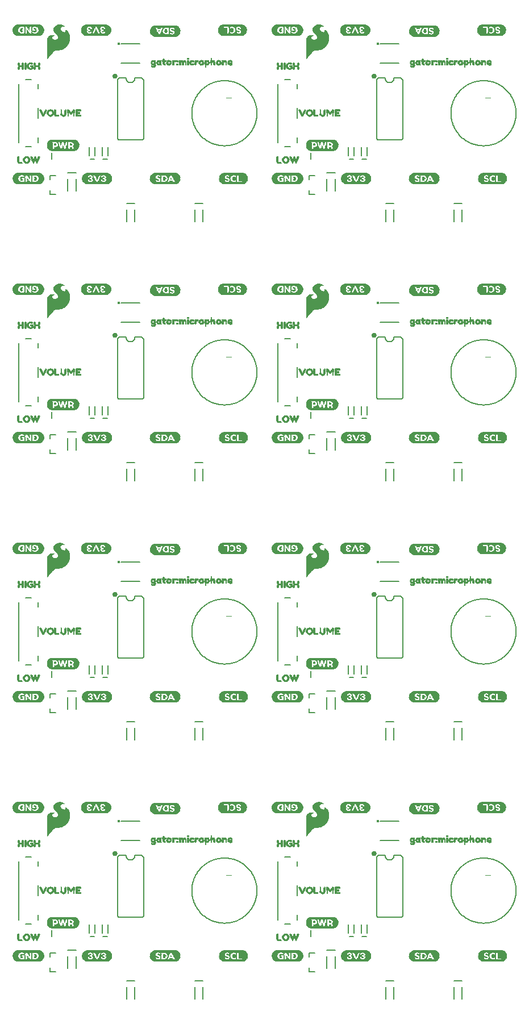
<source format=gto>
G75*
%MOIN*%
%OFA0B0*%
%FSLAX25Y25*%
%IPPOS*%
%LPD*%
%AMOC8*
5,1,8,0,0,1.08239X$1,22.5*
%
%ADD10C,0.00800*%
%ADD11C,0.00400*%
%ADD12C,0.00300*%
%ADD13R,0.12756X0.00157*%
%ADD14R,0.13701X0.00157*%
%ADD15R,0.14331X0.00157*%
%ADD16R,0.14961X0.00157*%
%ADD17R,0.15276X0.00157*%
%ADD18R,0.15591X0.00157*%
%ADD19R,0.15906X0.00157*%
%ADD20R,0.03780X0.00157*%
%ADD21R,0.07087X0.00157*%
%ADD22R,0.03465X0.00157*%
%ADD23R,0.01102X0.00157*%
%ADD24R,0.02362X0.00157*%
%ADD25R,0.03307X0.00157*%
%ADD26R,0.00787X0.00157*%
%ADD27R,0.00630X0.00157*%
%ADD28R,0.02047X0.00157*%
%ADD29R,0.03150X0.00157*%
%ADD30R,0.00472X0.00157*%
%ADD31R,0.01890X0.00157*%
%ADD32R,0.00315X0.00157*%
%ADD33R,0.01732X0.00157*%
%ADD34R,0.01575X0.00157*%
%ADD35R,0.01417X0.00157*%
%ADD36R,0.01260X0.00157*%
%ADD37R,0.04409X0.00157*%
%ADD38R,0.00945X0.00157*%
%ADD39R,0.03622X0.00157*%
%ADD40R,0.02205X0.00157*%
%ADD41R,0.05039X0.00157*%
%ADD42R,0.00157X0.00157*%
%ADD43R,0.02992X0.00157*%
%ADD44R,0.02520X0.00157*%
%ADD45R,0.14646X0.00157*%
%ADD46R,0.16220X0.00157*%
%ADD47R,0.16535X0.00157*%
%ADD48R,0.16850X0.00157*%
%ADD49R,0.04252X0.00157*%
%ADD50R,0.11969X0.00157*%
%ADD51R,0.04094X0.00157*%
%ADD52R,0.02835X0.00157*%
%ADD53R,0.03937X0.00157*%
%ADD54C,0.01575*%
%ADD55R,0.12126X0.00157*%
%ADD56R,0.13071X0.00157*%
%ADD57R,0.04882X0.00157*%
%ADD58R,0.05197X0.00157*%
%ADD59R,0.02677X0.00157*%
%ADD60R,0.14016X0.00157*%
%ADD61R,0.04567X0.00157*%
%ADD62R,0.05354X0.00157*%
%ADD63R,0.17165X0.00157*%
%ADD64R,0.17480X0.00157*%
%ADD65R,0.06614X0.00157*%
%ADD66R,0.06772X0.00157*%
%ADD67C,0.00010*%
D10*
X0150873Y0267857D02*
X0150873Y0274943D01*
X0150873Y0278369D02*
X0155794Y0278369D01*
X0155794Y0274943D02*
X0155794Y0267857D01*
X0139533Y0304500D02*
X0137133Y0304500D01*
X0136660Y0306439D02*
X0136660Y0311361D01*
X0140007Y0311361D02*
X0140007Y0306439D01*
X0147171Y0315700D02*
X0159496Y0315700D01*
X0159572Y0315702D01*
X0159647Y0315708D01*
X0159723Y0315717D01*
X0159798Y0315731D01*
X0159872Y0315748D01*
X0159945Y0315769D01*
X0160017Y0315793D01*
X0160087Y0315821D01*
X0160156Y0315853D01*
X0160224Y0315888D01*
X0160289Y0315927D01*
X0160353Y0315969D01*
X0160414Y0316014D01*
X0160473Y0316062D01*
X0160529Y0316113D01*
X0160583Y0316167D01*
X0160634Y0316223D01*
X0160682Y0316282D01*
X0160727Y0316343D01*
X0160769Y0316407D01*
X0160808Y0316472D01*
X0160843Y0316540D01*
X0160875Y0316609D01*
X0160903Y0316679D01*
X0160927Y0316751D01*
X0160948Y0316824D01*
X0160965Y0316898D01*
X0160979Y0316973D01*
X0160988Y0317049D01*
X0160994Y0317124D01*
X0160996Y0317200D01*
X0160996Y0350600D01*
X0160984Y0350681D01*
X0160969Y0350761D01*
X0160950Y0350840D01*
X0160928Y0350918D01*
X0160901Y0350995D01*
X0160872Y0351071D01*
X0160838Y0351145D01*
X0160801Y0351217D01*
X0160761Y0351288D01*
X0160717Y0351356D01*
X0160670Y0351423D01*
X0160620Y0351487D01*
X0160567Y0351548D01*
X0160511Y0351607D01*
X0160452Y0351664D01*
X0160391Y0351717D01*
X0160327Y0351768D01*
X0160261Y0351815D01*
X0160193Y0351859D01*
X0160123Y0351900D01*
X0160051Y0351938D01*
X0159977Y0351972D01*
X0159901Y0352002D01*
X0159825Y0352029D01*
X0159747Y0352052D01*
X0159668Y0352072D01*
X0159588Y0352087D01*
X0159507Y0352099D01*
X0159427Y0352107D01*
X0159345Y0352111D01*
X0159264Y0352112D01*
X0159183Y0352108D01*
X0159102Y0352101D01*
X0159052Y0352100D02*
X0155733Y0352100D01*
X0155733Y0351900D02*
X0155731Y0351802D01*
X0155725Y0351704D01*
X0155716Y0351606D01*
X0155702Y0351509D01*
X0155685Y0351412D01*
X0155664Y0351316D01*
X0155639Y0351221D01*
X0155611Y0351127D01*
X0155578Y0351035D01*
X0155543Y0350943D01*
X0155503Y0350853D01*
X0155461Y0350765D01*
X0155414Y0350678D01*
X0155365Y0350594D01*
X0155312Y0350511D01*
X0155256Y0350431D01*
X0155196Y0350352D01*
X0155134Y0350276D01*
X0155069Y0350203D01*
X0155001Y0350132D01*
X0154930Y0350064D01*
X0154857Y0349999D01*
X0154781Y0349937D01*
X0154702Y0349877D01*
X0154622Y0349821D01*
X0154539Y0349768D01*
X0154455Y0349719D01*
X0154368Y0349672D01*
X0154280Y0349630D01*
X0154190Y0349590D01*
X0154098Y0349555D01*
X0154006Y0349522D01*
X0153912Y0349494D01*
X0153817Y0349469D01*
X0153721Y0349448D01*
X0153624Y0349431D01*
X0153527Y0349417D01*
X0153429Y0349408D01*
X0153331Y0349402D01*
X0153233Y0349400D01*
X0153135Y0349402D01*
X0153037Y0349408D01*
X0152939Y0349417D01*
X0152842Y0349431D01*
X0152745Y0349448D01*
X0152649Y0349469D01*
X0152554Y0349494D01*
X0152460Y0349522D01*
X0152368Y0349555D01*
X0152276Y0349590D01*
X0152186Y0349630D01*
X0152098Y0349672D01*
X0152011Y0349719D01*
X0151927Y0349768D01*
X0151844Y0349821D01*
X0151764Y0349877D01*
X0151685Y0349937D01*
X0151609Y0349999D01*
X0151536Y0350064D01*
X0151465Y0350132D01*
X0151397Y0350203D01*
X0151332Y0350276D01*
X0151270Y0350352D01*
X0151210Y0350431D01*
X0151154Y0350511D01*
X0151101Y0350594D01*
X0151052Y0350678D01*
X0151005Y0350765D01*
X0150963Y0350853D01*
X0150923Y0350943D01*
X0150888Y0351035D01*
X0150855Y0351127D01*
X0150827Y0351221D01*
X0150802Y0351316D01*
X0150781Y0351412D01*
X0150764Y0351509D01*
X0150750Y0351606D01*
X0150741Y0351704D01*
X0150735Y0351802D01*
X0150733Y0351900D01*
X0150733Y0352100D02*
X0146777Y0352100D01*
X0146777Y0352099D02*
X0146707Y0352087D01*
X0146637Y0352070D01*
X0146569Y0352050D01*
X0146501Y0352027D01*
X0146435Y0351999D01*
X0146371Y0351968D01*
X0146309Y0351934D01*
X0146248Y0351896D01*
X0146189Y0351856D01*
X0146133Y0351812D01*
X0146080Y0351765D01*
X0146028Y0351715D01*
X0145980Y0351662D01*
X0145935Y0351607D01*
X0145892Y0351550D01*
X0145853Y0351490D01*
X0145817Y0351428D01*
X0145785Y0351365D01*
X0145756Y0351300D01*
X0145730Y0351233D01*
X0145708Y0351165D01*
X0145690Y0351096D01*
X0145676Y0351026D01*
X0145666Y0350955D01*
X0145659Y0350884D01*
X0145656Y0350813D01*
X0145657Y0350742D01*
X0145662Y0350670D01*
X0145671Y0350600D01*
X0145671Y0316806D01*
X0145683Y0316736D01*
X0145700Y0316666D01*
X0145720Y0316598D01*
X0145744Y0316531D01*
X0145771Y0316465D01*
X0145802Y0316400D01*
X0145836Y0316338D01*
X0145874Y0316277D01*
X0145915Y0316219D01*
X0145959Y0316162D01*
X0146006Y0316109D01*
X0146056Y0316058D01*
X0146108Y0316009D01*
X0146163Y0315964D01*
X0146221Y0315921D01*
X0146280Y0315882D01*
X0146342Y0315846D01*
X0146406Y0315814D01*
X0146471Y0315785D01*
X0146537Y0315759D01*
X0146605Y0315738D01*
X0146675Y0315719D01*
X0146744Y0315705D01*
X0146815Y0315695D01*
X0146886Y0315688D01*
X0146957Y0315685D01*
X0147029Y0315686D01*
X0147100Y0315691D01*
X0147171Y0315700D01*
X0132507Y0311361D02*
X0132507Y0306439D01*
X0132033Y0304500D02*
X0129633Y0304500D01*
X0129160Y0306439D02*
X0129160Y0311361D01*
X0121294Y0296369D02*
X0116373Y0296369D01*
X0116373Y0292943D02*
X0116373Y0285857D01*
X0121294Y0285857D02*
X0121294Y0292943D01*
X0109227Y0294912D02*
X0106077Y0294912D01*
X0106077Y0292550D01*
X0106077Y0286250D02*
X0106077Y0283888D01*
X0109227Y0283888D01*
X0107083Y0304525D02*
X0107083Y0308275D01*
X0098951Y0314274D02*
X0098951Y0317030D01*
X0094908Y0311806D02*
X0091759Y0311806D01*
X0087715Y0314274D02*
X0087715Y0348526D01*
X0091759Y0350994D02*
X0094908Y0350994D01*
X0098951Y0348526D02*
X0098951Y0345770D01*
X0098951Y0334353D02*
X0098951Y0328447D01*
X0147822Y0360790D02*
X0158845Y0360790D01*
X0158845Y0372010D02*
X0147822Y0372010D01*
X0150873Y0419857D02*
X0150873Y0426943D01*
X0150873Y0430369D02*
X0155794Y0430369D01*
X0155794Y0426943D02*
X0155794Y0419857D01*
X0139533Y0456500D02*
X0137133Y0456500D01*
X0136660Y0458439D02*
X0136660Y0463361D01*
X0140007Y0463361D02*
X0140007Y0458439D01*
X0147171Y0467700D02*
X0159496Y0467700D01*
X0159572Y0467702D01*
X0159647Y0467708D01*
X0159723Y0467717D01*
X0159798Y0467731D01*
X0159872Y0467748D01*
X0159945Y0467769D01*
X0160017Y0467793D01*
X0160087Y0467821D01*
X0160156Y0467853D01*
X0160224Y0467888D01*
X0160289Y0467927D01*
X0160353Y0467969D01*
X0160414Y0468014D01*
X0160473Y0468062D01*
X0160529Y0468113D01*
X0160583Y0468167D01*
X0160634Y0468223D01*
X0160682Y0468282D01*
X0160727Y0468343D01*
X0160769Y0468407D01*
X0160808Y0468472D01*
X0160843Y0468540D01*
X0160875Y0468609D01*
X0160903Y0468679D01*
X0160927Y0468751D01*
X0160948Y0468824D01*
X0160965Y0468898D01*
X0160979Y0468973D01*
X0160988Y0469049D01*
X0160994Y0469124D01*
X0160996Y0469200D01*
X0160996Y0502600D01*
X0160984Y0502681D01*
X0160969Y0502761D01*
X0160950Y0502840D01*
X0160928Y0502918D01*
X0160901Y0502995D01*
X0160872Y0503071D01*
X0160838Y0503145D01*
X0160801Y0503217D01*
X0160761Y0503288D01*
X0160717Y0503356D01*
X0160670Y0503423D01*
X0160620Y0503487D01*
X0160567Y0503548D01*
X0160511Y0503607D01*
X0160452Y0503664D01*
X0160391Y0503717D01*
X0160327Y0503768D01*
X0160261Y0503815D01*
X0160193Y0503859D01*
X0160123Y0503900D01*
X0160051Y0503938D01*
X0159977Y0503972D01*
X0159901Y0504002D01*
X0159825Y0504029D01*
X0159747Y0504052D01*
X0159668Y0504072D01*
X0159588Y0504087D01*
X0159507Y0504099D01*
X0159427Y0504107D01*
X0159345Y0504111D01*
X0159264Y0504112D01*
X0159183Y0504108D01*
X0159102Y0504101D01*
X0159052Y0504100D02*
X0155733Y0504100D01*
X0155733Y0503900D02*
X0155731Y0503802D01*
X0155725Y0503704D01*
X0155716Y0503606D01*
X0155702Y0503509D01*
X0155685Y0503412D01*
X0155664Y0503316D01*
X0155639Y0503221D01*
X0155611Y0503127D01*
X0155578Y0503035D01*
X0155543Y0502943D01*
X0155503Y0502853D01*
X0155461Y0502765D01*
X0155414Y0502678D01*
X0155365Y0502594D01*
X0155312Y0502511D01*
X0155256Y0502431D01*
X0155196Y0502352D01*
X0155134Y0502276D01*
X0155069Y0502203D01*
X0155001Y0502132D01*
X0154930Y0502064D01*
X0154857Y0501999D01*
X0154781Y0501937D01*
X0154702Y0501877D01*
X0154622Y0501821D01*
X0154539Y0501768D01*
X0154455Y0501719D01*
X0154368Y0501672D01*
X0154280Y0501630D01*
X0154190Y0501590D01*
X0154098Y0501555D01*
X0154006Y0501522D01*
X0153912Y0501494D01*
X0153817Y0501469D01*
X0153721Y0501448D01*
X0153624Y0501431D01*
X0153527Y0501417D01*
X0153429Y0501408D01*
X0153331Y0501402D01*
X0153233Y0501400D01*
X0153135Y0501402D01*
X0153037Y0501408D01*
X0152939Y0501417D01*
X0152842Y0501431D01*
X0152745Y0501448D01*
X0152649Y0501469D01*
X0152554Y0501494D01*
X0152460Y0501522D01*
X0152368Y0501555D01*
X0152276Y0501590D01*
X0152186Y0501630D01*
X0152098Y0501672D01*
X0152011Y0501719D01*
X0151927Y0501768D01*
X0151844Y0501821D01*
X0151764Y0501877D01*
X0151685Y0501937D01*
X0151609Y0501999D01*
X0151536Y0502064D01*
X0151465Y0502132D01*
X0151397Y0502203D01*
X0151332Y0502276D01*
X0151270Y0502352D01*
X0151210Y0502431D01*
X0151154Y0502511D01*
X0151101Y0502594D01*
X0151052Y0502678D01*
X0151005Y0502765D01*
X0150963Y0502853D01*
X0150923Y0502943D01*
X0150888Y0503035D01*
X0150855Y0503127D01*
X0150827Y0503221D01*
X0150802Y0503316D01*
X0150781Y0503412D01*
X0150764Y0503509D01*
X0150750Y0503606D01*
X0150741Y0503704D01*
X0150735Y0503802D01*
X0150733Y0503900D01*
X0150733Y0504100D02*
X0146777Y0504100D01*
X0146777Y0504099D02*
X0146707Y0504087D01*
X0146637Y0504070D01*
X0146569Y0504050D01*
X0146501Y0504027D01*
X0146435Y0503999D01*
X0146371Y0503968D01*
X0146309Y0503934D01*
X0146248Y0503896D01*
X0146189Y0503856D01*
X0146133Y0503812D01*
X0146080Y0503765D01*
X0146028Y0503715D01*
X0145980Y0503662D01*
X0145935Y0503607D01*
X0145892Y0503550D01*
X0145853Y0503490D01*
X0145817Y0503428D01*
X0145785Y0503365D01*
X0145756Y0503300D01*
X0145730Y0503233D01*
X0145708Y0503165D01*
X0145690Y0503096D01*
X0145676Y0503026D01*
X0145666Y0502955D01*
X0145659Y0502884D01*
X0145656Y0502813D01*
X0145657Y0502742D01*
X0145662Y0502670D01*
X0145671Y0502600D01*
X0145671Y0468806D01*
X0145683Y0468736D01*
X0145700Y0468666D01*
X0145720Y0468598D01*
X0145744Y0468531D01*
X0145771Y0468465D01*
X0145802Y0468400D01*
X0145836Y0468338D01*
X0145874Y0468277D01*
X0145915Y0468219D01*
X0145959Y0468162D01*
X0146006Y0468109D01*
X0146056Y0468058D01*
X0146108Y0468009D01*
X0146163Y0467964D01*
X0146221Y0467921D01*
X0146280Y0467882D01*
X0146342Y0467846D01*
X0146406Y0467814D01*
X0146471Y0467785D01*
X0146537Y0467759D01*
X0146605Y0467738D01*
X0146675Y0467719D01*
X0146744Y0467705D01*
X0146815Y0467695D01*
X0146886Y0467688D01*
X0146957Y0467685D01*
X0147029Y0467686D01*
X0147100Y0467691D01*
X0147171Y0467700D01*
X0132507Y0463361D02*
X0132507Y0458439D01*
X0132033Y0456500D02*
X0129633Y0456500D01*
X0129160Y0458439D02*
X0129160Y0463361D01*
X0121294Y0448369D02*
X0116373Y0448369D01*
X0116373Y0444943D02*
X0116373Y0437857D01*
X0121294Y0437857D02*
X0121294Y0444943D01*
X0109227Y0446912D02*
X0106077Y0446912D01*
X0106077Y0444550D01*
X0106077Y0438250D02*
X0106077Y0435888D01*
X0109227Y0435888D01*
X0107083Y0456525D02*
X0107083Y0460275D01*
X0098951Y0466274D02*
X0098951Y0469030D01*
X0094908Y0463806D02*
X0091759Y0463806D01*
X0087715Y0466274D02*
X0087715Y0500526D01*
X0091759Y0502994D02*
X0094908Y0502994D01*
X0098951Y0500526D02*
X0098951Y0497770D01*
X0098951Y0486353D02*
X0098951Y0480447D01*
X0147822Y0512790D02*
X0158845Y0512790D01*
X0158845Y0524010D02*
X0147822Y0524010D01*
X0150873Y0571857D02*
X0150873Y0578943D01*
X0150873Y0582369D02*
X0155794Y0582369D01*
X0155794Y0578943D02*
X0155794Y0571857D01*
X0139533Y0608500D02*
X0137133Y0608500D01*
X0136660Y0610439D02*
X0136660Y0615361D01*
X0140007Y0615361D02*
X0140007Y0610439D01*
X0147171Y0619700D02*
X0159496Y0619700D01*
X0159572Y0619702D01*
X0159647Y0619708D01*
X0159723Y0619717D01*
X0159798Y0619731D01*
X0159872Y0619748D01*
X0159945Y0619769D01*
X0160017Y0619793D01*
X0160087Y0619821D01*
X0160156Y0619853D01*
X0160224Y0619888D01*
X0160289Y0619927D01*
X0160353Y0619969D01*
X0160414Y0620014D01*
X0160473Y0620062D01*
X0160529Y0620113D01*
X0160583Y0620167D01*
X0160634Y0620223D01*
X0160682Y0620282D01*
X0160727Y0620343D01*
X0160769Y0620407D01*
X0160808Y0620472D01*
X0160843Y0620540D01*
X0160875Y0620609D01*
X0160903Y0620679D01*
X0160927Y0620751D01*
X0160948Y0620824D01*
X0160965Y0620898D01*
X0160979Y0620973D01*
X0160988Y0621049D01*
X0160994Y0621124D01*
X0160996Y0621200D01*
X0160996Y0654600D01*
X0160984Y0654681D01*
X0160969Y0654761D01*
X0160950Y0654840D01*
X0160928Y0654918D01*
X0160901Y0654995D01*
X0160872Y0655071D01*
X0160838Y0655145D01*
X0160801Y0655217D01*
X0160761Y0655288D01*
X0160717Y0655356D01*
X0160670Y0655423D01*
X0160620Y0655487D01*
X0160567Y0655548D01*
X0160511Y0655607D01*
X0160452Y0655664D01*
X0160391Y0655717D01*
X0160327Y0655768D01*
X0160261Y0655815D01*
X0160193Y0655859D01*
X0160123Y0655900D01*
X0160051Y0655938D01*
X0159977Y0655972D01*
X0159901Y0656002D01*
X0159825Y0656029D01*
X0159747Y0656052D01*
X0159668Y0656072D01*
X0159588Y0656087D01*
X0159507Y0656099D01*
X0159427Y0656107D01*
X0159345Y0656111D01*
X0159264Y0656112D01*
X0159183Y0656108D01*
X0159102Y0656101D01*
X0159052Y0656100D02*
X0155733Y0656100D01*
X0155733Y0655900D02*
X0155731Y0655802D01*
X0155725Y0655704D01*
X0155716Y0655606D01*
X0155702Y0655509D01*
X0155685Y0655412D01*
X0155664Y0655316D01*
X0155639Y0655221D01*
X0155611Y0655127D01*
X0155578Y0655035D01*
X0155543Y0654943D01*
X0155503Y0654853D01*
X0155461Y0654765D01*
X0155414Y0654678D01*
X0155365Y0654594D01*
X0155312Y0654511D01*
X0155256Y0654431D01*
X0155196Y0654352D01*
X0155134Y0654276D01*
X0155069Y0654203D01*
X0155001Y0654132D01*
X0154930Y0654064D01*
X0154857Y0653999D01*
X0154781Y0653937D01*
X0154702Y0653877D01*
X0154622Y0653821D01*
X0154539Y0653768D01*
X0154455Y0653719D01*
X0154368Y0653672D01*
X0154280Y0653630D01*
X0154190Y0653590D01*
X0154098Y0653555D01*
X0154006Y0653522D01*
X0153912Y0653494D01*
X0153817Y0653469D01*
X0153721Y0653448D01*
X0153624Y0653431D01*
X0153527Y0653417D01*
X0153429Y0653408D01*
X0153331Y0653402D01*
X0153233Y0653400D01*
X0153135Y0653402D01*
X0153037Y0653408D01*
X0152939Y0653417D01*
X0152842Y0653431D01*
X0152745Y0653448D01*
X0152649Y0653469D01*
X0152554Y0653494D01*
X0152460Y0653522D01*
X0152368Y0653555D01*
X0152276Y0653590D01*
X0152186Y0653630D01*
X0152098Y0653672D01*
X0152011Y0653719D01*
X0151927Y0653768D01*
X0151844Y0653821D01*
X0151764Y0653877D01*
X0151685Y0653937D01*
X0151609Y0653999D01*
X0151536Y0654064D01*
X0151465Y0654132D01*
X0151397Y0654203D01*
X0151332Y0654276D01*
X0151270Y0654352D01*
X0151210Y0654431D01*
X0151154Y0654511D01*
X0151101Y0654594D01*
X0151052Y0654678D01*
X0151005Y0654765D01*
X0150963Y0654853D01*
X0150923Y0654943D01*
X0150888Y0655035D01*
X0150855Y0655127D01*
X0150827Y0655221D01*
X0150802Y0655316D01*
X0150781Y0655412D01*
X0150764Y0655509D01*
X0150750Y0655606D01*
X0150741Y0655704D01*
X0150735Y0655802D01*
X0150733Y0655900D01*
X0150733Y0656100D02*
X0146777Y0656100D01*
X0146777Y0656099D02*
X0146707Y0656087D01*
X0146637Y0656070D01*
X0146569Y0656050D01*
X0146501Y0656027D01*
X0146435Y0655999D01*
X0146371Y0655968D01*
X0146309Y0655934D01*
X0146248Y0655896D01*
X0146189Y0655856D01*
X0146133Y0655812D01*
X0146080Y0655765D01*
X0146028Y0655715D01*
X0145980Y0655662D01*
X0145935Y0655607D01*
X0145892Y0655550D01*
X0145853Y0655490D01*
X0145817Y0655428D01*
X0145785Y0655365D01*
X0145756Y0655300D01*
X0145730Y0655233D01*
X0145708Y0655165D01*
X0145690Y0655096D01*
X0145676Y0655026D01*
X0145666Y0654955D01*
X0145659Y0654884D01*
X0145656Y0654813D01*
X0145657Y0654742D01*
X0145662Y0654670D01*
X0145671Y0654600D01*
X0145671Y0620806D01*
X0145683Y0620736D01*
X0145700Y0620666D01*
X0145720Y0620598D01*
X0145744Y0620531D01*
X0145771Y0620465D01*
X0145802Y0620400D01*
X0145836Y0620338D01*
X0145874Y0620277D01*
X0145915Y0620219D01*
X0145959Y0620162D01*
X0146006Y0620109D01*
X0146056Y0620058D01*
X0146108Y0620009D01*
X0146163Y0619964D01*
X0146221Y0619921D01*
X0146280Y0619882D01*
X0146342Y0619846D01*
X0146406Y0619814D01*
X0146471Y0619785D01*
X0146537Y0619759D01*
X0146605Y0619738D01*
X0146675Y0619719D01*
X0146744Y0619705D01*
X0146815Y0619695D01*
X0146886Y0619688D01*
X0146957Y0619685D01*
X0147029Y0619686D01*
X0147100Y0619691D01*
X0147171Y0619700D01*
X0132507Y0615361D02*
X0132507Y0610439D01*
X0132033Y0608500D02*
X0129633Y0608500D01*
X0129160Y0610439D02*
X0129160Y0615361D01*
X0121294Y0600369D02*
X0116373Y0600369D01*
X0116373Y0596943D02*
X0116373Y0589857D01*
X0121294Y0589857D02*
X0121294Y0596943D01*
X0109227Y0598912D02*
X0106077Y0598912D01*
X0106077Y0596550D01*
X0106077Y0590250D02*
X0106077Y0587888D01*
X0109227Y0587888D01*
X0107083Y0608525D02*
X0107083Y0612275D01*
X0098951Y0618274D02*
X0098951Y0621030D01*
X0094908Y0615806D02*
X0091759Y0615806D01*
X0087715Y0618274D02*
X0087715Y0652526D01*
X0091759Y0654994D02*
X0094908Y0654994D01*
X0098951Y0652526D02*
X0098951Y0649770D01*
X0098951Y0638353D02*
X0098951Y0632447D01*
X0147822Y0664790D02*
X0158845Y0664790D01*
X0158845Y0676010D02*
X0147822Y0676010D01*
X0150873Y0723857D02*
X0150873Y0730943D01*
X0150873Y0734369D02*
X0155794Y0734369D01*
X0155794Y0730943D02*
X0155794Y0723857D01*
X0139533Y0760500D02*
X0137133Y0760500D01*
X0136660Y0762439D02*
X0136660Y0767361D01*
X0140007Y0767361D02*
X0140007Y0762439D01*
X0132507Y0762439D02*
X0132507Y0767361D01*
X0129160Y0767361D02*
X0129160Y0762439D01*
X0129633Y0760500D02*
X0132033Y0760500D01*
X0121294Y0752369D02*
X0116373Y0752369D01*
X0116373Y0748943D02*
X0116373Y0741857D01*
X0121294Y0741857D02*
X0121294Y0748943D01*
X0109227Y0750912D02*
X0106077Y0750912D01*
X0106077Y0748550D01*
X0106077Y0742250D02*
X0106077Y0739888D01*
X0109227Y0739888D01*
X0107083Y0760525D02*
X0107083Y0764275D01*
X0098951Y0770274D02*
X0098951Y0773030D01*
X0094908Y0767806D02*
X0091759Y0767806D01*
X0087715Y0770274D02*
X0087715Y0804526D01*
X0091759Y0806994D02*
X0094908Y0806994D01*
X0098951Y0804526D02*
X0098951Y0801770D01*
X0098951Y0790353D02*
X0098951Y0784447D01*
X0145671Y0772806D02*
X0145671Y0806600D01*
X0145662Y0806670D01*
X0145657Y0806742D01*
X0145656Y0806813D01*
X0145659Y0806884D01*
X0145666Y0806955D01*
X0145676Y0807026D01*
X0145690Y0807096D01*
X0145708Y0807165D01*
X0145730Y0807233D01*
X0145756Y0807300D01*
X0145785Y0807365D01*
X0145817Y0807428D01*
X0145853Y0807490D01*
X0145892Y0807550D01*
X0145935Y0807607D01*
X0145980Y0807662D01*
X0146028Y0807715D01*
X0146080Y0807765D01*
X0146133Y0807812D01*
X0146189Y0807856D01*
X0146248Y0807896D01*
X0146309Y0807934D01*
X0146371Y0807968D01*
X0146435Y0807999D01*
X0146501Y0808027D01*
X0146569Y0808050D01*
X0146637Y0808070D01*
X0146707Y0808087D01*
X0146777Y0808099D01*
X0146777Y0808100D02*
X0150733Y0808100D01*
X0150733Y0807900D02*
X0150735Y0807802D01*
X0150741Y0807704D01*
X0150750Y0807606D01*
X0150764Y0807509D01*
X0150781Y0807412D01*
X0150802Y0807316D01*
X0150827Y0807221D01*
X0150855Y0807127D01*
X0150888Y0807035D01*
X0150923Y0806943D01*
X0150963Y0806853D01*
X0151005Y0806765D01*
X0151052Y0806678D01*
X0151101Y0806594D01*
X0151154Y0806511D01*
X0151210Y0806431D01*
X0151270Y0806352D01*
X0151332Y0806276D01*
X0151397Y0806203D01*
X0151465Y0806132D01*
X0151536Y0806064D01*
X0151609Y0805999D01*
X0151685Y0805937D01*
X0151764Y0805877D01*
X0151844Y0805821D01*
X0151927Y0805768D01*
X0152011Y0805719D01*
X0152098Y0805672D01*
X0152186Y0805630D01*
X0152276Y0805590D01*
X0152368Y0805555D01*
X0152460Y0805522D01*
X0152554Y0805494D01*
X0152649Y0805469D01*
X0152745Y0805448D01*
X0152842Y0805431D01*
X0152939Y0805417D01*
X0153037Y0805408D01*
X0153135Y0805402D01*
X0153233Y0805400D01*
X0153331Y0805402D01*
X0153429Y0805408D01*
X0153527Y0805417D01*
X0153624Y0805431D01*
X0153721Y0805448D01*
X0153817Y0805469D01*
X0153912Y0805494D01*
X0154006Y0805522D01*
X0154098Y0805555D01*
X0154190Y0805590D01*
X0154280Y0805630D01*
X0154368Y0805672D01*
X0154455Y0805719D01*
X0154539Y0805768D01*
X0154622Y0805821D01*
X0154702Y0805877D01*
X0154781Y0805937D01*
X0154857Y0805999D01*
X0154930Y0806064D01*
X0155001Y0806132D01*
X0155069Y0806203D01*
X0155134Y0806276D01*
X0155196Y0806352D01*
X0155256Y0806431D01*
X0155312Y0806511D01*
X0155365Y0806594D01*
X0155414Y0806678D01*
X0155461Y0806765D01*
X0155503Y0806853D01*
X0155543Y0806943D01*
X0155578Y0807035D01*
X0155611Y0807127D01*
X0155639Y0807221D01*
X0155664Y0807316D01*
X0155685Y0807412D01*
X0155702Y0807509D01*
X0155716Y0807606D01*
X0155725Y0807704D01*
X0155731Y0807802D01*
X0155733Y0807900D01*
X0155733Y0808100D02*
X0159052Y0808100D01*
X0159102Y0808101D02*
X0159183Y0808108D01*
X0159264Y0808112D01*
X0159345Y0808111D01*
X0159427Y0808107D01*
X0159507Y0808099D01*
X0159588Y0808087D01*
X0159668Y0808072D01*
X0159747Y0808052D01*
X0159825Y0808029D01*
X0159901Y0808002D01*
X0159977Y0807972D01*
X0160051Y0807938D01*
X0160123Y0807900D01*
X0160193Y0807859D01*
X0160261Y0807815D01*
X0160327Y0807768D01*
X0160391Y0807717D01*
X0160452Y0807664D01*
X0160511Y0807607D01*
X0160567Y0807548D01*
X0160620Y0807487D01*
X0160670Y0807423D01*
X0160717Y0807356D01*
X0160761Y0807288D01*
X0160801Y0807217D01*
X0160838Y0807145D01*
X0160872Y0807071D01*
X0160901Y0806995D01*
X0160928Y0806918D01*
X0160950Y0806840D01*
X0160969Y0806761D01*
X0160984Y0806681D01*
X0160996Y0806600D01*
X0160996Y0773200D01*
X0160994Y0773124D01*
X0160988Y0773049D01*
X0160979Y0772973D01*
X0160965Y0772898D01*
X0160948Y0772824D01*
X0160927Y0772751D01*
X0160903Y0772679D01*
X0160875Y0772609D01*
X0160843Y0772540D01*
X0160808Y0772472D01*
X0160769Y0772407D01*
X0160727Y0772343D01*
X0160682Y0772282D01*
X0160634Y0772223D01*
X0160583Y0772167D01*
X0160529Y0772113D01*
X0160473Y0772062D01*
X0160414Y0772014D01*
X0160353Y0771969D01*
X0160289Y0771927D01*
X0160224Y0771888D01*
X0160156Y0771853D01*
X0160087Y0771821D01*
X0160017Y0771793D01*
X0159945Y0771769D01*
X0159872Y0771748D01*
X0159798Y0771731D01*
X0159723Y0771717D01*
X0159647Y0771708D01*
X0159572Y0771702D01*
X0159496Y0771700D01*
X0147171Y0771700D01*
X0147100Y0771691D01*
X0147029Y0771686D01*
X0146957Y0771685D01*
X0146886Y0771688D01*
X0146815Y0771695D01*
X0146744Y0771705D01*
X0146675Y0771719D01*
X0146605Y0771738D01*
X0146537Y0771759D01*
X0146471Y0771785D01*
X0146406Y0771814D01*
X0146342Y0771846D01*
X0146280Y0771882D01*
X0146221Y0771921D01*
X0146163Y0771964D01*
X0146108Y0772009D01*
X0146056Y0772058D01*
X0146006Y0772109D01*
X0145959Y0772162D01*
X0145915Y0772219D01*
X0145874Y0772277D01*
X0145836Y0772338D01*
X0145802Y0772400D01*
X0145771Y0772465D01*
X0145744Y0772531D01*
X0145720Y0772598D01*
X0145700Y0772666D01*
X0145683Y0772736D01*
X0145671Y0772806D01*
X0147822Y0816790D02*
X0158845Y0816790D01*
X0158845Y0828010D02*
X0147822Y0828010D01*
X0189239Y0787400D02*
X0189245Y0787869D01*
X0189262Y0788337D01*
X0189291Y0788805D01*
X0189331Y0789272D01*
X0189383Y0789737D01*
X0189446Y0790202D01*
X0189520Y0790664D01*
X0189606Y0791125D01*
X0189703Y0791584D01*
X0189811Y0792039D01*
X0189931Y0792493D01*
X0190061Y0792943D01*
X0190203Y0793389D01*
X0190355Y0793833D01*
X0190518Y0794272D01*
X0190692Y0794707D01*
X0190877Y0795138D01*
X0191072Y0795564D01*
X0191278Y0795985D01*
X0191494Y0796401D01*
X0191720Y0796811D01*
X0191956Y0797216D01*
X0192201Y0797615D01*
X0192457Y0798008D01*
X0192722Y0798394D01*
X0192997Y0798774D01*
X0193280Y0799147D01*
X0193573Y0799513D01*
X0193875Y0799872D01*
X0194185Y0800223D01*
X0194504Y0800566D01*
X0194832Y0800901D01*
X0195167Y0801229D01*
X0195510Y0801548D01*
X0195861Y0801858D01*
X0196220Y0802160D01*
X0196586Y0802453D01*
X0196959Y0802736D01*
X0197339Y0803011D01*
X0197725Y0803276D01*
X0198118Y0803532D01*
X0198517Y0803777D01*
X0198922Y0804013D01*
X0199332Y0804239D01*
X0199748Y0804455D01*
X0200169Y0804661D01*
X0200595Y0804856D01*
X0201026Y0805041D01*
X0201461Y0805215D01*
X0201900Y0805378D01*
X0202344Y0805530D01*
X0202790Y0805672D01*
X0203240Y0805802D01*
X0203694Y0805922D01*
X0204149Y0806030D01*
X0204608Y0806127D01*
X0205069Y0806213D01*
X0205531Y0806287D01*
X0205996Y0806350D01*
X0206461Y0806402D01*
X0206928Y0806442D01*
X0207396Y0806471D01*
X0207864Y0806488D01*
X0208333Y0806494D01*
X0208802Y0806488D01*
X0209270Y0806471D01*
X0209738Y0806442D01*
X0210205Y0806402D01*
X0210670Y0806350D01*
X0211135Y0806287D01*
X0211597Y0806213D01*
X0212058Y0806127D01*
X0212517Y0806030D01*
X0212972Y0805922D01*
X0213426Y0805802D01*
X0213876Y0805672D01*
X0214322Y0805530D01*
X0214766Y0805378D01*
X0215205Y0805215D01*
X0215640Y0805041D01*
X0216071Y0804856D01*
X0216497Y0804661D01*
X0216918Y0804455D01*
X0217334Y0804239D01*
X0217744Y0804013D01*
X0218149Y0803777D01*
X0218548Y0803532D01*
X0218941Y0803276D01*
X0219327Y0803011D01*
X0219707Y0802736D01*
X0220080Y0802453D01*
X0220446Y0802160D01*
X0220805Y0801858D01*
X0221156Y0801548D01*
X0221499Y0801229D01*
X0221834Y0800901D01*
X0222162Y0800566D01*
X0222481Y0800223D01*
X0222791Y0799872D01*
X0223093Y0799513D01*
X0223386Y0799147D01*
X0223669Y0798774D01*
X0223944Y0798394D01*
X0224209Y0798008D01*
X0224465Y0797615D01*
X0224710Y0797216D01*
X0224946Y0796811D01*
X0225172Y0796401D01*
X0225388Y0795985D01*
X0225594Y0795564D01*
X0225789Y0795138D01*
X0225974Y0794707D01*
X0226148Y0794272D01*
X0226311Y0793833D01*
X0226463Y0793389D01*
X0226605Y0792943D01*
X0226735Y0792493D01*
X0226855Y0792039D01*
X0226963Y0791584D01*
X0227060Y0791125D01*
X0227146Y0790664D01*
X0227220Y0790202D01*
X0227283Y0789737D01*
X0227335Y0789272D01*
X0227375Y0788805D01*
X0227404Y0788337D01*
X0227421Y0787869D01*
X0227427Y0787400D01*
X0227421Y0786931D01*
X0227404Y0786463D01*
X0227375Y0785995D01*
X0227335Y0785528D01*
X0227283Y0785063D01*
X0227220Y0784598D01*
X0227146Y0784136D01*
X0227060Y0783675D01*
X0226963Y0783216D01*
X0226855Y0782761D01*
X0226735Y0782307D01*
X0226605Y0781857D01*
X0226463Y0781411D01*
X0226311Y0780967D01*
X0226148Y0780528D01*
X0225974Y0780093D01*
X0225789Y0779662D01*
X0225594Y0779236D01*
X0225388Y0778815D01*
X0225172Y0778399D01*
X0224946Y0777989D01*
X0224710Y0777584D01*
X0224465Y0777185D01*
X0224209Y0776792D01*
X0223944Y0776406D01*
X0223669Y0776026D01*
X0223386Y0775653D01*
X0223093Y0775287D01*
X0222791Y0774928D01*
X0222481Y0774577D01*
X0222162Y0774234D01*
X0221834Y0773899D01*
X0221499Y0773571D01*
X0221156Y0773252D01*
X0220805Y0772942D01*
X0220446Y0772640D01*
X0220080Y0772347D01*
X0219707Y0772064D01*
X0219327Y0771789D01*
X0218941Y0771524D01*
X0218548Y0771268D01*
X0218149Y0771023D01*
X0217744Y0770787D01*
X0217334Y0770561D01*
X0216918Y0770345D01*
X0216497Y0770139D01*
X0216071Y0769944D01*
X0215640Y0769759D01*
X0215205Y0769585D01*
X0214766Y0769422D01*
X0214322Y0769270D01*
X0213876Y0769128D01*
X0213426Y0768998D01*
X0212972Y0768878D01*
X0212517Y0768770D01*
X0212058Y0768673D01*
X0211597Y0768587D01*
X0211135Y0768513D01*
X0210670Y0768450D01*
X0210205Y0768398D01*
X0209738Y0768358D01*
X0209270Y0768329D01*
X0208802Y0768312D01*
X0208333Y0768306D01*
X0207864Y0768312D01*
X0207396Y0768329D01*
X0206928Y0768358D01*
X0206461Y0768398D01*
X0205996Y0768450D01*
X0205531Y0768513D01*
X0205069Y0768587D01*
X0204608Y0768673D01*
X0204149Y0768770D01*
X0203694Y0768878D01*
X0203240Y0768998D01*
X0202790Y0769128D01*
X0202344Y0769270D01*
X0201900Y0769422D01*
X0201461Y0769585D01*
X0201026Y0769759D01*
X0200595Y0769944D01*
X0200169Y0770139D01*
X0199748Y0770345D01*
X0199332Y0770561D01*
X0198922Y0770787D01*
X0198517Y0771023D01*
X0198118Y0771268D01*
X0197725Y0771524D01*
X0197339Y0771789D01*
X0196959Y0772064D01*
X0196586Y0772347D01*
X0196220Y0772640D01*
X0195861Y0772942D01*
X0195510Y0773252D01*
X0195167Y0773571D01*
X0194832Y0773899D01*
X0194504Y0774234D01*
X0194185Y0774577D01*
X0193875Y0774928D01*
X0193573Y0775287D01*
X0193280Y0775653D01*
X0192997Y0776026D01*
X0192722Y0776406D01*
X0192457Y0776792D01*
X0192201Y0777185D01*
X0191956Y0777584D01*
X0191720Y0777989D01*
X0191494Y0778399D01*
X0191278Y0778815D01*
X0191072Y0779236D01*
X0190877Y0779662D01*
X0190692Y0780093D01*
X0190518Y0780528D01*
X0190355Y0780967D01*
X0190203Y0781411D01*
X0190061Y0781857D01*
X0189931Y0782307D01*
X0189811Y0782761D01*
X0189703Y0783216D01*
X0189606Y0783675D01*
X0189520Y0784136D01*
X0189446Y0784598D01*
X0189383Y0785063D01*
X0189331Y0785528D01*
X0189291Y0785995D01*
X0189262Y0786463D01*
X0189245Y0786931D01*
X0189239Y0787400D01*
X0190873Y0734369D02*
X0195794Y0734369D01*
X0195794Y0730943D02*
X0195794Y0723857D01*
X0190873Y0723857D02*
X0190873Y0730943D01*
X0239715Y0770274D02*
X0239715Y0804526D01*
X0243759Y0806994D02*
X0246908Y0806994D01*
X0250951Y0804526D02*
X0250951Y0801770D01*
X0250951Y0790353D02*
X0250951Y0784447D01*
X0250951Y0773030D02*
X0250951Y0770274D01*
X0246908Y0767806D02*
X0243759Y0767806D01*
X0259083Y0764275D02*
X0259083Y0760525D01*
X0258077Y0750912D02*
X0261227Y0750912D01*
X0258077Y0750912D02*
X0258077Y0748550D01*
X0258077Y0742250D02*
X0258077Y0739888D01*
X0261227Y0739888D01*
X0268373Y0741857D02*
X0268373Y0748943D01*
X0268373Y0752369D02*
X0273294Y0752369D01*
X0273294Y0748943D02*
X0273294Y0741857D01*
X0281633Y0760500D02*
X0284033Y0760500D01*
X0284507Y0762439D02*
X0284507Y0767361D01*
X0281160Y0767361D02*
X0281160Y0762439D01*
X0288660Y0762439D02*
X0288660Y0767361D01*
X0292007Y0767361D02*
X0292007Y0762439D01*
X0291533Y0760500D02*
X0289133Y0760500D01*
X0297671Y0772806D02*
X0297671Y0806600D01*
X0297662Y0806670D01*
X0297657Y0806742D01*
X0297656Y0806813D01*
X0297659Y0806884D01*
X0297666Y0806955D01*
X0297676Y0807026D01*
X0297690Y0807096D01*
X0297708Y0807165D01*
X0297730Y0807233D01*
X0297756Y0807300D01*
X0297785Y0807365D01*
X0297817Y0807428D01*
X0297853Y0807490D01*
X0297892Y0807550D01*
X0297935Y0807607D01*
X0297980Y0807662D01*
X0298028Y0807715D01*
X0298080Y0807765D01*
X0298133Y0807812D01*
X0298189Y0807856D01*
X0298248Y0807896D01*
X0298309Y0807934D01*
X0298371Y0807968D01*
X0298435Y0807999D01*
X0298501Y0808027D01*
X0298569Y0808050D01*
X0298637Y0808070D01*
X0298707Y0808087D01*
X0298777Y0808099D01*
X0298777Y0808100D02*
X0302733Y0808100D01*
X0302733Y0807900D02*
X0302735Y0807802D01*
X0302741Y0807704D01*
X0302750Y0807606D01*
X0302764Y0807509D01*
X0302781Y0807412D01*
X0302802Y0807316D01*
X0302827Y0807221D01*
X0302855Y0807127D01*
X0302888Y0807035D01*
X0302923Y0806943D01*
X0302963Y0806853D01*
X0303005Y0806765D01*
X0303052Y0806678D01*
X0303101Y0806594D01*
X0303154Y0806511D01*
X0303210Y0806431D01*
X0303270Y0806352D01*
X0303332Y0806276D01*
X0303397Y0806203D01*
X0303465Y0806132D01*
X0303536Y0806064D01*
X0303609Y0805999D01*
X0303685Y0805937D01*
X0303764Y0805877D01*
X0303844Y0805821D01*
X0303927Y0805768D01*
X0304011Y0805719D01*
X0304098Y0805672D01*
X0304186Y0805630D01*
X0304276Y0805590D01*
X0304368Y0805555D01*
X0304460Y0805522D01*
X0304554Y0805494D01*
X0304649Y0805469D01*
X0304745Y0805448D01*
X0304842Y0805431D01*
X0304939Y0805417D01*
X0305037Y0805408D01*
X0305135Y0805402D01*
X0305233Y0805400D01*
X0305331Y0805402D01*
X0305429Y0805408D01*
X0305527Y0805417D01*
X0305624Y0805431D01*
X0305721Y0805448D01*
X0305817Y0805469D01*
X0305912Y0805494D01*
X0306006Y0805522D01*
X0306098Y0805555D01*
X0306190Y0805590D01*
X0306280Y0805630D01*
X0306368Y0805672D01*
X0306455Y0805719D01*
X0306539Y0805768D01*
X0306622Y0805821D01*
X0306702Y0805877D01*
X0306781Y0805937D01*
X0306857Y0805999D01*
X0306930Y0806064D01*
X0307001Y0806132D01*
X0307069Y0806203D01*
X0307134Y0806276D01*
X0307196Y0806352D01*
X0307256Y0806431D01*
X0307312Y0806511D01*
X0307365Y0806594D01*
X0307414Y0806678D01*
X0307461Y0806765D01*
X0307503Y0806853D01*
X0307543Y0806943D01*
X0307578Y0807035D01*
X0307611Y0807127D01*
X0307639Y0807221D01*
X0307664Y0807316D01*
X0307685Y0807412D01*
X0307702Y0807509D01*
X0307716Y0807606D01*
X0307725Y0807704D01*
X0307731Y0807802D01*
X0307733Y0807900D01*
X0307733Y0808100D02*
X0311052Y0808100D01*
X0311102Y0808101D02*
X0311183Y0808108D01*
X0311264Y0808112D01*
X0311345Y0808111D01*
X0311427Y0808107D01*
X0311507Y0808099D01*
X0311588Y0808087D01*
X0311668Y0808072D01*
X0311747Y0808052D01*
X0311825Y0808029D01*
X0311901Y0808002D01*
X0311977Y0807972D01*
X0312051Y0807938D01*
X0312123Y0807900D01*
X0312193Y0807859D01*
X0312261Y0807815D01*
X0312327Y0807768D01*
X0312391Y0807717D01*
X0312452Y0807664D01*
X0312511Y0807607D01*
X0312567Y0807548D01*
X0312620Y0807487D01*
X0312670Y0807423D01*
X0312717Y0807356D01*
X0312761Y0807288D01*
X0312801Y0807217D01*
X0312838Y0807145D01*
X0312872Y0807071D01*
X0312901Y0806995D01*
X0312928Y0806918D01*
X0312950Y0806840D01*
X0312969Y0806761D01*
X0312984Y0806681D01*
X0312996Y0806600D01*
X0312996Y0773200D01*
X0312994Y0773124D01*
X0312988Y0773049D01*
X0312979Y0772973D01*
X0312965Y0772898D01*
X0312948Y0772824D01*
X0312927Y0772751D01*
X0312903Y0772679D01*
X0312875Y0772609D01*
X0312843Y0772540D01*
X0312808Y0772472D01*
X0312769Y0772407D01*
X0312727Y0772343D01*
X0312682Y0772282D01*
X0312634Y0772223D01*
X0312583Y0772167D01*
X0312529Y0772113D01*
X0312473Y0772062D01*
X0312414Y0772014D01*
X0312353Y0771969D01*
X0312289Y0771927D01*
X0312224Y0771888D01*
X0312156Y0771853D01*
X0312087Y0771821D01*
X0312017Y0771793D01*
X0311945Y0771769D01*
X0311872Y0771748D01*
X0311798Y0771731D01*
X0311723Y0771717D01*
X0311647Y0771708D01*
X0311572Y0771702D01*
X0311496Y0771700D01*
X0299171Y0771700D01*
X0299100Y0771691D01*
X0299029Y0771686D01*
X0298957Y0771685D01*
X0298886Y0771688D01*
X0298815Y0771695D01*
X0298744Y0771705D01*
X0298675Y0771719D01*
X0298605Y0771738D01*
X0298537Y0771759D01*
X0298471Y0771785D01*
X0298406Y0771814D01*
X0298342Y0771846D01*
X0298280Y0771882D01*
X0298221Y0771921D01*
X0298163Y0771964D01*
X0298108Y0772009D01*
X0298056Y0772058D01*
X0298006Y0772109D01*
X0297959Y0772162D01*
X0297915Y0772219D01*
X0297874Y0772277D01*
X0297836Y0772338D01*
X0297802Y0772400D01*
X0297771Y0772465D01*
X0297744Y0772531D01*
X0297720Y0772598D01*
X0297700Y0772666D01*
X0297683Y0772736D01*
X0297671Y0772806D01*
X0299822Y0816790D02*
X0310845Y0816790D01*
X0310845Y0828010D02*
X0299822Y0828010D01*
X0341239Y0787400D02*
X0341245Y0787869D01*
X0341262Y0788337D01*
X0341291Y0788805D01*
X0341331Y0789272D01*
X0341383Y0789737D01*
X0341446Y0790202D01*
X0341520Y0790664D01*
X0341606Y0791125D01*
X0341703Y0791584D01*
X0341811Y0792039D01*
X0341931Y0792493D01*
X0342061Y0792943D01*
X0342203Y0793389D01*
X0342355Y0793833D01*
X0342518Y0794272D01*
X0342692Y0794707D01*
X0342877Y0795138D01*
X0343072Y0795564D01*
X0343278Y0795985D01*
X0343494Y0796401D01*
X0343720Y0796811D01*
X0343956Y0797216D01*
X0344201Y0797615D01*
X0344457Y0798008D01*
X0344722Y0798394D01*
X0344997Y0798774D01*
X0345280Y0799147D01*
X0345573Y0799513D01*
X0345875Y0799872D01*
X0346185Y0800223D01*
X0346504Y0800566D01*
X0346832Y0800901D01*
X0347167Y0801229D01*
X0347510Y0801548D01*
X0347861Y0801858D01*
X0348220Y0802160D01*
X0348586Y0802453D01*
X0348959Y0802736D01*
X0349339Y0803011D01*
X0349725Y0803276D01*
X0350118Y0803532D01*
X0350517Y0803777D01*
X0350922Y0804013D01*
X0351332Y0804239D01*
X0351748Y0804455D01*
X0352169Y0804661D01*
X0352595Y0804856D01*
X0353026Y0805041D01*
X0353461Y0805215D01*
X0353900Y0805378D01*
X0354344Y0805530D01*
X0354790Y0805672D01*
X0355240Y0805802D01*
X0355694Y0805922D01*
X0356149Y0806030D01*
X0356608Y0806127D01*
X0357069Y0806213D01*
X0357531Y0806287D01*
X0357996Y0806350D01*
X0358461Y0806402D01*
X0358928Y0806442D01*
X0359396Y0806471D01*
X0359864Y0806488D01*
X0360333Y0806494D01*
X0360802Y0806488D01*
X0361270Y0806471D01*
X0361738Y0806442D01*
X0362205Y0806402D01*
X0362670Y0806350D01*
X0363135Y0806287D01*
X0363597Y0806213D01*
X0364058Y0806127D01*
X0364517Y0806030D01*
X0364972Y0805922D01*
X0365426Y0805802D01*
X0365876Y0805672D01*
X0366322Y0805530D01*
X0366766Y0805378D01*
X0367205Y0805215D01*
X0367640Y0805041D01*
X0368071Y0804856D01*
X0368497Y0804661D01*
X0368918Y0804455D01*
X0369334Y0804239D01*
X0369744Y0804013D01*
X0370149Y0803777D01*
X0370548Y0803532D01*
X0370941Y0803276D01*
X0371327Y0803011D01*
X0371707Y0802736D01*
X0372080Y0802453D01*
X0372446Y0802160D01*
X0372805Y0801858D01*
X0373156Y0801548D01*
X0373499Y0801229D01*
X0373834Y0800901D01*
X0374162Y0800566D01*
X0374481Y0800223D01*
X0374791Y0799872D01*
X0375093Y0799513D01*
X0375386Y0799147D01*
X0375669Y0798774D01*
X0375944Y0798394D01*
X0376209Y0798008D01*
X0376465Y0797615D01*
X0376710Y0797216D01*
X0376946Y0796811D01*
X0377172Y0796401D01*
X0377388Y0795985D01*
X0377594Y0795564D01*
X0377789Y0795138D01*
X0377974Y0794707D01*
X0378148Y0794272D01*
X0378311Y0793833D01*
X0378463Y0793389D01*
X0378605Y0792943D01*
X0378735Y0792493D01*
X0378855Y0792039D01*
X0378963Y0791584D01*
X0379060Y0791125D01*
X0379146Y0790664D01*
X0379220Y0790202D01*
X0379283Y0789737D01*
X0379335Y0789272D01*
X0379375Y0788805D01*
X0379404Y0788337D01*
X0379421Y0787869D01*
X0379427Y0787400D01*
X0379421Y0786931D01*
X0379404Y0786463D01*
X0379375Y0785995D01*
X0379335Y0785528D01*
X0379283Y0785063D01*
X0379220Y0784598D01*
X0379146Y0784136D01*
X0379060Y0783675D01*
X0378963Y0783216D01*
X0378855Y0782761D01*
X0378735Y0782307D01*
X0378605Y0781857D01*
X0378463Y0781411D01*
X0378311Y0780967D01*
X0378148Y0780528D01*
X0377974Y0780093D01*
X0377789Y0779662D01*
X0377594Y0779236D01*
X0377388Y0778815D01*
X0377172Y0778399D01*
X0376946Y0777989D01*
X0376710Y0777584D01*
X0376465Y0777185D01*
X0376209Y0776792D01*
X0375944Y0776406D01*
X0375669Y0776026D01*
X0375386Y0775653D01*
X0375093Y0775287D01*
X0374791Y0774928D01*
X0374481Y0774577D01*
X0374162Y0774234D01*
X0373834Y0773899D01*
X0373499Y0773571D01*
X0373156Y0773252D01*
X0372805Y0772942D01*
X0372446Y0772640D01*
X0372080Y0772347D01*
X0371707Y0772064D01*
X0371327Y0771789D01*
X0370941Y0771524D01*
X0370548Y0771268D01*
X0370149Y0771023D01*
X0369744Y0770787D01*
X0369334Y0770561D01*
X0368918Y0770345D01*
X0368497Y0770139D01*
X0368071Y0769944D01*
X0367640Y0769759D01*
X0367205Y0769585D01*
X0366766Y0769422D01*
X0366322Y0769270D01*
X0365876Y0769128D01*
X0365426Y0768998D01*
X0364972Y0768878D01*
X0364517Y0768770D01*
X0364058Y0768673D01*
X0363597Y0768587D01*
X0363135Y0768513D01*
X0362670Y0768450D01*
X0362205Y0768398D01*
X0361738Y0768358D01*
X0361270Y0768329D01*
X0360802Y0768312D01*
X0360333Y0768306D01*
X0359864Y0768312D01*
X0359396Y0768329D01*
X0358928Y0768358D01*
X0358461Y0768398D01*
X0357996Y0768450D01*
X0357531Y0768513D01*
X0357069Y0768587D01*
X0356608Y0768673D01*
X0356149Y0768770D01*
X0355694Y0768878D01*
X0355240Y0768998D01*
X0354790Y0769128D01*
X0354344Y0769270D01*
X0353900Y0769422D01*
X0353461Y0769585D01*
X0353026Y0769759D01*
X0352595Y0769944D01*
X0352169Y0770139D01*
X0351748Y0770345D01*
X0351332Y0770561D01*
X0350922Y0770787D01*
X0350517Y0771023D01*
X0350118Y0771268D01*
X0349725Y0771524D01*
X0349339Y0771789D01*
X0348959Y0772064D01*
X0348586Y0772347D01*
X0348220Y0772640D01*
X0347861Y0772942D01*
X0347510Y0773252D01*
X0347167Y0773571D01*
X0346832Y0773899D01*
X0346504Y0774234D01*
X0346185Y0774577D01*
X0345875Y0774928D01*
X0345573Y0775287D01*
X0345280Y0775653D01*
X0344997Y0776026D01*
X0344722Y0776406D01*
X0344457Y0776792D01*
X0344201Y0777185D01*
X0343956Y0777584D01*
X0343720Y0777989D01*
X0343494Y0778399D01*
X0343278Y0778815D01*
X0343072Y0779236D01*
X0342877Y0779662D01*
X0342692Y0780093D01*
X0342518Y0780528D01*
X0342355Y0780967D01*
X0342203Y0781411D01*
X0342061Y0781857D01*
X0341931Y0782307D01*
X0341811Y0782761D01*
X0341703Y0783216D01*
X0341606Y0783675D01*
X0341520Y0784136D01*
X0341446Y0784598D01*
X0341383Y0785063D01*
X0341331Y0785528D01*
X0341291Y0785995D01*
X0341262Y0786463D01*
X0341245Y0786931D01*
X0341239Y0787400D01*
X0342873Y0734369D02*
X0347794Y0734369D01*
X0347794Y0730943D02*
X0347794Y0723857D01*
X0342873Y0723857D02*
X0342873Y0730943D01*
X0307794Y0730943D02*
X0307794Y0723857D01*
X0302873Y0723857D02*
X0302873Y0730943D01*
X0302873Y0734369D02*
X0307794Y0734369D01*
X0310845Y0676010D02*
X0299822Y0676010D01*
X0299822Y0664790D02*
X0310845Y0664790D01*
X0311052Y0656100D02*
X0307733Y0656100D01*
X0307733Y0655900D02*
X0307731Y0655802D01*
X0307725Y0655704D01*
X0307716Y0655606D01*
X0307702Y0655509D01*
X0307685Y0655412D01*
X0307664Y0655316D01*
X0307639Y0655221D01*
X0307611Y0655127D01*
X0307578Y0655035D01*
X0307543Y0654943D01*
X0307503Y0654853D01*
X0307461Y0654765D01*
X0307414Y0654678D01*
X0307365Y0654594D01*
X0307312Y0654511D01*
X0307256Y0654431D01*
X0307196Y0654352D01*
X0307134Y0654276D01*
X0307069Y0654203D01*
X0307001Y0654132D01*
X0306930Y0654064D01*
X0306857Y0653999D01*
X0306781Y0653937D01*
X0306702Y0653877D01*
X0306622Y0653821D01*
X0306539Y0653768D01*
X0306455Y0653719D01*
X0306368Y0653672D01*
X0306280Y0653630D01*
X0306190Y0653590D01*
X0306098Y0653555D01*
X0306006Y0653522D01*
X0305912Y0653494D01*
X0305817Y0653469D01*
X0305721Y0653448D01*
X0305624Y0653431D01*
X0305527Y0653417D01*
X0305429Y0653408D01*
X0305331Y0653402D01*
X0305233Y0653400D01*
X0305135Y0653402D01*
X0305037Y0653408D01*
X0304939Y0653417D01*
X0304842Y0653431D01*
X0304745Y0653448D01*
X0304649Y0653469D01*
X0304554Y0653494D01*
X0304460Y0653522D01*
X0304368Y0653555D01*
X0304276Y0653590D01*
X0304186Y0653630D01*
X0304098Y0653672D01*
X0304011Y0653719D01*
X0303927Y0653768D01*
X0303844Y0653821D01*
X0303764Y0653877D01*
X0303685Y0653937D01*
X0303609Y0653999D01*
X0303536Y0654064D01*
X0303465Y0654132D01*
X0303397Y0654203D01*
X0303332Y0654276D01*
X0303270Y0654352D01*
X0303210Y0654431D01*
X0303154Y0654511D01*
X0303101Y0654594D01*
X0303052Y0654678D01*
X0303005Y0654765D01*
X0302963Y0654853D01*
X0302923Y0654943D01*
X0302888Y0655035D01*
X0302855Y0655127D01*
X0302827Y0655221D01*
X0302802Y0655316D01*
X0302781Y0655412D01*
X0302764Y0655509D01*
X0302750Y0655606D01*
X0302741Y0655704D01*
X0302735Y0655802D01*
X0302733Y0655900D01*
X0302733Y0656100D02*
X0298777Y0656100D01*
X0298777Y0656099D02*
X0298707Y0656087D01*
X0298637Y0656070D01*
X0298569Y0656050D01*
X0298501Y0656027D01*
X0298435Y0655999D01*
X0298371Y0655968D01*
X0298309Y0655934D01*
X0298248Y0655896D01*
X0298189Y0655856D01*
X0298133Y0655812D01*
X0298080Y0655765D01*
X0298028Y0655715D01*
X0297980Y0655662D01*
X0297935Y0655607D01*
X0297892Y0655550D01*
X0297853Y0655490D01*
X0297817Y0655428D01*
X0297785Y0655365D01*
X0297756Y0655300D01*
X0297730Y0655233D01*
X0297708Y0655165D01*
X0297690Y0655096D01*
X0297676Y0655026D01*
X0297666Y0654955D01*
X0297659Y0654884D01*
X0297656Y0654813D01*
X0297657Y0654742D01*
X0297662Y0654670D01*
X0297671Y0654600D01*
X0297671Y0620806D01*
X0297683Y0620736D01*
X0297700Y0620666D01*
X0297720Y0620598D01*
X0297744Y0620531D01*
X0297771Y0620465D01*
X0297802Y0620400D01*
X0297836Y0620338D01*
X0297874Y0620277D01*
X0297915Y0620219D01*
X0297959Y0620162D01*
X0298006Y0620109D01*
X0298056Y0620058D01*
X0298108Y0620009D01*
X0298163Y0619964D01*
X0298221Y0619921D01*
X0298280Y0619882D01*
X0298342Y0619846D01*
X0298406Y0619814D01*
X0298471Y0619785D01*
X0298537Y0619759D01*
X0298605Y0619738D01*
X0298675Y0619719D01*
X0298744Y0619705D01*
X0298815Y0619695D01*
X0298886Y0619688D01*
X0298957Y0619685D01*
X0299029Y0619686D01*
X0299100Y0619691D01*
X0299171Y0619700D01*
X0311496Y0619700D01*
X0311572Y0619702D01*
X0311647Y0619708D01*
X0311723Y0619717D01*
X0311798Y0619731D01*
X0311872Y0619748D01*
X0311945Y0619769D01*
X0312017Y0619793D01*
X0312087Y0619821D01*
X0312156Y0619853D01*
X0312224Y0619888D01*
X0312289Y0619927D01*
X0312353Y0619969D01*
X0312414Y0620014D01*
X0312473Y0620062D01*
X0312529Y0620113D01*
X0312583Y0620167D01*
X0312634Y0620223D01*
X0312682Y0620282D01*
X0312727Y0620343D01*
X0312769Y0620407D01*
X0312808Y0620472D01*
X0312843Y0620540D01*
X0312875Y0620609D01*
X0312903Y0620679D01*
X0312927Y0620751D01*
X0312948Y0620824D01*
X0312965Y0620898D01*
X0312979Y0620973D01*
X0312988Y0621049D01*
X0312994Y0621124D01*
X0312996Y0621200D01*
X0312996Y0654600D01*
X0312984Y0654681D01*
X0312969Y0654761D01*
X0312950Y0654840D01*
X0312928Y0654918D01*
X0312901Y0654995D01*
X0312872Y0655071D01*
X0312838Y0655145D01*
X0312801Y0655217D01*
X0312761Y0655288D01*
X0312717Y0655356D01*
X0312670Y0655423D01*
X0312620Y0655487D01*
X0312567Y0655548D01*
X0312511Y0655607D01*
X0312452Y0655664D01*
X0312391Y0655717D01*
X0312327Y0655768D01*
X0312261Y0655815D01*
X0312193Y0655859D01*
X0312123Y0655900D01*
X0312051Y0655938D01*
X0311977Y0655972D01*
X0311901Y0656002D01*
X0311825Y0656029D01*
X0311747Y0656052D01*
X0311668Y0656072D01*
X0311588Y0656087D01*
X0311507Y0656099D01*
X0311427Y0656107D01*
X0311345Y0656111D01*
X0311264Y0656112D01*
X0311183Y0656108D01*
X0311102Y0656101D01*
X0292007Y0615361D02*
X0292007Y0610439D01*
X0291533Y0608500D02*
X0289133Y0608500D01*
X0288660Y0610439D02*
X0288660Y0615361D01*
X0284507Y0615361D02*
X0284507Y0610439D01*
X0284033Y0608500D02*
X0281633Y0608500D01*
X0281160Y0610439D02*
X0281160Y0615361D01*
X0273294Y0600369D02*
X0268373Y0600369D01*
X0268373Y0596943D02*
X0268373Y0589857D01*
X0273294Y0589857D02*
X0273294Y0596943D01*
X0261227Y0598912D02*
X0258077Y0598912D01*
X0258077Y0596550D01*
X0258077Y0590250D02*
X0258077Y0587888D01*
X0261227Y0587888D01*
X0259083Y0608525D02*
X0259083Y0612275D01*
X0250951Y0618274D02*
X0250951Y0621030D01*
X0246908Y0615806D02*
X0243759Y0615806D01*
X0239715Y0618274D02*
X0239715Y0652526D01*
X0243759Y0654994D02*
X0246908Y0654994D01*
X0250951Y0652526D02*
X0250951Y0649770D01*
X0250951Y0638353D02*
X0250951Y0632447D01*
X0189239Y0635400D02*
X0189245Y0635869D01*
X0189262Y0636337D01*
X0189291Y0636805D01*
X0189331Y0637272D01*
X0189383Y0637737D01*
X0189446Y0638202D01*
X0189520Y0638664D01*
X0189606Y0639125D01*
X0189703Y0639584D01*
X0189811Y0640039D01*
X0189931Y0640493D01*
X0190061Y0640943D01*
X0190203Y0641389D01*
X0190355Y0641833D01*
X0190518Y0642272D01*
X0190692Y0642707D01*
X0190877Y0643138D01*
X0191072Y0643564D01*
X0191278Y0643985D01*
X0191494Y0644401D01*
X0191720Y0644811D01*
X0191956Y0645216D01*
X0192201Y0645615D01*
X0192457Y0646008D01*
X0192722Y0646394D01*
X0192997Y0646774D01*
X0193280Y0647147D01*
X0193573Y0647513D01*
X0193875Y0647872D01*
X0194185Y0648223D01*
X0194504Y0648566D01*
X0194832Y0648901D01*
X0195167Y0649229D01*
X0195510Y0649548D01*
X0195861Y0649858D01*
X0196220Y0650160D01*
X0196586Y0650453D01*
X0196959Y0650736D01*
X0197339Y0651011D01*
X0197725Y0651276D01*
X0198118Y0651532D01*
X0198517Y0651777D01*
X0198922Y0652013D01*
X0199332Y0652239D01*
X0199748Y0652455D01*
X0200169Y0652661D01*
X0200595Y0652856D01*
X0201026Y0653041D01*
X0201461Y0653215D01*
X0201900Y0653378D01*
X0202344Y0653530D01*
X0202790Y0653672D01*
X0203240Y0653802D01*
X0203694Y0653922D01*
X0204149Y0654030D01*
X0204608Y0654127D01*
X0205069Y0654213D01*
X0205531Y0654287D01*
X0205996Y0654350D01*
X0206461Y0654402D01*
X0206928Y0654442D01*
X0207396Y0654471D01*
X0207864Y0654488D01*
X0208333Y0654494D01*
X0208802Y0654488D01*
X0209270Y0654471D01*
X0209738Y0654442D01*
X0210205Y0654402D01*
X0210670Y0654350D01*
X0211135Y0654287D01*
X0211597Y0654213D01*
X0212058Y0654127D01*
X0212517Y0654030D01*
X0212972Y0653922D01*
X0213426Y0653802D01*
X0213876Y0653672D01*
X0214322Y0653530D01*
X0214766Y0653378D01*
X0215205Y0653215D01*
X0215640Y0653041D01*
X0216071Y0652856D01*
X0216497Y0652661D01*
X0216918Y0652455D01*
X0217334Y0652239D01*
X0217744Y0652013D01*
X0218149Y0651777D01*
X0218548Y0651532D01*
X0218941Y0651276D01*
X0219327Y0651011D01*
X0219707Y0650736D01*
X0220080Y0650453D01*
X0220446Y0650160D01*
X0220805Y0649858D01*
X0221156Y0649548D01*
X0221499Y0649229D01*
X0221834Y0648901D01*
X0222162Y0648566D01*
X0222481Y0648223D01*
X0222791Y0647872D01*
X0223093Y0647513D01*
X0223386Y0647147D01*
X0223669Y0646774D01*
X0223944Y0646394D01*
X0224209Y0646008D01*
X0224465Y0645615D01*
X0224710Y0645216D01*
X0224946Y0644811D01*
X0225172Y0644401D01*
X0225388Y0643985D01*
X0225594Y0643564D01*
X0225789Y0643138D01*
X0225974Y0642707D01*
X0226148Y0642272D01*
X0226311Y0641833D01*
X0226463Y0641389D01*
X0226605Y0640943D01*
X0226735Y0640493D01*
X0226855Y0640039D01*
X0226963Y0639584D01*
X0227060Y0639125D01*
X0227146Y0638664D01*
X0227220Y0638202D01*
X0227283Y0637737D01*
X0227335Y0637272D01*
X0227375Y0636805D01*
X0227404Y0636337D01*
X0227421Y0635869D01*
X0227427Y0635400D01*
X0227421Y0634931D01*
X0227404Y0634463D01*
X0227375Y0633995D01*
X0227335Y0633528D01*
X0227283Y0633063D01*
X0227220Y0632598D01*
X0227146Y0632136D01*
X0227060Y0631675D01*
X0226963Y0631216D01*
X0226855Y0630761D01*
X0226735Y0630307D01*
X0226605Y0629857D01*
X0226463Y0629411D01*
X0226311Y0628967D01*
X0226148Y0628528D01*
X0225974Y0628093D01*
X0225789Y0627662D01*
X0225594Y0627236D01*
X0225388Y0626815D01*
X0225172Y0626399D01*
X0224946Y0625989D01*
X0224710Y0625584D01*
X0224465Y0625185D01*
X0224209Y0624792D01*
X0223944Y0624406D01*
X0223669Y0624026D01*
X0223386Y0623653D01*
X0223093Y0623287D01*
X0222791Y0622928D01*
X0222481Y0622577D01*
X0222162Y0622234D01*
X0221834Y0621899D01*
X0221499Y0621571D01*
X0221156Y0621252D01*
X0220805Y0620942D01*
X0220446Y0620640D01*
X0220080Y0620347D01*
X0219707Y0620064D01*
X0219327Y0619789D01*
X0218941Y0619524D01*
X0218548Y0619268D01*
X0218149Y0619023D01*
X0217744Y0618787D01*
X0217334Y0618561D01*
X0216918Y0618345D01*
X0216497Y0618139D01*
X0216071Y0617944D01*
X0215640Y0617759D01*
X0215205Y0617585D01*
X0214766Y0617422D01*
X0214322Y0617270D01*
X0213876Y0617128D01*
X0213426Y0616998D01*
X0212972Y0616878D01*
X0212517Y0616770D01*
X0212058Y0616673D01*
X0211597Y0616587D01*
X0211135Y0616513D01*
X0210670Y0616450D01*
X0210205Y0616398D01*
X0209738Y0616358D01*
X0209270Y0616329D01*
X0208802Y0616312D01*
X0208333Y0616306D01*
X0207864Y0616312D01*
X0207396Y0616329D01*
X0206928Y0616358D01*
X0206461Y0616398D01*
X0205996Y0616450D01*
X0205531Y0616513D01*
X0205069Y0616587D01*
X0204608Y0616673D01*
X0204149Y0616770D01*
X0203694Y0616878D01*
X0203240Y0616998D01*
X0202790Y0617128D01*
X0202344Y0617270D01*
X0201900Y0617422D01*
X0201461Y0617585D01*
X0201026Y0617759D01*
X0200595Y0617944D01*
X0200169Y0618139D01*
X0199748Y0618345D01*
X0199332Y0618561D01*
X0198922Y0618787D01*
X0198517Y0619023D01*
X0198118Y0619268D01*
X0197725Y0619524D01*
X0197339Y0619789D01*
X0196959Y0620064D01*
X0196586Y0620347D01*
X0196220Y0620640D01*
X0195861Y0620942D01*
X0195510Y0621252D01*
X0195167Y0621571D01*
X0194832Y0621899D01*
X0194504Y0622234D01*
X0194185Y0622577D01*
X0193875Y0622928D01*
X0193573Y0623287D01*
X0193280Y0623653D01*
X0192997Y0624026D01*
X0192722Y0624406D01*
X0192457Y0624792D01*
X0192201Y0625185D01*
X0191956Y0625584D01*
X0191720Y0625989D01*
X0191494Y0626399D01*
X0191278Y0626815D01*
X0191072Y0627236D01*
X0190877Y0627662D01*
X0190692Y0628093D01*
X0190518Y0628528D01*
X0190355Y0628967D01*
X0190203Y0629411D01*
X0190061Y0629857D01*
X0189931Y0630307D01*
X0189811Y0630761D01*
X0189703Y0631216D01*
X0189606Y0631675D01*
X0189520Y0632136D01*
X0189446Y0632598D01*
X0189383Y0633063D01*
X0189331Y0633528D01*
X0189291Y0633995D01*
X0189262Y0634463D01*
X0189245Y0634931D01*
X0189239Y0635400D01*
X0190873Y0582369D02*
X0195794Y0582369D01*
X0195794Y0578943D02*
X0195794Y0571857D01*
X0190873Y0571857D02*
X0190873Y0578943D01*
X0239715Y0500526D02*
X0239715Y0466274D01*
X0243759Y0463806D02*
X0246908Y0463806D01*
X0250951Y0466274D02*
X0250951Y0469030D01*
X0250951Y0480447D02*
X0250951Y0486353D01*
X0250951Y0497770D02*
X0250951Y0500526D01*
X0246908Y0502994D02*
X0243759Y0502994D01*
X0259083Y0460275D02*
X0259083Y0456525D01*
X0258077Y0446912D02*
X0261227Y0446912D01*
X0258077Y0446912D02*
X0258077Y0444550D01*
X0258077Y0438250D02*
X0258077Y0435888D01*
X0261227Y0435888D01*
X0268373Y0437857D02*
X0268373Y0444943D01*
X0268373Y0448369D02*
X0273294Y0448369D01*
X0273294Y0444943D02*
X0273294Y0437857D01*
X0281633Y0456500D02*
X0284033Y0456500D01*
X0284507Y0458439D02*
X0284507Y0463361D01*
X0281160Y0463361D02*
X0281160Y0458439D01*
X0288660Y0458439D02*
X0288660Y0463361D01*
X0292007Y0463361D02*
X0292007Y0458439D01*
X0291533Y0456500D02*
X0289133Y0456500D01*
X0297671Y0468806D02*
X0297671Y0502600D01*
X0297662Y0502670D01*
X0297657Y0502742D01*
X0297656Y0502813D01*
X0297659Y0502884D01*
X0297666Y0502955D01*
X0297676Y0503026D01*
X0297690Y0503096D01*
X0297708Y0503165D01*
X0297730Y0503233D01*
X0297756Y0503300D01*
X0297785Y0503365D01*
X0297817Y0503428D01*
X0297853Y0503490D01*
X0297892Y0503550D01*
X0297935Y0503607D01*
X0297980Y0503662D01*
X0298028Y0503715D01*
X0298080Y0503765D01*
X0298133Y0503812D01*
X0298189Y0503856D01*
X0298248Y0503896D01*
X0298309Y0503934D01*
X0298371Y0503968D01*
X0298435Y0503999D01*
X0298501Y0504027D01*
X0298569Y0504050D01*
X0298637Y0504070D01*
X0298707Y0504087D01*
X0298777Y0504099D01*
X0298777Y0504100D02*
X0302733Y0504100D01*
X0302733Y0503900D02*
X0302735Y0503802D01*
X0302741Y0503704D01*
X0302750Y0503606D01*
X0302764Y0503509D01*
X0302781Y0503412D01*
X0302802Y0503316D01*
X0302827Y0503221D01*
X0302855Y0503127D01*
X0302888Y0503035D01*
X0302923Y0502943D01*
X0302963Y0502853D01*
X0303005Y0502765D01*
X0303052Y0502678D01*
X0303101Y0502594D01*
X0303154Y0502511D01*
X0303210Y0502431D01*
X0303270Y0502352D01*
X0303332Y0502276D01*
X0303397Y0502203D01*
X0303465Y0502132D01*
X0303536Y0502064D01*
X0303609Y0501999D01*
X0303685Y0501937D01*
X0303764Y0501877D01*
X0303844Y0501821D01*
X0303927Y0501768D01*
X0304011Y0501719D01*
X0304098Y0501672D01*
X0304186Y0501630D01*
X0304276Y0501590D01*
X0304368Y0501555D01*
X0304460Y0501522D01*
X0304554Y0501494D01*
X0304649Y0501469D01*
X0304745Y0501448D01*
X0304842Y0501431D01*
X0304939Y0501417D01*
X0305037Y0501408D01*
X0305135Y0501402D01*
X0305233Y0501400D01*
X0305331Y0501402D01*
X0305429Y0501408D01*
X0305527Y0501417D01*
X0305624Y0501431D01*
X0305721Y0501448D01*
X0305817Y0501469D01*
X0305912Y0501494D01*
X0306006Y0501522D01*
X0306098Y0501555D01*
X0306190Y0501590D01*
X0306280Y0501630D01*
X0306368Y0501672D01*
X0306455Y0501719D01*
X0306539Y0501768D01*
X0306622Y0501821D01*
X0306702Y0501877D01*
X0306781Y0501937D01*
X0306857Y0501999D01*
X0306930Y0502064D01*
X0307001Y0502132D01*
X0307069Y0502203D01*
X0307134Y0502276D01*
X0307196Y0502352D01*
X0307256Y0502431D01*
X0307312Y0502511D01*
X0307365Y0502594D01*
X0307414Y0502678D01*
X0307461Y0502765D01*
X0307503Y0502853D01*
X0307543Y0502943D01*
X0307578Y0503035D01*
X0307611Y0503127D01*
X0307639Y0503221D01*
X0307664Y0503316D01*
X0307685Y0503412D01*
X0307702Y0503509D01*
X0307716Y0503606D01*
X0307725Y0503704D01*
X0307731Y0503802D01*
X0307733Y0503900D01*
X0307733Y0504100D02*
X0311052Y0504100D01*
X0311102Y0504101D02*
X0311183Y0504108D01*
X0311264Y0504112D01*
X0311345Y0504111D01*
X0311427Y0504107D01*
X0311507Y0504099D01*
X0311588Y0504087D01*
X0311668Y0504072D01*
X0311747Y0504052D01*
X0311825Y0504029D01*
X0311901Y0504002D01*
X0311977Y0503972D01*
X0312051Y0503938D01*
X0312123Y0503900D01*
X0312193Y0503859D01*
X0312261Y0503815D01*
X0312327Y0503768D01*
X0312391Y0503717D01*
X0312452Y0503664D01*
X0312511Y0503607D01*
X0312567Y0503548D01*
X0312620Y0503487D01*
X0312670Y0503423D01*
X0312717Y0503356D01*
X0312761Y0503288D01*
X0312801Y0503217D01*
X0312838Y0503145D01*
X0312872Y0503071D01*
X0312901Y0502995D01*
X0312928Y0502918D01*
X0312950Y0502840D01*
X0312969Y0502761D01*
X0312984Y0502681D01*
X0312996Y0502600D01*
X0312996Y0469200D01*
X0312994Y0469124D01*
X0312988Y0469049D01*
X0312979Y0468973D01*
X0312965Y0468898D01*
X0312948Y0468824D01*
X0312927Y0468751D01*
X0312903Y0468679D01*
X0312875Y0468609D01*
X0312843Y0468540D01*
X0312808Y0468472D01*
X0312769Y0468407D01*
X0312727Y0468343D01*
X0312682Y0468282D01*
X0312634Y0468223D01*
X0312583Y0468167D01*
X0312529Y0468113D01*
X0312473Y0468062D01*
X0312414Y0468014D01*
X0312353Y0467969D01*
X0312289Y0467927D01*
X0312224Y0467888D01*
X0312156Y0467853D01*
X0312087Y0467821D01*
X0312017Y0467793D01*
X0311945Y0467769D01*
X0311872Y0467748D01*
X0311798Y0467731D01*
X0311723Y0467717D01*
X0311647Y0467708D01*
X0311572Y0467702D01*
X0311496Y0467700D01*
X0299171Y0467700D01*
X0299100Y0467691D01*
X0299029Y0467686D01*
X0298957Y0467685D01*
X0298886Y0467688D01*
X0298815Y0467695D01*
X0298744Y0467705D01*
X0298675Y0467719D01*
X0298605Y0467738D01*
X0298537Y0467759D01*
X0298471Y0467785D01*
X0298406Y0467814D01*
X0298342Y0467846D01*
X0298280Y0467882D01*
X0298221Y0467921D01*
X0298163Y0467964D01*
X0298108Y0468009D01*
X0298056Y0468058D01*
X0298006Y0468109D01*
X0297959Y0468162D01*
X0297915Y0468219D01*
X0297874Y0468277D01*
X0297836Y0468338D01*
X0297802Y0468400D01*
X0297771Y0468465D01*
X0297744Y0468531D01*
X0297720Y0468598D01*
X0297700Y0468666D01*
X0297683Y0468736D01*
X0297671Y0468806D01*
X0302873Y0430369D02*
X0307794Y0430369D01*
X0307794Y0426943D02*
X0307794Y0419857D01*
X0302873Y0419857D02*
X0302873Y0426943D01*
X0342873Y0426943D02*
X0342873Y0419857D01*
X0347794Y0419857D02*
X0347794Y0426943D01*
X0347794Y0430369D02*
X0342873Y0430369D01*
X0341239Y0483400D02*
X0341245Y0483869D01*
X0341262Y0484337D01*
X0341291Y0484805D01*
X0341331Y0485272D01*
X0341383Y0485737D01*
X0341446Y0486202D01*
X0341520Y0486664D01*
X0341606Y0487125D01*
X0341703Y0487584D01*
X0341811Y0488039D01*
X0341931Y0488493D01*
X0342061Y0488943D01*
X0342203Y0489389D01*
X0342355Y0489833D01*
X0342518Y0490272D01*
X0342692Y0490707D01*
X0342877Y0491138D01*
X0343072Y0491564D01*
X0343278Y0491985D01*
X0343494Y0492401D01*
X0343720Y0492811D01*
X0343956Y0493216D01*
X0344201Y0493615D01*
X0344457Y0494008D01*
X0344722Y0494394D01*
X0344997Y0494774D01*
X0345280Y0495147D01*
X0345573Y0495513D01*
X0345875Y0495872D01*
X0346185Y0496223D01*
X0346504Y0496566D01*
X0346832Y0496901D01*
X0347167Y0497229D01*
X0347510Y0497548D01*
X0347861Y0497858D01*
X0348220Y0498160D01*
X0348586Y0498453D01*
X0348959Y0498736D01*
X0349339Y0499011D01*
X0349725Y0499276D01*
X0350118Y0499532D01*
X0350517Y0499777D01*
X0350922Y0500013D01*
X0351332Y0500239D01*
X0351748Y0500455D01*
X0352169Y0500661D01*
X0352595Y0500856D01*
X0353026Y0501041D01*
X0353461Y0501215D01*
X0353900Y0501378D01*
X0354344Y0501530D01*
X0354790Y0501672D01*
X0355240Y0501802D01*
X0355694Y0501922D01*
X0356149Y0502030D01*
X0356608Y0502127D01*
X0357069Y0502213D01*
X0357531Y0502287D01*
X0357996Y0502350D01*
X0358461Y0502402D01*
X0358928Y0502442D01*
X0359396Y0502471D01*
X0359864Y0502488D01*
X0360333Y0502494D01*
X0360802Y0502488D01*
X0361270Y0502471D01*
X0361738Y0502442D01*
X0362205Y0502402D01*
X0362670Y0502350D01*
X0363135Y0502287D01*
X0363597Y0502213D01*
X0364058Y0502127D01*
X0364517Y0502030D01*
X0364972Y0501922D01*
X0365426Y0501802D01*
X0365876Y0501672D01*
X0366322Y0501530D01*
X0366766Y0501378D01*
X0367205Y0501215D01*
X0367640Y0501041D01*
X0368071Y0500856D01*
X0368497Y0500661D01*
X0368918Y0500455D01*
X0369334Y0500239D01*
X0369744Y0500013D01*
X0370149Y0499777D01*
X0370548Y0499532D01*
X0370941Y0499276D01*
X0371327Y0499011D01*
X0371707Y0498736D01*
X0372080Y0498453D01*
X0372446Y0498160D01*
X0372805Y0497858D01*
X0373156Y0497548D01*
X0373499Y0497229D01*
X0373834Y0496901D01*
X0374162Y0496566D01*
X0374481Y0496223D01*
X0374791Y0495872D01*
X0375093Y0495513D01*
X0375386Y0495147D01*
X0375669Y0494774D01*
X0375944Y0494394D01*
X0376209Y0494008D01*
X0376465Y0493615D01*
X0376710Y0493216D01*
X0376946Y0492811D01*
X0377172Y0492401D01*
X0377388Y0491985D01*
X0377594Y0491564D01*
X0377789Y0491138D01*
X0377974Y0490707D01*
X0378148Y0490272D01*
X0378311Y0489833D01*
X0378463Y0489389D01*
X0378605Y0488943D01*
X0378735Y0488493D01*
X0378855Y0488039D01*
X0378963Y0487584D01*
X0379060Y0487125D01*
X0379146Y0486664D01*
X0379220Y0486202D01*
X0379283Y0485737D01*
X0379335Y0485272D01*
X0379375Y0484805D01*
X0379404Y0484337D01*
X0379421Y0483869D01*
X0379427Y0483400D01*
X0379421Y0482931D01*
X0379404Y0482463D01*
X0379375Y0481995D01*
X0379335Y0481528D01*
X0379283Y0481063D01*
X0379220Y0480598D01*
X0379146Y0480136D01*
X0379060Y0479675D01*
X0378963Y0479216D01*
X0378855Y0478761D01*
X0378735Y0478307D01*
X0378605Y0477857D01*
X0378463Y0477411D01*
X0378311Y0476967D01*
X0378148Y0476528D01*
X0377974Y0476093D01*
X0377789Y0475662D01*
X0377594Y0475236D01*
X0377388Y0474815D01*
X0377172Y0474399D01*
X0376946Y0473989D01*
X0376710Y0473584D01*
X0376465Y0473185D01*
X0376209Y0472792D01*
X0375944Y0472406D01*
X0375669Y0472026D01*
X0375386Y0471653D01*
X0375093Y0471287D01*
X0374791Y0470928D01*
X0374481Y0470577D01*
X0374162Y0470234D01*
X0373834Y0469899D01*
X0373499Y0469571D01*
X0373156Y0469252D01*
X0372805Y0468942D01*
X0372446Y0468640D01*
X0372080Y0468347D01*
X0371707Y0468064D01*
X0371327Y0467789D01*
X0370941Y0467524D01*
X0370548Y0467268D01*
X0370149Y0467023D01*
X0369744Y0466787D01*
X0369334Y0466561D01*
X0368918Y0466345D01*
X0368497Y0466139D01*
X0368071Y0465944D01*
X0367640Y0465759D01*
X0367205Y0465585D01*
X0366766Y0465422D01*
X0366322Y0465270D01*
X0365876Y0465128D01*
X0365426Y0464998D01*
X0364972Y0464878D01*
X0364517Y0464770D01*
X0364058Y0464673D01*
X0363597Y0464587D01*
X0363135Y0464513D01*
X0362670Y0464450D01*
X0362205Y0464398D01*
X0361738Y0464358D01*
X0361270Y0464329D01*
X0360802Y0464312D01*
X0360333Y0464306D01*
X0359864Y0464312D01*
X0359396Y0464329D01*
X0358928Y0464358D01*
X0358461Y0464398D01*
X0357996Y0464450D01*
X0357531Y0464513D01*
X0357069Y0464587D01*
X0356608Y0464673D01*
X0356149Y0464770D01*
X0355694Y0464878D01*
X0355240Y0464998D01*
X0354790Y0465128D01*
X0354344Y0465270D01*
X0353900Y0465422D01*
X0353461Y0465585D01*
X0353026Y0465759D01*
X0352595Y0465944D01*
X0352169Y0466139D01*
X0351748Y0466345D01*
X0351332Y0466561D01*
X0350922Y0466787D01*
X0350517Y0467023D01*
X0350118Y0467268D01*
X0349725Y0467524D01*
X0349339Y0467789D01*
X0348959Y0468064D01*
X0348586Y0468347D01*
X0348220Y0468640D01*
X0347861Y0468942D01*
X0347510Y0469252D01*
X0347167Y0469571D01*
X0346832Y0469899D01*
X0346504Y0470234D01*
X0346185Y0470577D01*
X0345875Y0470928D01*
X0345573Y0471287D01*
X0345280Y0471653D01*
X0344997Y0472026D01*
X0344722Y0472406D01*
X0344457Y0472792D01*
X0344201Y0473185D01*
X0343956Y0473584D01*
X0343720Y0473989D01*
X0343494Y0474399D01*
X0343278Y0474815D01*
X0343072Y0475236D01*
X0342877Y0475662D01*
X0342692Y0476093D01*
X0342518Y0476528D01*
X0342355Y0476967D01*
X0342203Y0477411D01*
X0342061Y0477857D01*
X0341931Y0478307D01*
X0341811Y0478761D01*
X0341703Y0479216D01*
X0341606Y0479675D01*
X0341520Y0480136D01*
X0341446Y0480598D01*
X0341383Y0481063D01*
X0341331Y0481528D01*
X0341291Y0481995D01*
X0341262Y0482463D01*
X0341245Y0482931D01*
X0341239Y0483400D01*
X0310845Y0512790D02*
X0299822Y0512790D01*
X0299822Y0524010D02*
X0310845Y0524010D01*
X0307794Y0571857D02*
X0307794Y0578943D01*
X0307794Y0582369D02*
X0302873Y0582369D01*
X0302873Y0578943D02*
X0302873Y0571857D01*
X0342873Y0571857D02*
X0342873Y0578943D01*
X0342873Y0582369D02*
X0347794Y0582369D01*
X0347794Y0578943D02*
X0347794Y0571857D01*
X0341239Y0635400D02*
X0341245Y0635869D01*
X0341262Y0636337D01*
X0341291Y0636805D01*
X0341331Y0637272D01*
X0341383Y0637737D01*
X0341446Y0638202D01*
X0341520Y0638664D01*
X0341606Y0639125D01*
X0341703Y0639584D01*
X0341811Y0640039D01*
X0341931Y0640493D01*
X0342061Y0640943D01*
X0342203Y0641389D01*
X0342355Y0641833D01*
X0342518Y0642272D01*
X0342692Y0642707D01*
X0342877Y0643138D01*
X0343072Y0643564D01*
X0343278Y0643985D01*
X0343494Y0644401D01*
X0343720Y0644811D01*
X0343956Y0645216D01*
X0344201Y0645615D01*
X0344457Y0646008D01*
X0344722Y0646394D01*
X0344997Y0646774D01*
X0345280Y0647147D01*
X0345573Y0647513D01*
X0345875Y0647872D01*
X0346185Y0648223D01*
X0346504Y0648566D01*
X0346832Y0648901D01*
X0347167Y0649229D01*
X0347510Y0649548D01*
X0347861Y0649858D01*
X0348220Y0650160D01*
X0348586Y0650453D01*
X0348959Y0650736D01*
X0349339Y0651011D01*
X0349725Y0651276D01*
X0350118Y0651532D01*
X0350517Y0651777D01*
X0350922Y0652013D01*
X0351332Y0652239D01*
X0351748Y0652455D01*
X0352169Y0652661D01*
X0352595Y0652856D01*
X0353026Y0653041D01*
X0353461Y0653215D01*
X0353900Y0653378D01*
X0354344Y0653530D01*
X0354790Y0653672D01*
X0355240Y0653802D01*
X0355694Y0653922D01*
X0356149Y0654030D01*
X0356608Y0654127D01*
X0357069Y0654213D01*
X0357531Y0654287D01*
X0357996Y0654350D01*
X0358461Y0654402D01*
X0358928Y0654442D01*
X0359396Y0654471D01*
X0359864Y0654488D01*
X0360333Y0654494D01*
X0360802Y0654488D01*
X0361270Y0654471D01*
X0361738Y0654442D01*
X0362205Y0654402D01*
X0362670Y0654350D01*
X0363135Y0654287D01*
X0363597Y0654213D01*
X0364058Y0654127D01*
X0364517Y0654030D01*
X0364972Y0653922D01*
X0365426Y0653802D01*
X0365876Y0653672D01*
X0366322Y0653530D01*
X0366766Y0653378D01*
X0367205Y0653215D01*
X0367640Y0653041D01*
X0368071Y0652856D01*
X0368497Y0652661D01*
X0368918Y0652455D01*
X0369334Y0652239D01*
X0369744Y0652013D01*
X0370149Y0651777D01*
X0370548Y0651532D01*
X0370941Y0651276D01*
X0371327Y0651011D01*
X0371707Y0650736D01*
X0372080Y0650453D01*
X0372446Y0650160D01*
X0372805Y0649858D01*
X0373156Y0649548D01*
X0373499Y0649229D01*
X0373834Y0648901D01*
X0374162Y0648566D01*
X0374481Y0648223D01*
X0374791Y0647872D01*
X0375093Y0647513D01*
X0375386Y0647147D01*
X0375669Y0646774D01*
X0375944Y0646394D01*
X0376209Y0646008D01*
X0376465Y0645615D01*
X0376710Y0645216D01*
X0376946Y0644811D01*
X0377172Y0644401D01*
X0377388Y0643985D01*
X0377594Y0643564D01*
X0377789Y0643138D01*
X0377974Y0642707D01*
X0378148Y0642272D01*
X0378311Y0641833D01*
X0378463Y0641389D01*
X0378605Y0640943D01*
X0378735Y0640493D01*
X0378855Y0640039D01*
X0378963Y0639584D01*
X0379060Y0639125D01*
X0379146Y0638664D01*
X0379220Y0638202D01*
X0379283Y0637737D01*
X0379335Y0637272D01*
X0379375Y0636805D01*
X0379404Y0636337D01*
X0379421Y0635869D01*
X0379427Y0635400D01*
X0379421Y0634931D01*
X0379404Y0634463D01*
X0379375Y0633995D01*
X0379335Y0633528D01*
X0379283Y0633063D01*
X0379220Y0632598D01*
X0379146Y0632136D01*
X0379060Y0631675D01*
X0378963Y0631216D01*
X0378855Y0630761D01*
X0378735Y0630307D01*
X0378605Y0629857D01*
X0378463Y0629411D01*
X0378311Y0628967D01*
X0378148Y0628528D01*
X0377974Y0628093D01*
X0377789Y0627662D01*
X0377594Y0627236D01*
X0377388Y0626815D01*
X0377172Y0626399D01*
X0376946Y0625989D01*
X0376710Y0625584D01*
X0376465Y0625185D01*
X0376209Y0624792D01*
X0375944Y0624406D01*
X0375669Y0624026D01*
X0375386Y0623653D01*
X0375093Y0623287D01*
X0374791Y0622928D01*
X0374481Y0622577D01*
X0374162Y0622234D01*
X0373834Y0621899D01*
X0373499Y0621571D01*
X0373156Y0621252D01*
X0372805Y0620942D01*
X0372446Y0620640D01*
X0372080Y0620347D01*
X0371707Y0620064D01*
X0371327Y0619789D01*
X0370941Y0619524D01*
X0370548Y0619268D01*
X0370149Y0619023D01*
X0369744Y0618787D01*
X0369334Y0618561D01*
X0368918Y0618345D01*
X0368497Y0618139D01*
X0368071Y0617944D01*
X0367640Y0617759D01*
X0367205Y0617585D01*
X0366766Y0617422D01*
X0366322Y0617270D01*
X0365876Y0617128D01*
X0365426Y0616998D01*
X0364972Y0616878D01*
X0364517Y0616770D01*
X0364058Y0616673D01*
X0363597Y0616587D01*
X0363135Y0616513D01*
X0362670Y0616450D01*
X0362205Y0616398D01*
X0361738Y0616358D01*
X0361270Y0616329D01*
X0360802Y0616312D01*
X0360333Y0616306D01*
X0359864Y0616312D01*
X0359396Y0616329D01*
X0358928Y0616358D01*
X0358461Y0616398D01*
X0357996Y0616450D01*
X0357531Y0616513D01*
X0357069Y0616587D01*
X0356608Y0616673D01*
X0356149Y0616770D01*
X0355694Y0616878D01*
X0355240Y0616998D01*
X0354790Y0617128D01*
X0354344Y0617270D01*
X0353900Y0617422D01*
X0353461Y0617585D01*
X0353026Y0617759D01*
X0352595Y0617944D01*
X0352169Y0618139D01*
X0351748Y0618345D01*
X0351332Y0618561D01*
X0350922Y0618787D01*
X0350517Y0619023D01*
X0350118Y0619268D01*
X0349725Y0619524D01*
X0349339Y0619789D01*
X0348959Y0620064D01*
X0348586Y0620347D01*
X0348220Y0620640D01*
X0347861Y0620942D01*
X0347510Y0621252D01*
X0347167Y0621571D01*
X0346832Y0621899D01*
X0346504Y0622234D01*
X0346185Y0622577D01*
X0345875Y0622928D01*
X0345573Y0623287D01*
X0345280Y0623653D01*
X0344997Y0624026D01*
X0344722Y0624406D01*
X0344457Y0624792D01*
X0344201Y0625185D01*
X0343956Y0625584D01*
X0343720Y0625989D01*
X0343494Y0626399D01*
X0343278Y0626815D01*
X0343072Y0627236D01*
X0342877Y0627662D01*
X0342692Y0628093D01*
X0342518Y0628528D01*
X0342355Y0628967D01*
X0342203Y0629411D01*
X0342061Y0629857D01*
X0341931Y0630307D01*
X0341811Y0630761D01*
X0341703Y0631216D01*
X0341606Y0631675D01*
X0341520Y0632136D01*
X0341446Y0632598D01*
X0341383Y0633063D01*
X0341331Y0633528D01*
X0341291Y0633995D01*
X0341262Y0634463D01*
X0341245Y0634931D01*
X0341239Y0635400D01*
X0189239Y0483400D02*
X0189245Y0483869D01*
X0189262Y0484337D01*
X0189291Y0484805D01*
X0189331Y0485272D01*
X0189383Y0485737D01*
X0189446Y0486202D01*
X0189520Y0486664D01*
X0189606Y0487125D01*
X0189703Y0487584D01*
X0189811Y0488039D01*
X0189931Y0488493D01*
X0190061Y0488943D01*
X0190203Y0489389D01*
X0190355Y0489833D01*
X0190518Y0490272D01*
X0190692Y0490707D01*
X0190877Y0491138D01*
X0191072Y0491564D01*
X0191278Y0491985D01*
X0191494Y0492401D01*
X0191720Y0492811D01*
X0191956Y0493216D01*
X0192201Y0493615D01*
X0192457Y0494008D01*
X0192722Y0494394D01*
X0192997Y0494774D01*
X0193280Y0495147D01*
X0193573Y0495513D01*
X0193875Y0495872D01*
X0194185Y0496223D01*
X0194504Y0496566D01*
X0194832Y0496901D01*
X0195167Y0497229D01*
X0195510Y0497548D01*
X0195861Y0497858D01*
X0196220Y0498160D01*
X0196586Y0498453D01*
X0196959Y0498736D01*
X0197339Y0499011D01*
X0197725Y0499276D01*
X0198118Y0499532D01*
X0198517Y0499777D01*
X0198922Y0500013D01*
X0199332Y0500239D01*
X0199748Y0500455D01*
X0200169Y0500661D01*
X0200595Y0500856D01*
X0201026Y0501041D01*
X0201461Y0501215D01*
X0201900Y0501378D01*
X0202344Y0501530D01*
X0202790Y0501672D01*
X0203240Y0501802D01*
X0203694Y0501922D01*
X0204149Y0502030D01*
X0204608Y0502127D01*
X0205069Y0502213D01*
X0205531Y0502287D01*
X0205996Y0502350D01*
X0206461Y0502402D01*
X0206928Y0502442D01*
X0207396Y0502471D01*
X0207864Y0502488D01*
X0208333Y0502494D01*
X0208802Y0502488D01*
X0209270Y0502471D01*
X0209738Y0502442D01*
X0210205Y0502402D01*
X0210670Y0502350D01*
X0211135Y0502287D01*
X0211597Y0502213D01*
X0212058Y0502127D01*
X0212517Y0502030D01*
X0212972Y0501922D01*
X0213426Y0501802D01*
X0213876Y0501672D01*
X0214322Y0501530D01*
X0214766Y0501378D01*
X0215205Y0501215D01*
X0215640Y0501041D01*
X0216071Y0500856D01*
X0216497Y0500661D01*
X0216918Y0500455D01*
X0217334Y0500239D01*
X0217744Y0500013D01*
X0218149Y0499777D01*
X0218548Y0499532D01*
X0218941Y0499276D01*
X0219327Y0499011D01*
X0219707Y0498736D01*
X0220080Y0498453D01*
X0220446Y0498160D01*
X0220805Y0497858D01*
X0221156Y0497548D01*
X0221499Y0497229D01*
X0221834Y0496901D01*
X0222162Y0496566D01*
X0222481Y0496223D01*
X0222791Y0495872D01*
X0223093Y0495513D01*
X0223386Y0495147D01*
X0223669Y0494774D01*
X0223944Y0494394D01*
X0224209Y0494008D01*
X0224465Y0493615D01*
X0224710Y0493216D01*
X0224946Y0492811D01*
X0225172Y0492401D01*
X0225388Y0491985D01*
X0225594Y0491564D01*
X0225789Y0491138D01*
X0225974Y0490707D01*
X0226148Y0490272D01*
X0226311Y0489833D01*
X0226463Y0489389D01*
X0226605Y0488943D01*
X0226735Y0488493D01*
X0226855Y0488039D01*
X0226963Y0487584D01*
X0227060Y0487125D01*
X0227146Y0486664D01*
X0227220Y0486202D01*
X0227283Y0485737D01*
X0227335Y0485272D01*
X0227375Y0484805D01*
X0227404Y0484337D01*
X0227421Y0483869D01*
X0227427Y0483400D01*
X0227421Y0482931D01*
X0227404Y0482463D01*
X0227375Y0481995D01*
X0227335Y0481528D01*
X0227283Y0481063D01*
X0227220Y0480598D01*
X0227146Y0480136D01*
X0227060Y0479675D01*
X0226963Y0479216D01*
X0226855Y0478761D01*
X0226735Y0478307D01*
X0226605Y0477857D01*
X0226463Y0477411D01*
X0226311Y0476967D01*
X0226148Y0476528D01*
X0225974Y0476093D01*
X0225789Y0475662D01*
X0225594Y0475236D01*
X0225388Y0474815D01*
X0225172Y0474399D01*
X0224946Y0473989D01*
X0224710Y0473584D01*
X0224465Y0473185D01*
X0224209Y0472792D01*
X0223944Y0472406D01*
X0223669Y0472026D01*
X0223386Y0471653D01*
X0223093Y0471287D01*
X0222791Y0470928D01*
X0222481Y0470577D01*
X0222162Y0470234D01*
X0221834Y0469899D01*
X0221499Y0469571D01*
X0221156Y0469252D01*
X0220805Y0468942D01*
X0220446Y0468640D01*
X0220080Y0468347D01*
X0219707Y0468064D01*
X0219327Y0467789D01*
X0218941Y0467524D01*
X0218548Y0467268D01*
X0218149Y0467023D01*
X0217744Y0466787D01*
X0217334Y0466561D01*
X0216918Y0466345D01*
X0216497Y0466139D01*
X0216071Y0465944D01*
X0215640Y0465759D01*
X0215205Y0465585D01*
X0214766Y0465422D01*
X0214322Y0465270D01*
X0213876Y0465128D01*
X0213426Y0464998D01*
X0212972Y0464878D01*
X0212517Y0464770D01*
X0212058Y0464673D01*
X0211597Y0464587D01*
X0211135Y0464513D01*
X0210670Y0464450D01*
X0210205Y0464398D01*
X0209738Y0464358D01*
X0209270Y0464329D01*
X0208802Y0464312D01*
X0208333Y0464306D01*
X0207864Y0464312D01*
X0207396Y0464329D01*
X0206928Y0464358D01*
X0206461Y0464398D01*
X0205996Y0464450D01*
X0205531Y0464513D01*
X0205069Y0464587D01*
X0204608Y0464673D01*
X0204149Y0464770D01*
X0203694Y0464878D01*
X0203240Y0464998D01*
X0202790Y0465128D01*
X0202344Y0465270D01*
X0201900Y0465422D01*
X0201461Y0465585D01*
X0201026Y0465759D01*
X0200595Y0465944D01*
X0200169Y0466139D01*
X0199748Y0466345D01*
X0199332Y0466561D01*
X0198922Y0466787D01*
X0198517Y0467023D01*
X0198118Y0467268D01*
X0197725Y0467524D01*
X0197339Y0467789D01*
X0196959Y0468064D01*
X0196586Y0468347D01*
X0196220Y0468640D01*
X0195861Y0468942D01*
X0195510Y0469252D01*
X0195167Y0469571D01*
X0194832Y0469899D01*
X0194504Y0470234D01*
X0194185Y0470577D01*
X0193875Y0470928D01*
X0193573Y0471287D01*
X0193280Y0471653D01*
X0192997Y0472026D01*
X0192722Y0472406D01*
X0192457Y0472792D01*
X0192201Y0473185D01*
X0191956Y0473584D01*
X0191720Y0473989D01*
X0191494Y0474399D01*
X0191278Y0474815D01*
X0191072Y0475236D01*
X0190877Y0475662D01*
X0190692Y0476093D01*
X0190518Y0476528D01*
X0190355Y0476967D01*
X0190203Y0477411D01*
X0190061Y0477857D01*
X0189931Y0478307D01*
X0189811Y0478761D01*
X0189703Y0479216D01*
X0189606Y0479675D01*
X0189520Y0480136D01*
X0189446Y0480598D01*
X0189383Y0481063D01*
X0189331Y0481528D01*
X0189291Y0481995D01*
X0189262Y0482463D01*
X0189245Y0482931D01*
X0189239Y0483400D01*
X0190873Y0430369D02*
X0195794Y0430369D01*
X0195794Y0426943D02*
X0195794Y0419857D01*
X0190873Y0419857D02*
X0190873Y0426943D01*
X0239715Y0348526D02*
X0239715Y0314274D01*
X0243759Y0311806D02*
X0246908Y0311806D01*
X0250951Y0314274D02*
X0250951Y0317030D01*
X0259083Y0308275D02*
X0259083Y0304525D01*
X0258077Y0294912D02*
X0261227Y0294912D01*
X0258077Y0294912D02*
X0258077Y0292550D01*
X0258077Y0286250D02*
X0258077Y0283888D01*
X0261227Y0283888D01*
X0268373Y0285857D02*
X0268373Y0292943D01*
X0268373Y0296369D02*
X0273294Y0296369D01*
X0273294Y0292943D02*
X0273294Y0285857D01*
X0281633Y0304500D02*
X0284033Y0304500D01*
X0284507Y0306439D02*
X0284507Y0311361D01*
X0281160Y0311361D02*
X0281160Y0306439D01*
X0288660Y0306439D02*
X0288660Y0311361D01*
X0292007Y0311361D02*
X0292007Y0306439D01*
X0291533Y0304500D02*
X0289133Y0304500D01*
X0297671Y0316806D02*
X0297671Y0350600D01*
X0297662Y0350670D01*
X0297657Y0350742D01*
X0297656Y0350813D01*
X0297659Y0350884D01*
X0297666Y0350955D01*
X0297676Y0351026D01*
X0297690Y0351096D01*
X0297708Y0351165D01*
X0297730Y0351233D01*
X0297756Y0351300D01*
X0297785Y0351365D01*
X0297817Y0351428D01*
X0297853Y0351490D01*
X0297892Y0351550D01*
X0297935Y0351607D01*
X0297980Y0351662D01*
X0298028Y0351715D01*
X0298080Y0351765D01*
X0298133Y0351812D01*
X0298189Y0351856D01*
X0298248Y0351896D01*
X0298309Y0351934D01*
X0298371Y0351968D01*
X0298435Y0351999D01*
X0298501Y0352027D01*
X0298569Y0352050D01*
X0298637Y0352070D01*
X0298707Y0352087D01*
X0298777Y0352099D01*
X0298777Y0352100D02*
X0302733Y0352100D01*
X0302733Y0351900D02*
X0302735Y0351802D01*
X0302741Y0351704D01*
X0302750Y0351606D01*
X0302764Y0351509D01*
X0302781Y0351412D01*
X0302802Y0351316D01*
X0302827Y0351221D01*
X0302855Y0351127D01*
X0302888Y0351035D01*
X0302923Y0350943D01*
X0302963Y0350853D01*
X0303005Y0350765D01*
X0303052Y0350678D01*
X0303101Y0350594D01*
X0303154Y0350511D01*
X0303210Y0350431D01*
X0303270Y0350352D01*
X0303332Y0350276D01*
X0303397Y0350203D01*
X0303465Y0350132D01*
X0303536Y0350064D01*
X0303609Y0349999D01*
X0303685Y0349937D01*
X0303764Y0349877D01*
X0303844Y0349821D01*
X0303927Y0349768D01*
X0304011Y0349719D01*
X0304098Y0349672D01*
X0304186Y0349630D01*
X0304276Y0349590D01*
X0304368Y0349555D01*
X0304460Y0349522D01*
X0304554Y0349494D01*
X0304649Y0349469D01*
X0304745Y0349448D01*
X0304842Y0349431D01*
X0304939Y0349417D01*
X0305037Y0349408D01*
X0305135Y0349402D01*
X0305233Y0349400D01*
X0305331Y0349402D01*
X0305429Y0349408D01*
X0305527Y0349417D01*
X0305624Y0349431D01*
X0305721Y0349448D01*
X0305817Y0349469D01*
X0305912Y0349494D01*
X0306006Y0349522D01*
X0306098Y0349555D01*
X0306190Y0349590D01*
X0306280Y0349630D01*
X0306368Y0349672D01*
X0306455Y0349719D01*
X0306539Y0349768D01*
X0306622Y0349821D01*
X0306702Y0349877D01*
X0306781Y0349937D01*
X0306857Y0349999D01*
X0306930Y0350064D01*
X0307001Y0350132D01*
X0307069Y0350203D01*
X0307134Y0350276D01*
X0307196Y0350352D01*
X0307256Y0350431D01*
X0307312Y0350511D01*
X0307365Y0350594D01*
X0307414Y0350678D01*
X0307461Y0350765D01*
X0307503Y0350853D01*
X0307543Y0350943D01*
X0307578Y0351035D01*
X0307611Y0351127D01*
X0307639Y0351221D01*
X0307664Y0351316D01*
X0307685Y0351412D01*
X0307702Y0351509D01*
X0307716Y0351606D01*
X0307725Y0351704D01*
X0307731Y0351802D01*
X0307733Y0351900D01*
X0307733Y0352100D02*
X0311052Y0352100D01*
X0311102Y0352101D02*
X0311183Y0352108D01*
X0311264Y0352112D01*
X0311345Y0352111D01*
X0311427Y0352107D01*
X0311507Y0352099D01*
X0311588Y0352087D01*
X0311668Y0352072D01*
X0311747Y0352052D01*
X0311825Y0352029D01*
X0311901Y0352002D01*
X0311977Y0351972D01*
X0312051Y0351938D01*
X0312123Y0351900D01*
X0312193Y0351859D01*
X0312261Y0351815D01*
X0312327Y0351768D01*
X0312391Y0351717D01*
X0312452Y0351664D01*
X0312511Y0351607D01*
X0312567Y0351548D01*
X0312620Y0351487D01*
X0312670Y0351423D01*
X0312717Y0351356D01*
X0312761Y0351288D01*
X0312801Y0351217D01*
X0312838Y0351145D01*
X0312872Y0351071D01*
X0312901Y0350995D01*
X0312928Y0350918D01*
X0312950Y0350840D01*
X0312969Y0350761D01*
X0312984Y0350681D01*
X0312996Y0350600D01*
X0312996Y0317200D01*
X0312994Y0317124D01*
X0312988Y0317049D01*
X0312979Y0316973D01*
X0312965Y0316898D01*
X0312948Y0316824D01*
X0312927Y0316751D01*
X0312903Y0316679D01*
X0312875Y0316609D01*
X0312843Y0316540D01*
X0312808Y0316472D01*
X0312769Y0316407D01*
X0312727Y0316343D01*
X0312682Y0316282D01*
X0312634Y0316223D01*
X0312583Y0316167D01*
X0312529Y0316113D01*
X0312473Y0316062D01*
X0312414Y0316014D01*
X0312353Y0315969D01*
X0312289Y0315927D01*
X0312224Y0315888D01*
X0312156Y0315853D01*
X0312087Y0315821D01*
X0312017Y0315793D01*
X0311945Y0315769D01*
X0311872Y0315748D01*
X0311798Y0315731D01*
X0311723Y0315717D01*
X0311647Y0315708D01*
X0311572Y0315702D01*
X0311496Y0315700D01*
X0299171Y0315700D01*
X0299100Y0315691D01*
X0299029Y0315686D01*
X0298957Y0315685D01*
X0298886Y0315688D01*
X0298815Y0315695D01*
X0298744Y0315705D01*
X0298675Y0315719D01*
X0298605Y0315738D01*
X0298537Y0315759D01*
X0298471Y0315785D01*
X0298406Y0315814D01*
X0298342Y0315846D01*
X0298280Y0315882D01*
X0298221Y0315921D01*
X0298163Y0315964D01*
X0298108Y0316009D01*
X0298056Y0316058D01*
X0298006Y0316109D01*
X0297959Y0316162D01*
X0297915Y0316219D01*
X0297874Y0316277D01*
X0297836Y0316338D01*
X0297802Y0316400D01*
X0297771Y0316465D01*
X0297744Y0316531D01*
X0297720Y0316598D01*
X0297700Y0316666D01*
X0297683Y0316736D01*
X0297671Y0316806D01*
X0302873Y0278369D02*
X0307794Y0278369D01*
X0307794Y0274943D02*
X0307794Y0267857D01*
X0302873Y0267857D02*
X0302873Y0274943D01*
X0342873Y0274943D02*
X0342873Y0267857D01*
X0347794Y0267857D02*
X0347794Y0274943D01*
X0347794Y0278369D02*
X0342873Y0278369D01*
X0341239Y0331400D02*
X0341245Y0331869D01*
X0341262Y0332337D01*
X0341291Y0332805D01*
X0341331Y0333272D01*
X0341383Y0333737D01*
X0341446Y0334202D01*
X0341520Y0334664D01*
X0341606Y0335125D01*
X0341703Y0335584D01*
X0341811Y0336039D01*
X0341931Y0336493D01*
X0342061Y0336943D01*
X0342203Y0337389D01*
X0342355Y0337833D01*
X0342518Y0338272D01*
X0342692Y0338707D01*
X0342877Y0339138D01*
X0343072Y0339564D01*
X0343278Y0339985D01*
X0343494Y0340401D01*
X0343720Y0340811D01*
X0343956Y0341216D01*
X0344201Y0341615D01*
X0344457Y0342008D01*
X0344722Y0342394D01*
X0344997Y0342774D01*
X0345280Y0343147D01*
X0345573Y0343513D01*
X0345875Y0343872D01*
X0346185Y0344223D01*
X0346504Y0344566D01*
X0346832Y0344901D01*
X0347167Y0345229D01*
X0347510Y0345548D01*
X0347861Y0345858D01*
X0348220Y0346160D01*
X0348586Y0346453D01*
X0348959Y0346736D01*
X0349339Y0347011D01*
X0349725Y0347276D01*
X0350118Y0347532D01*
X0350517Y0347777D01*
X0350922Y0348013D01*
X0351332Y0348239D01*
X0351748Y0348455D01*
X0352169Y0348661D01*
X0352595Y0348856D01*
X0353026Y0349041D01*
X0353461Y0349215D01*
X0353900Y0349378D01*
X0354344Y0349530D01*
X0354790Y0349672D01*
X0355240Y0349802D01*
X0355694Y0349922D01*
X0356149Y0350030D01*
X0356608Y0350127D01*
X0357069Y0350213D01*
X0357531Y0350287D01*
X0357996Y0350350D01*
X0358461Y0350402D01*
X0358928Y0350442D01*
X0359396Y0350471D01*
X0359864Y0350488D01*
X0360333Y0350494D01*
X0360802Y0350488D01*
X0361270Y0350471D01*
X0361738Y0350442D01*
X0362205Y0350402D01*
X0362670Y0350350D01*
X0363135Y0350287D01*
X0363597Y0350213D01*
X0364058Y0350127D01*
X0364517Y0350030D01*
X0364972Y0349922D01*
X0365426Y0349802D01*
X0365876Y0349672D01*
X0366322Y0349530D01*
X0366766Y0349378D01*
X0367205Y0349215D01*
X0367640Y0349041D01*
X0368071Y0348856D01*
X0368497Y0348661D01*
X0368918Y0348455D01*
X0369334Y0348239D01*
X0369744Y0348013D01*
X0370149Y0347777D01*
X0370548Y0347532D01*
X0370941Y0347276D01*
X0371327Y0347011D01*
X0371707Y0346736D01*
X0372080Y0346453D01*
X0372446Y0346160D01*
X0372805Y0345858D01*
X0373156Y0345548D01*
X0373499Y0345229D01*
X0373834Y0344901D01*
X0374162Y0344566D01*
X0374481Y0344223D01*
X0374791Y0343872D01*
X0375093Y0343513D01*
X0375386Y0343147D01*
X0375669Y0342774D01*
X0375944Y0342394D01*
X0376209Y0342008D01*
X0376465Y0341615D01*
X0376710Y0341216D01*
X0376946Y0340811D01*
X0377172Y0340401D01*
X0377388Y0339985D01*
X0377594Y0339564D01*
X0377789Y0339138D01*
X0377974Y0338707D01*
X0378148Y0338272D01*
X0378311Y0337833D01*
X0378463Y0337389D01*
X0378605Y0336943D01*
X0378735Y0336493D01*
X0378855Y0336039D01*
X0378963Y0335584D01*
X0379060Y0335125D01*
X0379146Y0334664D01*
X0379220Y0334202D01*
X0379283Y0333737D01*
X0379335Y0333272D01*
X0379375Y0332805D01*
X0379404Y0332337D01*
X0379421Y0331869D01*
X0379427Y0331400D01*
X0379421Y0330931D01*
X0379404Y0330463D01*
X0379375Y0329995D01*
X0379335Y0329528D01*
X0379283Y0329063D01*
X0379220Y0328598D01*
X0379146Y0328136D01*
X0379060Y0327675D01*
X0378963Y0327216D01*
X0378855Y0326761D01*
X0378735Y0326307D01*
X0378605Y0325857D01*
X0378463Y0325411D01*
X0378311Y0324967D01*
X0378148Y0324528D01*
X0377974Y0324093D01*
X0377789Y0323662D01*
X0377594Y0323236D01*
X0377388Y0322815D01*
X0377172Y0322399D01*
X0376946Y0321989D01*
X0376710Y0321584D01*
X0376465Y0321185D01*
X0376209Y0320792D01*
X0375944Y0320406D01*
X0375669Y0320026D01*
X0375386Y0319653D01*
X0375093Y0319287D01*
X0374791Y0318928D01*
X0374481Y0318577D01*
X0374162Y0318234D01*
X0373834Y0317899D01*
X0373499Y0317571D01*
X0373156Y0317252D01*
X0372805Y0316942D01*
X0372446Y0316640D01*
X0372080Y0316347D01*
X0371707Y0316064D01*
X0371327Y0315789D01*
X0370941Y0315524D01*
X0370548Y0315268D01*
X0370149Y0315023D01*
X0369744Y0314787D01*
X0369334Y0314561D01*
X0368918Y0314345D01*
X0368497Y0314139D01*
X0368071Y0313944D01*
X0367640Y0313759D01*
X0367205Y0313585D01*
X0366766Y0313422D01*
X0366322Y0313270D01*
X0365876Y0313128D01*
X0365426Y0312998D01*
X0364972Y0312878D01*
X0364517Y0312770D01*
X0364058Y0312673D01*
X0363597Y0312587D01*
X0363135Y0312513D01*
X0362670Y0312450D01*
X0362205Y0312398D01*
X0361738Y0312358D01*
X0361270Y0312329D01*
X0360802Y0312312D01*
X0360333Y0312306D01*
X0359864Y0312312D01*
X0359396Y0312329D01*
X0358928Y0312358D01*
X0358461Y0312398D01*
X0357996Y0312450D01*
X0357531Y0312513D01*
X0357069Y0312587D01*
X0356608Y0312673D01*
X0356149Y0312770D01*
X0355694Y0312878D01*
X0355240Y0312998D01*
X0354790Y0313128D01*
X0354344Y0313270D01*
X0353900Y0313422D01*
X0353461Y0313585D01*
X0353026Y0313759D01*
X0352595Y0313944D01*
X0352169Y0314139D01*
X0351748Y0314345D01*
X0351332Y0314561D01*
X0350922Y0314787D01*
X0350517Y0315023D01*
X0350118Y0315268D01*
X0349725Y0315524D01*
X0349339Y0315789D01*
X0348959Y0316064D01*
X0348586Y0316347D01*
X0348220Y0316640D01*
X0347861Y0316942D01*
X0347510Y0317252D01*
X0347167Y0317571D01*
X0346832Y0317899D01*
X0346504Y0318234D01*
X0346185Y0318577D01*
X0345875Y0318928D01*
X0345573Y0319287D01*
X0345280Y0319653D01*
X0344997Y0320026D01*
X0344722Y0320406D01*
X0344457Y0320792D01*
X0344201Y0321185D01*
X0343956Y0321584D01*
X0343720Y0321989D01*
X0343494Y0322399D01*
X0343278Y0322815D01*
X0343072Y0323236D01*
X0342877Y0323662D01*
X0342692Y0324093D01*
X0342518Y0324528D01*
X0342355Y0324967D01*
X0342203Y0325411D01*
X0342061Y0325857D01*
X0341931Y0326307D01*
X0341811Y0326761D01*
X0341703Y0327216D01*
X0341606Y0327675D01*
X0341520Y0328136D01*
X0341446Y0328598D01*
X0341383Y0329063D01*
X0341331Y0329528D01*
X0341291Y0329995D01*
X0341262Y0330463D01*
X0341245Y0330931D01*
X0341239Y0331400D01*
X0310845Y0360790D02*
X0299822Y0360790D01*
X0299822Y0372010D02*
X0310845Y0372010D01*
X0250951Y0348526D02*
X0250951Y0345770D01*
X0246908Y0350994D02*
X0243759Y0350994D01*
X0250951Y0334353D02*
X0250951Y0328447D01*
X0189239Y0331400D02*
X0189245Y0331869D01*
X0189262Y0332337D01*
X0189291Y0332805D01*
X0189331Y0333272D01*
X0189383Y0333737D01*
X0189446Y0334202D01*
X0189520Y0334664D01*
X0189606Y0335125D01*
X0189703Y0335584D01*
X0189811Y0336039D01*
X0189931Y0336493D01*
X0190061Y0336943D01*
X0190203Y0337389D01*
X0190355Y0337833D01*
X0190518Y0338272D01*
X0190692Y0338707D01*
X0190877Y0339138D01*
X0191072Y0339564D01*
X0191278Y0339985D01*
X0191494Y0340401D01*
X0191720Y0340811D01*
X0191956Y0341216D01*
X0192201Y0341615D01*
X0192457Y0342008D01*
X0192722Y0342394D01*
X0192997Y0342774D01*
X0193280Y0343147D01*
X0193573Y0343513D01*
X0193875Y0343872D01*
X0194185Y0344223D01*
X0194504Y0344566D01*
X0194832Y0344901D01*
X0195167Y0345229D01*
X0195510Y0345548D01*
X0195861Y0345858D01*
X0196220Y0346160D01*
X0196586Y0346453D01*
X0196959Y0346736D01*
X0197339Y0347011D01*
X0197725Y0347276D01*
X0198118Y0347532D01*
X0198517Y0347777D01*
X0198922Y0348013D01*
X0199332Y0348239D01*
X0199748Y0348455D01*
X0200169Y0348661D01*
X0200595Y0348856D01*
X0201026Y0349041D01*
X0201461Y0349215D01*
X0201900Y0349378D01*
X0202344Y0349530D01*
X0202790Y0349672D01*
X0203240Y0349802D01*
X0203694Y0349922D01*
X0204149Y0350030D01*
X0204608Y0350127D01*
X0205069Y0350213D01*
X0205531Y0350287D01*
X0205996Y0350350D01*
X0206461Y0350402D01*
X0206928Y0350442D01*
X0207396Y0350471D01*
X0207864Y0350488D01*
X0208333Y0350494D01*
X0208802Y0350488D01*
X0209270Y0350471D01*
X0209738Y0350442D01*
X0210205Y0350402D01*
X0210670Y0350350D01*
X0211135Y0350287D01*
X0211597Y0350213D01*
X0212058Y0350127D01*
X0212517Y0350030D01*
X0212972Y0349922D01*
X0213426Y0349802D01*
X0213876Y0349672D01*
X0214322Y0349530D01*
X0214766Y0349378D01*
X0215205Y0349215D01*
X0215640Y0349041D01*
X0216071Y0348856D01*
X0216497Y0348661D01*
X0216918Y0348455D01*
X0217334Y0348239D01*
X0217744Y0348013D01*
X0218149Y0347777D01*
X0218548Y0347532D01*
X0218941Y0347276D01*
X0219327Y0347011D01*
X0219707Y0346736D01*
X0220080Y0346453D01*
X0220446Y0346160D01*
X0220805Y0345858D01*
X0221156Y0345548D01*
X0221499Y0345229D01*
X0221834Y0344901D01*
X0222162Y0344566D01*
X0222481Y0344223D01*
X0222791Y0343872D01*
X0223093Y0343513D01*
X0223386Y0343147D01*
X0223669Y0342774D01*
X0223944Y0342394D01*
X0224209Y0342008D01*
X0224465Y0341615D01*
X0224710Y0341216D01*
X0224946Y0340811D01*
X0225172Y0340401D01*
X0225388Y0339985D01*
X0225594Y0339564D01*
X0225789Y0339138D01*
X0225974Y0338707D01*
X0226148Y0338272D01*
X0226311Y0337833D01*
X0226463Y0337389D01*
X0226605Y0336943D01*
X0226735Y0336493D01*
X0226855Y0336039D01*
X0226963Y0335584D01*
X0227060Y0335125D01*
X0227146Y0334664D01*
X0227220Y0334202D01*
X0227283Y0333737D01*
X0227335Y0333272D01*
X0227375Y0332805D01*
X0227404Y0332337D01*
X0227421Y0331869D01*
X0227427Y0331400D01*
X0227421Y0330931D01*
X0227404Y0330463D01*
X0227375Y0329995D01*
X0227335Y0329528D01*
X0227283Y0329063D01*
X0227220Y0328598D01*
X0227146Y0328136D01*
X0227060Y0327675D01*
X0226963Y0327216D01*
X0226855Y0326761D01*
X0226735Y0326307D01*
X0226605Y0325857D01*
X0226463Y0325411D01*
X0226311Y0324967D01*
X0226148Y0324528D01*
X0225974Y0324093D01*
X0225789Y0323662D01*
X0225594Y0323236D01*
X0225388Y0322815D01*
X0225172Y0322399D01*
X0224946Y0321989D01*
X0224710Y0321584D01*
X0224465Y0321185D01*
X0224209Y0320792D01*
X0223944Y0320406D01*
X0223669Y0320026D01*
X0223386Y0319653D01*
X0223093Y0319287D01*
X0222791Y0318928D01*
X0222481Y0318577D01*
X0222162Y0318234D01*
X0221834Y0317899D01*
X0221499Y0317571D01*
X0221156Y0317252D01*
X0220805Y0316942D01*
X0220446Y0316640D01*
X0220080Y0316347D01*
X0219707Y0316064D01*
X0219327Y0315789D01*
X0218941Y0315524D01*
X0218548Y0315268D01*
X0218149Y0315023D01*
X0217744Y0314787D01*
X0217334Y0314561D01*
X0216918Y0314345D01*
X0216497Y0314139D01*
X0216071Y0313944D01*
X0215640Y0313759D01*
X0215205Y0313585D01*
X0214766Y0313422D01*
X0214322Y0313270D01*
X0213876Y0313128D01*
X0213426Y0312998D01*
X0212972Y0312878D01*
X0212517Y0312770D01*
X0212058Y0312673D01*
X0211597Y0312587D01*
X0211135Y0312513D01*
X0210670Y0312450D01*
X0210205Y0312398D01*
X0209738Y0312358D01*
X0209270Y0312329D01*
X0208802Y0312312D01*
X0208333Y0312306D01*
X0207864Y0312312D01*
X0207396Y0312329D01*
X0206928Y0312358D01*
X0206461Y0312398D01*
X0205996Y0312450D01*
X0205531Y0312513D01*
X0205069Y0312587D01*
X0204608Y0312673D01*
X0204149Y0312770D01*
X0203694Y0312878D01*
X0203240Y0312998D01*
X0202790Y0313128D01*
X0202344Y0313270D01*
X0201900Y0313422D01*
X0201461Y0313585D01*
X0201026Y0313759D01*
X0200595Y0313944D01*
X0200169Y0314139D01*
X0199748Y0314345D01*
X0199332Y0314561D01*
X0198922Y0314787D01*
X0198517Y0315023D01*
X0198118Y0315268D01*
X0197725Y0315524D01*
X0197339Y0315789D01*
X0196959Y0316064D01*
X0196586Y0316347D01*
X0196220Y0316640D01*
X0195861Y0316942D01*
X0195510Y0317252D01*
X0195167Y0317571D01*
X0194832Y0317899D01*
X0194504Y0318234D01*
X0194185Y0318577D01*
X0193875Y0318928D01*
X0193573Y0319287D01*
X0193280Y0319653D01*
X0192997Y0320026D01*
X0192722Y0320406D01*
X0192457Y0320792D01*
X0192201Y0321185D01*
X0191956Y0321584D01*
X0191720Y0321989D01*
X0191494Y0322399D01*
X0191278Y0322815D01*
X0191072Y0323236D01*
X0190877Y0323662D01*
X0190692Y0324093D01*
X0190518Y0324528D01*
X0190355Y0324967D01*
X0190203Y0325411D01*
X0190061Y0325857D01*
X0189931Y0326307D01*
X0189811Y0326761D01*
X0189703Y0327216D01*
X0189606Y0327675D01*
X0189520Y0328136D01*
X0189446Y0328598D01*
X0189383Y0329063D01*
X0189331Y0329528D01*
X0189291Y0329995D01*
X0189262Y0330463D01*
X0189245Y0330931D01*
X0189239Y0331400D01*
X0190873Y0278369D02*
X0195794Y0278369D01*
X0195794Y0274943D02*
X0195794Y0267857D01*
X0190873Y0267857D02*
X0190873Y0274943D01*
D11*
X0209386Y0340437D02*
X0212455Y0340437D01*
X0212455Y0492437D02*
X0209386Y0492437D01*
X0209386Y0644437D02*
X0212455Y0644437D01*
X0212455Y0796437D02*
X0209386Y0796437D01*
X0361386Y0796437D02*
X0364455Y0796437D01*
X0364455Y0644437D02*
X0361386Y0644437D01*
X0361386Y0492437D02*
X0364455Y0492437D01*
X0364455Y0340437D02*
X0361386Y0340437D01*
D12*
X0269046Y0373109D02*
X0268298Y0371652D01*
X0267747Y0370943D01*
X0267156Y0370313D01*
X0266487Y0369802D01*
X0265739Y0369329D01*
X0264951Y0368975D01*
X0264085Y0368739D01*
X0263140Y0368620D01*
X0261605Y0368620D01*
X0261172Y0368502D01*
X0260739Y0368306D01*
X0260345Y0368030D01*
X0259951Y0367676D01*
X0259518Y0367243D01*
X0259085Y0366731D01*
X0258573Y0366180D01*
X0258101Y0365668D01*
X0257668Y0365195D01*
X0257274Y0364723D01*
X0256920Y0364329D01*
X0256644Y0363975D01*
X0256408Y0363699D01*
X0256251Y0363542D01*
X0256211Y0363463D01*
X0256211Y0373581D01*
X0256251Y0374329D01*
X0256329Y0374959D01*
X0256487Y0375510D01*
X0256723Y0375943D01*
X0256999Y0376298D01*
X0257314Y0376613D01*
X0257668Y0376849D01*
X0258062Y0377006D01*
X0258495Y0377124D01*
X0258888Y0377203D01*
X0259597Y0377203D01*
X0259873Y0377164D01*
X0260070Y0377085D01*
X0260188Y0377046D01*
X0260227Y0377046D01*
X0260188Y0377006D01*
X0259951Y0376888D01*
X0259755Y0376809D01*
X0259597Y0376691D01*
X0259400Y0376534D01*
X0259243Y0376376D01*
X0259125Y0376219D01*
X0259046Y0375983D01*
X0259046Y0375707D01*
X0259125Y0375431D01*
X0256464Y0375431D01*
X0256379Y0375133D02*
X0259305Y0375133D01*
X0259243Y0375195D02*
X0259125Y0375431D01*
X0259243Y0375195D02*
X0259479Y0374959D01*
X0259755Y0374723D01*
X0260109Y0374605D01*
X0260542Y0374487D01*
X0261172Y0374487D01*
X0261723Y0374644D01*
X0262196Y0374959D01*
X0262550Y0375353D01*
X0262707Y0375865D01*
X0262707Y0376416D01*
X0262432Y0377006D01*
X0261920Y0377597D01*
X0261251Y0378266D01*
X0260739Y0378935D01*
X0260385Y0379644D01*
X0260188Y0380313D01*
X0260188Y0380983D01*
X0260424Y0381652D01*
X0260857Y0382282D01*
X0261526Y0382833D01*
X0262432Y0383306D01*
X0263298Y0383502D01*
X0264085Y0383463D01*
X0264794Y0383266D01*
X0265385Y0383030D01*
X0265857Y0382754D01*
X0266133Y0382557D01*
X0266251Y0382479D01*
X0266211Y0382479D01*
X0266054Y0382518D01*
X0265542Y0382518D01*
X0265188Y0382479D01*
X0264873Y0382400D01*
X0264558Y0382243D01*
X0264243Y0381967D01*
X0264085Y0381770D01*
X0263967Y0381534D01*
X0263888Y0381337D01*
X0263849Y0381101D01*
X0263888Y0380865D01*
X0263967Y0380589D01*
X0264125Y0380353D01*
X0264322Y0380038D01*
X0264518Y0379841D01*
X0264794Y0379605D01*
X0265345Y0379211D01*
X0265660Y0379054D01*
X0266211Y0378896D01*
X0266487Y0378896D01*
X0266762Y0379014D01*
X0266959Y0379211D01*
X0267077Y0379408D01*
X0267156Y0379880D01*
X0267117Y0380077D01*
X0267117Y0380313D01*
X0267747Y0379920D01*
X0268416Y0379250D01*
X0268928Y0378306D01*
X0269322Y0377203D01*
X0269518Y0375904D01*
X0269440Y0374526D01*
X0269046Y0373109D01*
X0269012Y0373043D02*
X0256211Y0373043D01*
X0256211Y0372745D02*
X0268859Y0372745D01*
X0268706Y0372446D02*
X0256211Y0372446D01*
X0256211Y0372148D02*
X0268552Y0372148D01*
X0268399Y0371849D02*
X0256211Y0371849D01*
X0256211Y0371551D02*
X0268219Y0371551D01*
X0267987Y0371252D02*
X0256211Y0371252D01*
X0256211Y0370954D02*
X0267755Y0370954D01*
X0267477Y0370655D02*
X0256211Y0370655D01*
X0256211Y0370357D02*
X0267197Y0370357D01*
X0266822Y0370058D02*
X0256211Y0370058D01*
X0256211Y0369760D02*
X0266420Y0369760D01*
X0265948Y0369461D02*
X0256211Y0369461D01*
X0256211Y0369163D02*
X0265369Y0369163D01*
X0264545Y0368864D02*
X0256211Y0368864D01*
X0256211Y0368566D02*
X0261404Y0368566D01*
X0260684Y0368267D02*
X0256211Y0368267D01*
X0256211Y0367969D02*
X0260277Y0367969D01*
X0259946Y0367670D02*
X0256211Y0367670D01*
X0256211Y0367372D02*
X0259647Y0367372D01*
X0259375Y0367073D02*
X0256211Y0367073D01*
X0256211Y0366774D02*
X0259122Y0366774D01*
X0258849Y0366476D02*
X0256211Y0366476D01*
X0256211Y0366177D02*
X0258572Y0366177D01*
X0258296Y0365879D02*
X0256211Y0365879D01*
X0256211Y0365580D02*
X0258021Y0365580D01*
X0257747Y0365282D02*
X0256211Y0365282D01*
X0256211Y0364983D02*
X0257491Y0364983D01*
X0257240Y0364685D02*
X0256211Y0364685D01*
X0256211Y0364386D02*
X0256971Y0364386D01*
X0256732Y0364088D02*
X0256211Y0364088D01*
X0256211Y0363789D02*
X0256485Y0363789D01*
X0256225Y0363491D02*
X0256211Y0363491D01*
X0256211Y0373342D02*
X0269111Y0373342D01*
X0269194Y0373640D02*
X0256214Y0373640D01*
X0256230Y0373939D02*
X0269277Y0373939D01*
X0269359Y0374237D02*
X0256246Y0374237D01*
X0256276Y0374536D02*
X0260362Y0374536D01*
X0259625Y0374834D02*
X0256314Y0374834D01*
X0256607Y0375730D02*
X0259046Y0375730D01*
X0259061Y0376028D02*
X0256789Y0376028D01*
X0257028Y0376327D02*
X0259206Y0376327D01*
X0259515Y0376625D02*
X0257333Y0376625D01*
X0257856Y0376924D02*
X0260023Y0376924D01*
X0261399Y0378118D02*
X0268995Y0378118D01*
X0269101Y0377819D02*
X0261697Y0377819D01*
X0261986Y0377521D02*
X0269208Y0377521D01*
X0269315Y0377222D02*
X0262244Y0377222D01*
X0262470Y0376924D02*
X0269364Y0376924D01*
X0269409Y0376625D02*
X0262610Y0376625D01*
X0262707Y0376327D02*
X0269454Y0376327D01*
X0269500Y0376028D02*
X0262707Y0376028D01*
X0262666Y0375730D02*
X0269508Y0375730D01*
X0269491Y0375431D02*
X0262574Y0375431D01*
X0262352Y0375133D02*
X0269474Y0375133D01*
X0269457Y0374834D02*
X0262008Y0374834D01*
X0261344Y0374536D02*
X0269440Y0374536D01*
X0268868Y0378416D02*
X0261136Y0378416D01*
X0260907Y0378715D02*
X0268706Y0378715D01*
X0268544Y0379013D02*
X0266761Y0379013D01*
X0267020Y0379312D02*
X0268354Y0379312D01*
X0268056Y0379610D02*
X0267111Y0379610D01*
X0267150Y0379909D02*
X0267757Y0379909D01*
X0267286Y0380208D02*
X0267117Y0380208D01*
X0265800Y0379013D02*
X0260700Y0379013D01*
X0260551Y0379312D02*
X0265204Y0379312D01*
X0264787Y0379610D02*
X0260401Y0379610D01*
X0260307Y0379909D02*
X0264450Y0379909D01*
X0264215Y0380208D02*
X0260219Y0380208D01*
X0260188Y0380506D02*
X0264023Y0380506D01*
X0263906Y0380805D02*
X0260188Y0380805D01*
X0260230Y0381103D02*
X0263849Y0381103D01*
X0263914Y0381402D02*
X0260336Y0381402D01*
X0260457Y0381700D02*
X0264050Y0381700D01*
X0264279Y0381999D02*
X0260662Y0381999D01*
X0260875Y0382297D02*
X0264667Y0382297D01*
X0264978Y0383193D02*
X0262215Y0383193D01*
X0261643Y0382894D02*
X0265617Y0382894D01*
X0266079Y0382596D02*
X0261238Y0382596D01*
X0263248Y0383491D02*
X0263523Y0383491D01*
X0256211Y0515463D02*
X0256251Y0515542D01*
X0256408Y0515699D01*
X0256644Y0515975D01*
X0256920Y0516329D01*
X0257274Y0516723D01*
X0257668Y0517195D01*
X0258101Y0517668D01*
X0258573Y0518180D01*
X0259085Y0518731D01*
X0259518Y0519243D01*
X0259951Y0519676D01*
X0260345Y0520030D01*
X0260739Y0520306D01*
X0261172Y0520502D01*
X0261605Y0520620D01*
X0263140Y0520620D01*
X0264085Y0520739D01*
X0264951Y0520975D01*
X0265739Y0521329D01*
X0266487Y0521802D01*
X0267156Y0522313D01*
X0267747Y0522943D01*
X0268298Y0523652D01*
X0269046Y0525109D01*
X0269440Y0526526D01*
X0269518Y0527904D01*
X0269322Y0529203D01*
X0268928Y0530306D01*
X0268416Y0531250D01*
X0267747Y0531920D01*
X0267117Y0532313D01*
X0267117Y0532077D01*
X0267156Y0531880D01*
X0267077Y0531408D01*
X0266959Y0531211D01*
X0266762Y0531014D01*
X0266487Y0530896D01*
X0266211Y0530896D01*
X0265660Y0531054D01*
X0265345Y0531211D01*
X0264794Y0531605D01*
X0264518Y0531841D01*
X0264322Y0532038D01*
X0264125Y0532353D01*
X0263967Y0532589D01*
X0263888Y0532865D01*
X0263849Y0533101D01*
X0263888Y0533337D01*
X0263967Y0533534D01*
X0264085Y0533770D01*
X0264243Y0533967D01*
X0264558Y0534243D01*
X0264873Y0534400D01*
X0265188Y0534479D01*
X0265542Y0534518D01*
X0266054Y0534518D01*
X0266211Y0534479D01*
X0266251Y0534479D01*
X0266133Y0534557D01*
X0265857Y0534754D01*
X0265385Y0535030D01*
X0264794Y0535266D01*
X0264085Y0535463D01*
X0263298Y0535502D01*
X0262432Y0535306D01*
X0261526Y0534833D01*
X0260857Y0534282D01*
X0260424Y0533652D01*
X0260188Y0532983D01*
X0260188Y0532313D01*
X0260385Y0531644D01*
X0260739Y0530935D01*
X0261251Y0530266D01*
X0261920Y0529597D01*
X0262432Y0529006D01*
X0262707Y0528416D01*
X0262707Y0527865D01*
X0262550Y0527353D01*
X0262196Y0526959D01*
X0261723Y0526644D01*
X0261172Y0526487D01*
X0260542Y0526487D01*
X0260109Y0526605D01*
X0259755Y0526723D01*
X0259479Y0526959D01*
X0259243Y0527195D01*
X0259125Y0527431D01*
X0259046Y0527707D01*
X0259046Y0527983D01*
X0259125Y0528219D01*
X0259243Y0528376D01*
X0259400Y0528534D01*
X0259597Y0528691D01*
X0259755Y0528809D01*
X0259951Y0528888D01*
X0260188Y0529006D01*
X0260227Y0529046D01*
X0260188Y0529046D01*
X0260070Y0529085D01*
X0259873Y0529164D01*
X0259597Y0529203D01*
X0258888Y0529203D01*
X0258495Y0529124D01*
X0258062Y0529006D01*
X0257668Y0528849D01*
X0257314Y0528613D01*
X0256999Y0528298D01*
X0256723Y0527943D01*
X0256487Y0527510D01*
X0256329Y0526959D01*
X0256251Y0526329D01*
X0256211Y0525581D01*
X0256211Y0515463D01*
X0256211Y0515732D02*
X0256436Y0515732D01*
X0256211Y0516030D02*
X0256687Y0516030D01*
X0256920Y0516329D02*
X0256211Y0516329D01*
X0256211Y0516627D02*
X0257188Y0516627D01*
X0257443Y0516926D02*
X0256211Y0516926D01*
X0256211Y0517224D02*
X0257694Y0517224D01*
X0257968Y0517523D02*
X0256211Y0517523D01*
X0256211Y0517821D02*
X0258243Y0517821D01*
X0258518Y0518120D02*
X0256211Y0518120D01*
X0256211Y0518418D02*
X0258795Y0518418D01*
X0259072Y0518717D02*
X0256211Y0518717D01*
X0256211Y0519015D02*
X0259326Y0519015D01*
X0259590Y0519314D02*
X0256211Y0519314D01*
X0256211Y0519612D02*
X0259888Y0519612D01*
X0260213Y0519911D02*
X0256211Y0519911D01*
X0256211Y0520209D02*
X0260601Y0520209D01*
X0261192Y0520508D02*
X0256211Y0520508D01*
X0256211Y0520806D02*
X0264334Y0520806D01*
X0265240Y0521105D02*
X0256211Y0521105D01*
X0256211Y0521403D02*
X0265856Y0521403D01*
X0266329Y0521702D02*
X0256211Y0521702D01*
X0256211Y0522000D02*
X0266747Y0522000D01*
X0267137Y0522299D02*
X0256211Y0522299D01*
X0256211Y0522597D02*
X0267422Y0522597D01*
X0267702Y0522896D02*
X0256211Y0522896D01*
X0256211Y0523194D02*
X0267942Y0523194D01*
X0268174Y0523493D02*
X0256211Y0523493D01*
X0256211Y0523791D02*
X0268370Y0523791D01*
X0268523Y0524090D02*
X0256211Y0524090D01*
X0256211Y0524388D02*
X0268676Y0524388D01*
X0268829Y0524687D02*
X0256211Y0524687D01*
X0256211Y0524985D02*
X0268983Y0524985D01*
X0269095Y0525284D02*
X0256211Y0525284D01*
X0256211Y0525583D02*
X0269178Y0525583D01*
X0269260Y0525881D02*
X0256227Y0525881D01*
X0256243Y0526180D02*
X0269343Y0526180D01*
X0269426Y0526478D02*
X0256269Y0526478D01*
X0256307Y0526777D02*
X0259692Y0526777D01*
X0259363Y0527075D02*
X0256363Y0527075D01*
X0256448Y0527374D02*
X0259154Y0527374D01*
X0259056Y0527672D02*
X0256575Y0527672D01*
X0256744Y0527971D02*
X0259046Y0527971D01*
X0259162Y0528269D02*
X0256977Y0528269D01*
X0257269Y0528568D02*
X0259442Y0528568D01*
X0259896Y0528866D02*
X0257711Y0528866D01*
X0258696Y0529165D02*
X0259867Y0529165D01*
X0261180Y0530359D02*
X0268899Y0530359D01*
X0269015Y0530060D02*
X0261457Y0530060D01*
X0261755Y0529762D02*
X0269122Y0529762D01*
X0269229Y0529463D02*
X0262036Y0529463D01*
X0262295Y0529165D02*
X0269327Y0529165D01*
X0269373Y0528866D02*
X0262497Y0528866D01*
X0262636Y0528568D02*
X0269418Y0528568D01*
X0269463Y0528269D02*
X0262707Y0528269D01*
X0262707Y0527971D02*
X0269508Y0527971D01*
X0269505Y0527672D02*
X0262648Y0527672D01*
X0262556Y0527374D02*
X0269488Y0527374D01*
X0269471Y0527075D02*
X0262300Y0527075D01*
X0261922Y0526777D02*
X0269454Y0526777D01*
X0268737Y0530657D02*
X0260952Y0530657D01*
X0260729Y0530956D02*
X0266002Y0530956D01*
X0266626Y0530956D02*
X0268576Y0530956D01*
X0268412Y0531254D02*
X0266985Y0531254D01*
X0267102Y0531553D02*
X0268114Y0531553D01*
X0267815Y0531851D02*
X0267151Y0531851D01*
X0267117Y0532150D02*
X0267379Y0532150D01*
X0265285Y0531254D02*
X0260579Y0531254D01*
X0260430Y0531553D02*
X0264867Y0531553D01*
X0264508Y0531851D02*
X0260324Y0531851D01*
X0260236Y0532150D02*
X0264252Y0532150D01*
X0264061Y0532448D02*
X0260188Y0532448D01*
X0260188Y0532747D02*
X0263922Y0532747D01*
X0263858Y0533045D02*
X0260210Y0533045D01*
X0260315Y0533344D02*
X0263891Y0533344D01*
X0264021Y0533642D02*
X0260420Y0533642D01*
X0260622Y0533941D02*
X0264222Y0533941D01*
X0264554Y0534239D02*
X0260828Y0534239D01*
X0261168Y0534538D02*
X0266162Y0534538D01*
X0265716Y0534836D02*
X0261533Y0534836D01*
X0262105Y0535135D02*
X0265122Y0535135D01*
X0264192Y0535433D02*
X0262994Y0535433D01*
X0256211Y0667463D02*
X0256251Y0667542D01*
X0256408Y0667699D01*
X0256644Y0667975D01*
X0256920Y0668329D01*
X0257274Y0668723D01*
X0257668Y0669195D01*
X0258101Y0669668D01*
X0258573Y0670180D01*
X0259085Y0670731D01*
X0259518Y0671243D01*
X0259951Y0671676D01*
X0260345Y0672030D01*
X0260739Y0672306D01*
X0261172Y0672502D01*
X0261605Y0672620D01*
X0263140Y0672620D01*
X0264085Y0672739D01*
X0264951Y0672975D01*
X0265739Y0673329D01*
X0266487Y0673802D01*
X0267156Y0674313D01*
X0267747Y0674943D01*
X0268298Y0675652D01*
X0269046Y0677109D01*
X0269440Y0678526D01*
X0269518Y0679904D01*
X0269322Y0681203D01*
X0268928Y0682306D01*
X0268416Y0683250D01*
X0267747Y0683920D01*
X0267117Y0684313D01*
X0267117Y0684077D01*
X0267156Y0683880D01*
X0267077Y0683408D01*
X0266959Y0683211D01*
X0266762Y0683014D01*
X0266487Y0682896D01*
X0266211Y0682896D01*
X0265660Y0683054D01*
X0265345Y0683211D01*
X0264794Y0683605D01*
X0264518Y0683841D01*
X0264322Y0684038D01*
X0264125Y0684353D01*
X0263967Y0684589D01*
X0263888Y0684865D01*
X0263849Y0685101D01*
X0263888Y0685337D01*
X0263967Y0685534D01*
X0264085Y0685770D01*
X0264243Y0685967D01*
X0264558Y0686243D01*
X0264873Y0686400D01*
X0265188Y0686479D01*
X0265542Y0686518D01*
X0266054Y0686518D01*
X0266211Y0686479D01*
X0266251Y0686479D01*
X0266133Y0686557D01*
X0265857Y0686754D01*
X0265385Y0687030D01*
X0264794Y0687266D01*
X0264085Y0687463D01*
X0263298Y0687502D01*
X0262432Y0687306D01*
X0261526Y0686833D01*
X0260857Y0686282D01*
X0260424Y0685652D01*
X0260188Y0684983D01*
X0260188Y0684313D01*
X0260385Y0683644D01*
X0260739Y0682935D01*
X0261251Y0682266D01*
X0261920Y0681597D01*
X0262432Y0681006D01*
X0262707Y0680416D01*
X0262707Y0679865D01*
X0262550Y0679353D01*
X0262196Y0678959D01*
X0261723Y0678644D01*
X0261172Y0678487D01*
X0260542Y0678487D01*
X0260109Y0678605D01*
X0259755Y0678723D01*
X0259479Y0678959D01*
X0259243Y0679195D01*
X0259125Y0679431D01*
X0259046Y0679707D01*
X0259046Y0679983D01*
X0259125Y0680219D01*
X0259243Y0680376D01*
X0259400Y0680534D01*
X0259597Y0680691D01*
X0259755Y0680809D01*
X0259951Y0680888D01*
X0260188Y0681006D01*
X0260227Y0681046D01*
X0260188Y0681046D01*
X0260070Y0681085D01*
X0259873Y0681164D01*
X0259597Y0681203D01*
X0258888Y0681203D01*
X0258495Y0681124D01*
X0258062Y0681006D01*
X0257668Y0680849D01*
X0257314Y0680613D01*
X0256999Y0680298D01*
X0256723Y0679943D01*
X0256487Y0679510D01*
X0256329Y0678959D01*
X0256251Y0678329D01*
X0256211Y0677581D01*
X0256211Y0667463D01*
X0256211Y0667674D02*
X0256383Y0667674D01*
X0256211Y0667972D02*
X0256642Y0667972D01*
X0256875Y0668271D02*
X0256211Y0668271D01*
X0256211Y0668569D02*
X0257136Y0668569D01*
X0257395Y0668868D02*
X0256211Y0668868D01*
X0256211Y0669166D02*
X0257644Y0669166D01*
X0257915Y0669465D02*
X0256211Y0669465D01*
X0256211Y0669763D02*
X0258189Y0669763D01*
X0258465Y0670062D02*
X0256211Y0670062D01*
X0256211Y0670361D02*
X0258742Y0670361D01*
X0259019Y0670659D02*
X0256211Y0670659D01*
X0256211Y0670958D02*
X0259277Y0670958D01*
X0259532Y0671256D02*
X0256211Y0671256D01*
X0256211Y0671555D02*
X0259830Y0671555D01*
X0260149Y0671853D02*
X0256211Y0671853D01*
X0256211Y0672152D02*
X0260519Y0672152D01*
X0261057Y0672450D02*
X0256211Y0672450D01*
X0256211Y0672749D02*
X0264122Y0672749D01*
X0265112Y0673047D02*
X0256211Y0673047D01*
X0256211Y0673346D02*
X0265765Y0673346D01*
X0266238Y0673644D02*
X0256211Y0673644D01*
X0256211Y0673943D02*
X0266671Y0673943D01*
X0267062Y0674241D02*
X0256211Y0674241D01*
X0256211Y0674540D02*
X0267368Y0674540D01*
X0267648Y0674838D02*
X0256211Y0674838D01*
X0256211Y0675137D02*
X0267897Y0675137D01*
X0268129Y0675435D02*
X0256211Y0675435D01*
X0256211Y0675734D02*
X0268340Y0675734D01*
X0268493Y0676032D02*
X0256211Y0676032D01*
X0256211Y0676331D02*
X0268646Y0676331D01*
X0268800Y0676629D02*
X0256211Y0676629D01*
X0256211Y0676928D02*
X0268953Y0676928D01*
X0269079Y0677226D02*
X0256211Y0677226D01*
X0256211Y0677525D02*
X0269162Y0677525D01*
X0269244Y0677823D02*
X0256224Y0677823D01*
X0256240Y0678122D02*
X0269327Y0678122D01*
X0269410Y0678420D02*
X0256262Y0678420D01*
X0256299Y0678719D02*
X0259767Y0678719D01*
X0259421Y0679017D02*
X0256346Y0679017D01*
X0256431Y0679316D02*
X0259182Y0679316D01*
X0259072Y0679614D02*
X0256544Y0679614D01*
X0256706Y0679913D02*
X0259046Y0679913D01*
X0259122Y0680211D02*
X0256932Y0680211D01*
X0257211Y0680510D02*
X0259376Y0680510D01*
X0259753Y0680808D02*
X0257607Y0680808D01*
X0258431Y0681107D02*
X0260015Y0681107D01*
X0261224Y0682301D02*
X0268929Y0682301D01*
X0269036Y0682002D02*
X0261514Y0682002D01*
X0261813Y0681704D02*
X0269143Y0681704D01*
X0269249Y0681405D02*
X0262086Y0681405D01*
X0262345Y0681107D02*
X0269336Y0681107D01*
X0269381Y0680808D02*
X0262524Y0680808D01*
X0262663Y0680510D02*
X0269427Y0680510D01*
X0269472Y0680211D02*
X0262707Y0680211D01*
X0262707Y0679913D02*
X0269517Y0679913D01*
X0269502Y0679614D02*
X0262630Y0679614D01*
X0262517Y0679316D02*
X0269485Y0679316D01*
X0269468Y0679017D02*
X0262248Y0679017D01*
X0261835Y0678719D02*
X0269451Y0678719D01*
X0268769Y0682599D02*
X0260996Y0682599D01*
X0260767Y0682898D02*
X0266205Y0682898D01*
X0266491Y0682898D02*
X0268607Y0682898D01*
X0268445Y0683196D02*
X0266945Y0683196D01*
X0267092Y0683495D02*
X0268171Y0683495D01*
X0267873Y0683794D02*
X0267142Y0683794D01*
X0267117Y0684092D02*
X0267471Y0684092D01*
X0265374Y0683196D02*
X0260608Y0683196D01*
X0260459Y0683495D02*
X0264948Y0683495D01*
X0264574Y0683794D02*
X0260341Y0683794D01*
X0260253Y0684092D02*
X0264288Y0684092D01*
X0264099Y0684391D02*
X0260188Y0684391D01*
X0260188Y0684689D02*
X0263939Y0684689D01*
X0263868Y0684988D02*
X0260189Y0684988D01*
X0260295Y0685286D02*
X0263880Y0685286D01*
X0263993Y0685585D02*
X0260400Y0685585D01*
X0260583Y0685883D02*
X0264176Y0685883D01*
X0264488Y0686182D02*
X0260788Y0686182D01*
X0261098Y0686480D02*
X0265200Y0686480D01*
X0265266Y0687077D02*
X0261994Y0687077D01*
X0261460Y0686779D02*
X0265815Y0686779D01*
X0266206Y0686480D02*
X0266249Y0686480D01*
X0264400Y0687376D02*
X0262740Y0687376D01*
X0256211Y0819463D02*
X0256251Y0819542D01*
X0256408Y0819699D01*
X0256644Y0819975D01*
X0256920Y0820329D01*
X0257274Y0820723D01*
X0257668Y0821195D01*
X0258101Y0821668D01*
X0258573Y0822180D01*
X0259085Y0822731D01*
X0259518Y0823243D01*
X0259951Y0823676D01*
X0260345Y0824030D01*
X0260739Y0824306D01*
X0261172Y0824502D01*
X0261605Y0824620D01*
X0263140Y0824620D01*
X0264085Y0824739D01*
X0264951Y0824975D01*
X0265739Y0825329D01*
X0266487Y0825802D01*
X0267156Y0826313D01*
X0267747Y0826943D01*
X0268298Y0827652D01*
X0269046Y0829109D01*
X0269440Y0830526D01*
X0269518Y0831904D01*
X0269322Y0833203D01*
X0268928Y0834306D01*
X0268416Y0835250D01*
X0267747Y0835920D01*
X0267117Y0836313D01*
X0267117Y0836077D01*
X0267156Y0835880D01*
X0267077Y0835408D01*
X0266959Y0835211D01*
X0266762Y0835014D01*
X0266487Y0834896D01*
X0266211Y0834896D01*
X0265660Y0835054D01*
X0265345Y0835211D01*
X0264794Y0835605D01*
X0264518Y0835841D01*
X0264322Y0836038D01*
X0264125Y0836353D01*
X0263967Y0836589D01*
X0263888Y0836865D01*
X0263849Y0837101D01*
X0263888Y0837337D01*
X0263967Y0837534D01*
X0264085Y0837770D01*
X0264243Y0837967D01*
X0264558Y0838243D01*
X0264873Y0838400D01*
X0265188Y0838479D01*
X0265542Y0838518D01*
X0266054Y0838518D01*
X0266211Y0838479D01*
X0266251Y0838479D01*
X0266133Y0838557D01*
X0265857Y0838754D01*
X0265385Y0839030D01*
X0264794Y0839266D01*
X0264085Y0839463D01*
X0263298Y0839502D01*
X0262432Y0839306D01*
X0261526Y0838833D01*
X0260857Y0838282D01*
X0260424Y0837652D01*
X0260188Y0836983D01*
X0260188Y0836313D01*
X0260385Y0835644D01*
X0260739Y0834935D01*
X0261251Y0834266D01*
X0261920Y0833597D01*
X0262432Y0833006D01*
X0262707Y0832416D01*
X0262707Y0831865D01*
X0262550Y0831353D01*
X0262196Y0830959D01*
X0261723Y0830644D01*
X0261172Y0830487D01*
X0260542Y0830487D01*
X0260109Y0830605D01*
X0259755Y0830723D01*
X0259479Y0830959D01*
X0259243Y0831195D01*
X0259125Y0831431D01*
X0259046Y0831707D01*
X0259046Y0831983D01*
X0259125Y0832219D01*
X0259243Y0832376D01*
X0259400Y0832534D01*
X0259597Y0832691D01*
X0259755Y0832809D01*
X0259951Y0832888D01*
X0260188Y0833006D01*
X0260227Y0833046D01*
X0260188Y0833046D01*
X0260070Y0833085D01*
X0259873Y0833164D01*
X0259597Y0833203D01*
X0258888Y0833203D01*
X0258495Y0833124D01*
X0258062Y0833006D01*
X0257668Y0832849D01*
X0257314Y0832613D01*
X0256999Y0832298D01*
X0256723Y0831943D01*
X0256487Y0831510D01*
X0256329Y0830959D01*
X0256251Y0830329D01*
X0256211Y0829581D01*
X0256211Y0819463D01*
X0256211Y0819616D02*
X0256325Y0819616D01*
X0256211Y0819915D02*
X0256593Y0819915D01*
X0256830Y0820213D02*
X0256211Y0820213D01*
X0256211Y0820512D02*
X0257084Y0820512D01*
X0257347Y0820810D02*
X0256211Y0820810D01*
X0256211Y0821109D02*
X0257596Y0821109D01*
X0257862Y0821407D02*
X0256211Y0821407D01*
X0256211Y0821706D02*
X0258136Y0821706D01*
X0258412Y0822004D02*
X0256211Y0822004D01*
X0256211Y0822303D02*
X0258688Y0822303D01*
X0258965Y0822601D02*
X0256211Y0822601D01*
X0256211Y0822900D02*
X0259228Y0822900D01*
X0259481Y0823198D02*
X0256211Y0823198D01*
X0256211Y0823497D02*
X0259773Y0823497D01*
X0260084Y0823795D02*
X0256211Y0823795D01*
X0256211Y0824094D02*
X0260436Y0824094D01*
X0260930Y0824392D02*
X0256211Y0824392D01*
X0256211Y0824691D02*
X0263704Y0824691D01*
X0264984Y0824989D02*
X0256211Y0824989D01*
X0256211Y0825288D02*
X0265647Y0825288D01*
X0266146Y0825586D02*
X0256211Y0825586D01*
X0256211Y0825885D02*
X0266596Y0825885D01*
X0266986Y0826183D02*
X0256211Y0826183D01*
X0256211Y0826482D02*
X0267314Y0826482D01*
X0267594Y0826780D02*
X0256211Y0826780D01*
X0256211Y0827079D02*
X0267852Y0827079D01*
X0268084Y0827377D02*
X0256211Y0827377D01*
X0256211Y0827676D02*
X0268310Y0827676D01*
X0268464Y0827974D02*
X0256211Y0827974D01*
X0256211Y0828273D02*
X0268617Y0828273D01*
X0268770Y0828572D02*
X0256211Y0828572D01*
X0256211Y0828870D02*
X0268923Y0828870D01*
X0269063Y0829169D02*
X0256211Y0829169D01*
X0256211Y0829467D02*
X0269145Y0829467D01*
X0269228Y0829766D02*
X0256221Y0829766D01*
X0256237Y0830064D02*
X0269311Y0830064D01*
X0269394Y0830363D02*
X0256255Y0830363D01*
X0256292Y0830661D02*
X0259940Y0830661D01*
X0259478Y0830960D02*
X0256330Y0830960D01*
X0256415Y0831258D02*
X0259211Y0831258D01*
X0259089Y0831557D02*
X0256512Y0831557D01*
X0256675Y0831855D02*
X0259046Y0831855D01*
X0259103Y0832154D02*
X0256887Y0832154D01*
X0257153Y0832452D02*
X0259319Y0832452D01*
X0259676Y0832751D02*
X0257521Y0832751D01*
X0258219Y0833049D02*
X0260177Y0833049D01*
X0261274Y0834243D02*
X0268950Y0834243D01*
X0269057Y0833945D02*
X0261572Y0833945D01*
X0261871Y0833646D02*
X0269163Y0833646D01*
X0269270Y0833348D02*
X0262136Y0833348D01*
X0262395Y0833049D02*
X0269345Y0833049D01*
X0269390Y0832751D02*
X0262551Y0832751D01*
X0262690Y0832452D02*
X0269435Y0832452D01*
X0269481Y0832154D02*
X0262707Y0832154D01*
X0262704Y0831855D02*
X0269516Y0831855D01*
X0269499Y0831557D02*
X0262613Y0831557D01*
X0262465Y0831258D02*
X0269481Y0831258D01*
X0269464Y0830960D02*
X0262196Y0830960D01*
X0261749Y0830661D02*
X0269447Y0830661D01*
X0268800Y0834542D02*
X0261040Y0834542D01*
X0260812Y0834840D02*
X0268638Y0834840D01*
X0268476Y0835139D02*
X0266887Y0835139D01*
X0267082Y0835437D02*
X0268229Y0835437D01*
X0267931Y0835736D02*
X0267132Y0835736D01*
X0267125Y0836034D02*
X0267563Y0836034D01*
X0265490Y0835139D02*
X0260637Y0835139D01*
X0260488Y0835437D02*
X0265028Y0835437D01*
X0264641Y0835736D02*
X0260358Y0835736D01*
X0260270Y0836034D02*
X0264325Y0836034D01*
X0264137Y0836333D02*
X0260188Y0836333D01*
X0260188Y0836631D02*
X0263955Y0836631D01*
X0263878Y0836930D02*
X0260188Y0836930D01*
X0260274Y0837228D02*
X0263870Y0837228D01*
X0263964Y0837527D02*
X0260380Y0837527D01*
X0260543Y0837825D02*
X0264130Y0837825D01*
X0264422Y0838124D02*
X0260748Y0838124D01*
X0261028Y0838422D02*
X0264962Y0838422D01*
X0265403Y0839019D02*
X0261883Y0839019D01*
X0261390Y0838721D02*
X0265904Y0838721D01*
X0264608Y0839318D02*
X0262486Y0839318D01*
X0117518Y0831904D02*
X0117322Y0833203D01*
X0116928Y0834306D01*
X0116416Y0835250D01*
X0115747Y0835920D01*
X0115117Y0836313D01*
X0115117Y0836077D01*
X0115156Y0835880D01*
X0115077Y0835408D01*
X0114959Y0835211D01*
X0114762Y0835014D01*
X0114487Y0834896D01*
X0114211Y0834896D01*
X0113660Y0835054D01*
X0113345Y0835211D01*
X0112794Y0835605D01*
X0112518Y0835841D01*
X0112322Y0836038D01*
X0112125Y0836353D01*
X0111967Y0836589D01*
X0111888Y0836865D01*
X0111849Y0837101D01*
X0111888Y0837337D01*
X0111967Y0837534D01*
X0112085Y0837770D01*
X0112243Y0837967D01*
X0112558Y0838243D01*
X0112873Y0838400D01*
X0113188Y0838479D01*
X0113542Y0838518D01*
X0114054Y0838518D01*
X0114211Y0838479D01*
X0114251Y0838479D01*
X0114133Y0838557D01*
X0113857Y0838754D01*
X0113385Y0839030D01*
X0112794Y0839266D01*
X0112085Y0839463D01*
X0111298Y0839502D01*
X0110432Y0839306D01*
X0109526Y0838833D01*
X0108857Y0838282D01*
X0108424Y0837652D01*
X0108188Y0836983D01*
X0108188Y0836313D01*
X0108385Y0835644D01*
X0108739Y0834935D01*
X0109251Y0834266D01*
X0109920Y0833597D01*
X0110432Y0833006D01*
X0110707Y0832416D01*
X0110707Y0831865D01*
X0110550Y0831353D01*
X0110196Y0830959D01*
X0109723Y0830644D01*
X0109172Y0830487D01*
X0108542Y0830487D01*
X0108109Y0830605D01*
X0107755Y0830723D01*
X0107479Y0830959D01*
X0107243Y0831195D01*
X0107125Y0831431D01*
X0107046Y0831707D01*
X0107046Y0831983D01*
X0107125Y0832219D01*
X0107243Y0832376D01*
X0107400Y0832534D01*
X0107597Y0832691D01*
X0107755Y0832809D01*
X0107951Y0832888D01*
X0108188Y0833006D01*
X0108227Y0833046D01*
X0108188Y0833046D01*
X0108070Y0833085D01*
X0107873Y0833164D01*
X0107597Y0833203D01*
X0106888Y0833203D01*
X0106495Y0833124D01*
X0106062Y0833006D01*
X0105668Y0832849D01*
X0105314Y0832613D01*
X0104999Y0832298D01*
X0104723Y0831943D01*
X0104487Y0831510D01*
X0104329Y0830959D01*
X0104251Y0830329D01*
X0104211Y0829581D01*
X0104211Y0819463D01*
X0104251Y0819542D01*
X0104408Y0819699D01*
X0104644Y0819975D01*
X0104920Y0820329D01*
X0105274Y0820723D01*
X0105668Y0821195D01*
X0106101Y0821668D01*
X0106573Y0822180D01*
X0107085Y0822731D01*
X0107518Y0823243D01*
X0107951Y0823676D01*
X0108345Y0824030D01*
X0108739Y0824306D01*
X0109172Y0824502D01*
X0109605Y0824620D01*
X0111140Y0824620D01*
X0112085Y0824739D01*
X0112951Y0824975D01*
X0113739Y0825329D01*
X0114487Y0825802D01*
X0115156Y0826313D01*
X0115747Y0826943D01*
X0116298Y0827652D01*
X0117046Y0829109D01*
X0117440Y0830526D01*
X0117518Y0831904D01*
X0117516Y0831855D02*
X0110704Y0831855D01*
X0110707Y0832154D02*
X0117481Y0832154D01*
X0117435Y0832452D02*
X0110690Y0832452D01*
X0110551Y0832751D02*
X0117390Y0832751D01*
X0117345Y0833049D02*
X0110395Y0833049D01*
X0110136Y0833348D02*
X0117270Y0833348D01*
X0117163Y0833646D02*
X0109871Y0833646D01*
X0109572Y0833945D02*
X0117057Y0833945D01*
X0116950Y0834243D02*
X0109274Y0834243D01*
X0109040Y0834542D02*
X0116800Y0834542D01*
X0116638Y0834840D02*
X0108812Y0834840D01*
X0108637Y0835139D02*
X0113490Y0835139D01*
X0113028Y0835437D02*
X0108488Y0835437D01*
X0108358Y0835736D02*
X0112641Y0835736D01*
X0112325Y0836034D02*
X0108270Y0836034D01*
X0108188Y0836333D02*
X0112137Y0836333D01*
X0111955Y0836631D02*
X0108188Y0836631D01*
X0108188Y0836930D02*
X0111878Y0836930D01*
X0111870Y0837228D02*
X0108274Y0837228D01*
X0108380Y0837527D02*
X0111964Y0837527D01*
X0112130Y0837825D02*
X0108543Y0837825D01*
X0108748Y0838124D02*
X0112422Y0838124D01*
X0112962Y0838422D02*
X0109028Y0838422D01*
X0109390Y0838721D02*
X0113904Y0838721D01*
X0113403Y0839019D02*
X0109883Y0839019D01*
X0110486Y0839318D02*
X0112608Y0839318D01*
X0115125Y0836034D02*
X0115563Y0836034D01*
X0115931Y0835736D02*
X0115132Y0835736D01*
X0115082Y0835437D02*
X0116229Y0835437D01*
X0116476Y0835139D02*
X0114887Y0835139D01*
X0117499Y0831557D02*
X0110613Y0831557D01*
X0110465Y0831258D02*
X0117481Y0831258D01*
X0117464Y0830960D02*
X0110196Y0830960D01*
X0109749Y0830661D02*
X0117447Y0830661D01*
X0117394Y0830363D02*
X0104255Y0830363D01*
X0104237Y0830064D02*
X0117311Y0830064D01*
X0117228Y0829766D02*
X0104221Y0829766D01*
X0104211Y0829467D02*
X0117145Y0829467D01*
X0117063Y0829169D02*
X0104211Y0829169D01*
X0104211Y0828870D02*
X0116923Y0828870D01*
X0116770Y0828572D02*
X0104211Y0828572D01*
X0104211Y0828273D02*
X0116617Y0828273D01*
X0116464Y0827974D02*
X0104211Y0827974D01*
X0104211Y0827676D02*
X0116310Y0827676D01*
X0116084Y0827377D02*
X0104211Y0827377D01*
X0104211Y0827079D02*
X0115852Y0827079D01*
X0115594Y0826780D02*
X0104211Y0826780D01*
X0104211Y0826482D02*
X0115314Y0826482D01*
X0114986Y0826183D02*
X0104211Y0826183D01*
X0104211Y0825885D02*
X0114596Y0825885D01*
X0114146Y0825586D02*
X0104211Y0825586D01*
X0104211Y0825288D02*
X0113647Y0825288D01*
X0112984Y0824989D02*
X0104211Y0824989D01*
X0104211Y0824691D02*
X0111704Y0824691D01*
X0108930Y0824392D02*
X0104211Y0824392D01*
X0104211Y0824094D02*
X0108436Y0824094D01*
X0108084Y0823795D02*
X0104211Y0823795D01*
X0104211Y0823497D02*
X0107773Y0823497D01*
X0107481Y0823198D02*
X0104211Y0823198D01*
X0104211Y0822900D02*
X0107228Y0822900D01*
X0106965Y0822601D02*
X0104211Y0822601D01*
X0104211Y0822303D02*
X0106688Y0822303D01*
X0106412Y0822004D02*
X0104211Y0822004D01*
X0104211Y0821706D02*
X0106136Y0821706D01*
X0105862Y0821407D02*
X0104211Y0821407D01*
X0104211Y0821109D02*
X0105596Y0821109D01*
X0105347Y0820810D02*
X0104211Y0820810D01*
X0104211Y0820512D02*
X0105084Y0820512D01*
X0104830Y0820213D02*
X0104211Y0820213D01*
X0104211Y0819915D02*
X0104593Y0819915D01*
X0104325Y0819616D02*
X0104211Y0819616D01*
X0104292Y0830661D02*
X0107940Y0830661D01*
X0107478Y0830960D02*
X0104330Y0830960D01*
X0104415Y0831258D02*
X0107211Y0831258D01*
X0107089Y0831557D02*
X0104512Y0831557D01*
X0104675Y0831855D02*
X0107046Y0831855D01*
X0107103Y0832154D02*
X0104887Y0832154D01*
X0105153Y0832452D02*
X0107319Y0832452D01*
X0107676Y0832751D02*
X0105521Y0832751D01*
X0106219Y0833049D02*
X0108177Y0833049D01*
X0111298Y0687502D02*
X0110432Y0687306D01*
X0109526Y0686833D01*
X0108857Y0686282D01*
X0108424Y0685652D01*
X0108188Y0684983D01*
X0108188Y0684313D01*
X0108385Y0683644D01*
X0108739Y0682935D01*
X0109251Y0682266D01*
X0109920Y0681597D01*
X0110432Y0681006D01*
X0110707Y0680416D01*
X0110707Y0679865D01*
X0110550Y0679353D01*
X0110196Y0678959D01*
X0109723Y0678644D01*
X0109172Y0678487D01*
X0108542Y0678487D01*
X0108109Y0678605D01*
X0107755Y0678723D01*
X0107479Y0678959D01*
X0107243Y0679195D01*
X0107125Y0679431D01*
X0107046Y0679707D01*
X0107046Y0679983D01*
X0107125Y0680219D01*
X0107243Y0680376D01*
X0107400Y0680534D01*
X0107597Y0680691D01*
X0107755Y0680809D01*
X0107951Y0680888D01*
X0108188Y0681006D01*
X0108227Y0681046D01*
X0108188Y0681046D01*
X0108070Y0681085D01*
X0107873Y0681164D01*
X0107597Y0681203D01*
X0106888Y0681203D01*
X0106495Y0681124D01*
X0106062Y0681006D01*
X0105668Y0680849D01*
X0105314Y0680613D01*
X0104999Y0680298D01*
X0104723Y0679943D01*
X0104487Y0679510D01*
X0104329Y0678959D01*
X0104251Y0678329D01*
X0104211Y0677581D01*
X0104211Y0667463D01*
X0104251Y0667542D01*
X0104408Y0667699D01*
X0104644Y0667975D01*
X0104920Y0668329D01*
X0105274Y0668723D01*
X0105668Y0669195D01*
X0106101Y0669668D01*
X0106573Y0670180D01*
X0107085Y0670731D01*
X0107518Y0671243D01*
X0107951Y0671676D01*
X0108345Y0672030D01*
X0108739Y0672306D01*
X0109172Y0672502D01*
X0109605Y0672620D01*
X0111140Y0672620D01*
X0112085Y0672739D01*
X0112951Y0672975D01*
X0113739Y0673329D01*
X0114487Y0673802D01*
X0115156Y0674313D01*
X0115747Y0674943D01*
X0116298Y0675652D01*
X0117046Y0677109D01*
X0117440Y0678526D01*
X0117518Y0679904D01*
X0117322Y0681203D01*
X0116928Y0682306D01*
X0116416Y0683250D01*
X0115747Y0683920D01*
X0115117Y0684313D01*
X0115117Y0684077D01*
X0115156Y0683880D01*
X0115077Y0683408D01*
X0114959Y0683211D01*
X0114762Y0683014D01*
X0114487Y0682896D01*
X0114211Y0682896D01*
X0113660Y0683054D01*
X0113345Y0683211D01*
X0112794Y0683605D01*
X0112518Y0683841D01*
X0112322Y0684038D01*
X0112125Y0684353D01*
X0111967Y0684589D01*
X0111888Y0684865D01*
X0111849Y0685101D01*
X0111888Y0685337D01*
X0111967Y0685534D01*
X0112085Y0685770D01*
X0112243Y0685967D01*
X0112558Y0686243D01*
X0112873Y0686400D01*
X0113188Y0686479D01*
X0113542Y0686518D01*
X0114054Y0686518D01*
X0114211Y0686479D01*
X0114251Y0686479D01*
X0114133Y0686557D01*
X0113857Y0686754D01*
X0113385Y0687030D01*
X0112794Y0687266D01*
X0112085Y0687463D01*
X0111298Y0687502D01*
X0110740Y0687376D02*
X0112400Y0687376D01*
X0113266Y0687077D02*
X0109994Y0687077D01*
X0109460Y0686779D02*
X0113815Y0686779D01*
X0114206Y0686480D02*
X0114249Y0686480D01*
X0113200Y0686480D02*
X0109098Y0686480D01*
X0108788Y0686182D02*
X0112488Y0686182D01*
X0112176Y0685883D02*
X0108583Y0685883D01*
X0108400Y0685585D02*
X0111993Y0685585D01*
X0111880Y0685286D02*
X0108295Y0685286D01*
X0108189Y0684988D02*
X0111868Y0684988D01*
X0111939Y0684689D02*
X0108188Y0684689D01*
X0108188Y0684391D02*
X0112099Y0684391D01*
X0112288Y0684092D02*
X0108253Y0684092D01*
X0108341Y0683794D02*
X0112574Y0683794D01*
X0112948Y0683495D02*
X0108459Y0683495D01*
X0108608Y0683196D02*
X0113374Y0683196D01*
X0114205Y0682898D02*
X0108767Y0682898D01*
X0108996Y0682599D02*
X0116769Y0682599D01*
X0116929Y0682301D02*
X0109224Y0682301D01*
X0109514Y0682002D02*
X0117036Y0682002D01*
X0117143Y0681704D02*
X0109813Y0681704D01*
X0110086Y0681405D02*
X0117249Y0681405D01*
X0117336Y0681107D02*
X0110345Y0681107D01*
X0110524Y0680808D02*
X0117381Y0680808D01*
X0117427Y0680510D02*
X0110663Y0680510D01*
X0110707Y0680211D02*
X0117472Y0680211D01*
X0117517Y0679913D02*
X0110707Y0679913D01*
X0110630Y0679614D02*
X0117502Y0679614D01*
X0117485Y0679316D02*
X0110517Y0679316D01*
X0110248Y0679017D02*
X0117468Y0679017D01*
X0117451Y0678719D02*
X0109835Y0678719D01*
X0107767Y0678719D02*
X0104299Y0678719D01*
X0104262Y0678420D02*
X0117410Y0678420D01*
X0117327Y0678122D02*
X0104240Y0678122D01*
X0104224Y0677823D02*
X0117244Y0677823D01*
X0117162Y0677525D02*
X0104211Y0677525D01*
X0104211Y0677226D02*
X0117079Y0677226D01*
X0116953Y0676928D02*
X0104211Y0676928D01*
X0104211Y0676629D02*
X0116800Y0676629D01*
X0116646Y0676331D02*
X0104211Y0676331D01*
X0104211Y0676032D02*
X0116493Y0676032D01*
X0116340Y0675734D02*
X0104211Y0675734D01*
X0104211Y0675435D02*
X0116129Y0675435D01*
X0115897Y0675137D02*
X0104211Y0675137D01*
X0104211Y0674838D02*
X0115648Y0674838D01*
X0115368Y0674540D02*
X0104211Y0674540D01*
X0104211Y0674241D02*
X0115062Y0674241D01*
X0114671Y0673943D02*
X0104211Y0673943D01*
X0104211Y0673644D02*
X0114238Y0673644D01*
X0113765Y0673346D02*
X0104211Y0673346D01*
X0104211Y0673047D02*
X0113112Y0673047D01*
X0112122Y0672749D02*
X0104211Y0672749D01*
X0104211Y0672450D02*
X0109057Y0672450D01*
X0108519Y0672152D02*
X0104211Y0672152D01*
X0104211Y0671853D02*
X0108149Y0671853D01*
X0107830Y0671555D02*
X0104211Y0671555D01*
X0104211Y0671256D02*
X0107532Y0671256D01*
X0107277Y0670958D02*
X0104211Y0670958D01*
X0104211Y0670659D02*
X0107019Y0670659D01*
X0106742Y0670361D02*
X0104211Y0670361D01*
X0104211Y0670062D02*
X0106465Y0670062D01*
X0106189Y0669763D02*
X0104211Y0669763D01*
X0104211Y0669465D02*
X0105915Y0669465D01*
X0105644Y0669166D02*
X0104211Y0669166D01*
X0104211Y0668868D02*
X0105395Y0668868D01*
X0105136Y0668569D02*
X0104211Y0668569D01*
X0104211Y0668271D02*
X0104875Y0668271D01*
X0104642Y0667972D02*
X0104211Y0667972D01*
X0104211Y0667674D02*
X0104383Y0667674D01*
X0104346Y0679017D02*
X0107421Y0679017D01*
X0107182Y0679316D02*
X0104431Y0679316D01*
X0104544Y0679614D02*
X0107072Y0679614D01*
X0107046Y0679913D02*
X0104706Y0679913D01*
X0104932Y0680211D02*
X0107122Y0680211D01*
X0107376Y0680510D02*
X0105211Y0680510D01*
X0105607Y0680808D02*
X0107753Y0680808D01*
X0108015Y0681107D02*
X0106431Y0681107D01*
X0114491Y0682898D02*
X0116607Y0682898D01*
X0116445Y0683196D02*
X0114945Y0683196D01*
X0115092Y0683495D02*
X0116171Y0683495D01*
X0115873Y0683794D02*
X0115142Y0683794D01*
X0115117Y0684092D02*
X0115471Y0684092D01*
X0111298Y0535502D02*
X0110432Y0535306D01*
X0109526Y0534833D01*
X0108857Y0534282D01*
X0108424Y0533652D01*
X0108188Y0532983D01*
X0108188Y0532313D01*
X0108385Y0531644D01*
X0108739Y0530935D01*
X0109251Y0530266D01*
X0109920Y0529597D01*
X0110432Y0529006D01*
X0110707Y0528416D01*
X0110707Y0527865D01*
X0110550Y0527353D01*
X0110196Y0526959D01*
X0109723Y0526644D01*
X0109172Y0526487D01*
X0108542Y0526487D01*
X0108109Y0526605D01*
X0107755Y0526723D01*
X0107479Y0526959D01*
X0107243Y0527195D01*
X0107125Y0527431D01*
X0107046Y0527707D01*
X0107046Y0527983D01*
X0107125Y0528219D01*
X0107243Y0528376D01*
X0107400Y0528534D01*
X0107597Y0528691D01*
X0107755Y0528809D01*
X0107951Y0528888D01*
X0108188Y0529006D01*
X0108227Y0529046D01*
X0108188Y0529046D01*
X0108070Y0529085D01*
X0107873Y0529164D01*
X0107597Y0529203D01*
X0106888Y0529203D01*
X0106495Y0529124D01*
X0106062Y0529006D01*
X0105668Y0528849D01*
X0105314Y0528613D01*
X0104999Y0528298D01*
X0104723Y0527943D01*
X0104487Y0527510D01*
X0104329Y0526959D01*
X0104251Y0526329D01*
X0104211Y0525581D01*
X0104211Y0515463D01*
X0104251Y0515542D01*
X0104408Y0515699D01*
X0104644Y0515975D01*
X0104920Y0516329D01*
X0105274Y0516723D01*
X0105668Y0517195D01*
X0106101Y0517668D01*
X0106573Y0518180D01*
X0107085Y0518731D01*
X0107518Y0519243D01*
X0107951Y0519676D01*
X0108345Y0520030D01*
X0108739Y0520306D01*
X0109172Y0520502D01*
X0109605Y0520620D01*
X0111140Y0520620D01*
X0112085Y0520739D01*
X0112951Y0520975D01*
X0113739Y0521329D01*
X0114487Y0521802D01*
X0115156Y0522313D01*
X0115747Y0522943D01*
X0116298Y0523652D01*
X0117046Y0525109D01*
X0117440Y0526526D01*
X0117518Y0527904D01*
X0117322Y0529203D01*
X0116928Y0530306D01*
X0116416Y0531250D01*
X0115747Y0531920D01*
X0115117Y0532313D01*
X0115117Y0532077D01*
X0115156Y0531880D01*
X0115077Y0531408D01*
X0114959Y0531211D01*
X0114762Y0531014D01*
X0114487Y0530896D01*
X0114211Y0530896D01*
X0113660Y0531054D01*
X0113345Y0531211D01*
X0112794Y0531605D01*
X0112518Y0531841D01*
X0112322Y0532038D01*
X0112125Y0532353D01*
X0111967Y0532589D01*
X0111888Y0532865D01*
X0111849Y0533101D01*
X0111888Y0533337D01*
X0111967Y0533534D01*
X0112085Y0533770D01*
X0112243Y0533967D01*
X0112558Y0534243D01*
X0112873Y0534400D01*
X0113188Y0534479D01*
X0113542Y0534518D01*
X0114054Y0534518D01*
X0114211Y0534479D01*
X0114251Y0534479D01*
X0114133Y0534557D01*
X0113857Y0534754D01*
X0113385Y0535030D01*
X0112794Y0535266D01*
X0112085Y0535463D01*
X0111298Y0535502D01*
X0110994Y0535433D02*
X0112192Y0535433D01*
X0113122Y0535135D02*
X0110105Y0535135D01*
X0109533Y0534836D02*
X0113716Y0534836D01*
X0114162Y0534538D02*
X0109168Y0534538D01*
X0108828Y0534239D02*
X0112554Y0534239D01*
X0112222Y0533941D02*
X0108622Y0533941D01*
X0108420Y0533642D02*
X0112021Y0533642D01*
X0111891Y0533344D02*
X0108315Y0533344D01*
X0108210Y0533045D02*
X0111858Y0533045D01*
X0111922Y0532747D02*
X0108188Y0532747D01*
X0108188Y0532448D02*
X0112061Y0532448D01*
X0112252Y0532150D02*
X0108236Y0532150D01*
X0108324Y0531851D02*
X0112508Y0531851D01*
X0112867Y0531553D02*
X0108430Y0531553D01*
X0108579Y0531254D02*
X0113285Y0531254D01*
X0114002Y0530956D02*
X0108729Y0530956D01*
X0108952Y0530657D02*
X0116737Y0530657D01*
X0116899Y0530359D02*
X0109180Y0530359D01*
X0109457Y0530060D02*
X0117015Y0530060D01*
X0117122Y0529762D02*
X0109755Y0529762D01*
X0110036Y0529463D02*
X0117229Y0529463D01*
X0117327Y0529165D02*
X0110295Y0529165D01*
X0110497Y0528866D02*
X0117373Y0528866D01*
X0117418Y0528568D02*
X0110636Y0528568D01*
X0110707Y0528269D02*
X0117463Y0528269D01*
X0117508Y0527971D02*
X0110707Y0527971D01*
X0110648Y0527672D02*
X0117505Y0527672D01*
X0117488Y0527374D02*
X0110556Y0527374D01*
X0110300Y0527075D02*
X0117471Y0527075D01*
X0117454Y0526777D02*
X0109922Y0526777D01*
X0107692Y0526777D02*
X0104307Y0526777D01*
X0104269Y0526478D02*
X0117426Y0526478D01*
X0117343Y0526180D02*
X0104243Y0526180D01*
X0104227Y0525881D02*
X0117260Y0525881D01*
X0117178Y0525583D02*
X0104211Y0525583D01*
X0104211Y0525284D02*
X0117095Y0525284D01*
X0116983Y0524985D02*
X0104211Y0524985D01*
X0104211Y0524687D02*
X0116829Y0524687D01*
X0116676Y0524388D02*
X0104211Y0524388D01*
X0104211Y0524090D02*
X0116523Y0524090D01*
X0116370Y0523791D02*
X0104211Y0523791D01*
X0104211Y0523493D02*
X0116174Y0523493D01*
X0115942Y0523194D02*
X0104211Y0523194D01*
X0104211Y0522896D02*
X0115702Y0522896D01*
X0115422Y0522597D02*
X0104211Y0522597D01*
X0104211Y0522299D02*
X0115137Y0522299D01*
X0114747Y0522000D02*
X0104211Y0522000D01*
X0104211Y0521702D02*
X0114329Y0521702D01*
X0113856Y0521403D02*
X0104211Y0521403D01*
X0104211Y0521105D02*
X0113240Y0521105D01*
X0112334Y0520806D02*
X0104211Y0520806D01*
X0104211Y0520508D02*
X0109192Y0520508D01*
X0108601Y0520209D02*
X0104211Y0520209D01*
X0104211Y0519911D02*
X0108213Y0519911D01*
X0107888Y0519612D02*
X0104211Y0519612D01*
X0104211Y0519314D02*
X0107590Y0519314D01*
X0107326Y0519015D02*
X0104211Y0519015D01*
X0104211Y0518717D02*
X0107072Y0518717D01*
X0106795Y0518418D02*
X0104211Y0518418D01*
X0104211Y0518120D02*
X0106518Y0518120D01*
X0106243Y0517821D02*
X0104211Y0517821D01*
X0104211Y0517523D02*
X0105968Y0517523D01*
X0105694Y0517224D02*
X0104211Y0517224D01*
X0104211Y0516926D02*
X0105443Y0516926D01*
X0105188Y0516627D02*
X0104211Y0516627D01*
X0104211Y0516329D02*
X0104920Y0516329D01*
X0104687Y0516030D02*
X0104211Y0516030D01*
X0104211Y0515732D02*
X0104436Y0515732D01*
X0104363Y0527075D02*
X0107363Y0527075D01*
X0107154Y0527374D02*
X0104448Y0527374D01*
X0104575Y0527672D02*
X0107056Y0527672D01*
X0107046Y0527971D02*
X0104744Y0527971D01*
X0104977Y0528269D02*
X0107162Y0528269D01*
X0107442Y0528568D02*
X0105269Y0528568D01*
X0105711Y0528866D02*
X0107896Y0528866D01*
X0107867Y0529165D02*
X0106696Y0529165D01*
X0114626Y0530956D02*
X0116576Y0530956D01*
X0116412Y0531254D02*
X0114985Y0531254D01*
X0115102Y0531553D02*
X0116114Y0531553D01*
X0115815Y0531851D02*
X0115151Y0531851D01*
X0115117Y0532150D02*
X0115379Y0532150D01*
X0111298Y0383502D02*
X0110432Y0383306D01*
X0109526Y0382833D01*
X0108857Y0382282D01*
X0108424Y0381652D01*
X0108188Y0380983D01*
X0108188Y0380313D01*
X0108385Y0379644D01*
X0108739Y0378935D01*
X0109251Y0378266D01*
X0109920Y0377597D01*
X0110432Y0377006D01*
X0110707Y0376416D01*
X0110707Y0375865D01*
X0110550Y0375353D01*
X0110196Y0374959D01*
X0109723Y0374644D01*
X0109172Y0374487D01*
X0108542Y0374487D01*
X0108109Y0374605D01*
X0107755Y0374723D01*
X0107479Y0374959D01*
X0107243Y0375195D01*
X0107125Y0375431D01*
X0104464Y0375431D01*
X0104487Y0375510D02*
X0104329Y0374959D01*
X0104251Y0374329D01*
X0104211Y0373581D01*
X0104211Y0363463D01*
X0104251Y0363542D01*
X0104408Y0363699D01*
X0104644Y0363975D01*
X0104920Y0364329D01*
X0105274Y0364723D01*
X0105668Y0365195D01*
X0106101Y0365668D01*
X0106573Y0366180D01*
X0107085Y0366731D01*
X0107518Y0367243D01*
X0107951Y0367676D01*
X0108345Y0368030D01*
X0108739Y0368306D01*
X0109172Y0368502D01*
X0109605Y0368620D01*
X0111140Y0368620D01*
X0112085Y0368739D01*
X0112951Y0368975D01*
X0113739Y0369329D01*
X0114487Y0369802D01*
X0115156Y0370313D01*
X0115747Y0370943D01*
X0116298Y0371652D01*
X0117046Y0373109D01*
X0117440Y0374526D01*
X0117518Y0375904D01*
X0117322Y0377203D01*
X0116928Y0378306D01*
X0116416Y0379250D01*
X0115747Y0379920D01*
X0115117Y0380313D01*
X0115117Y0380077D01*
X0115156Y0379880D01*
X0115077Y0379408D01*
X0114959Y0379211D01*
X0114762Y0379014D01*
X0114487Y0378896D01*
X0114211Y0378896D01*
X0113660Y0379054D01*
X0113345Y0379211D01*
X0112794Y0379605D01*
X0112518Y0379841D01*
X0112322Y0380038D01*
X0112125Y0380353D01*
X0111967Y0380589D01*
X0111888Y0380865D01*
X0111849Y0381101D01*
X0111888Y0381337D01*
X0111967Y0381534D01*
X0112085Y0381770D01*
X0112243Y0381967D01*
X0112558Y0382243D01*
X0112873Y0382400D01*
X0113188Y0382479D01*
X0113542Y0382518D01*
X0114054Y0382518D01*
X0114211Y0382479D01*
X0114251Y0382479D01*
X0114133Y0382557D01*
X0113857Y0382754D01*
X0113385Y0383030D01*
X0112794Y0383266D01*
X0112085Y0383463D01*
X0111298Y0383502D01*
X0111248Y0383491D02*
X0111523Y0383491D01*
X0110215Y0383193D02*
X0112978Y0383193D01*
X0113617Y0382894D02*
X0109643Y0382894D01*
X0109238Y0382596D02*
X0114079Y0382596D01*
X0112667Y0382297D02*
X0108875Y0382297D01*
X0108662Y0381999D02*
X0112279Y0381999D01*
X0112050Y0381700D02*
X0108457Y0381700D01*
X0108336Y0381402D02*
X0111914Y0381402D01*
X0111849Y0381103D02*
X0108230Y0381103D01*
X0108188Y0380805D02*
X0111906Y0380805D01*
X0112023Y0380506D02*
X0108188Y0380506D01*
X0108219Y0380208D02*
X0112215Y0380208D01*
X0112450Y0379909D02*
X0108307Y0379909D01*
X0108401Y0379610D02*
X0112787Y0379610D01*
X0113204Y0379312D02*
X0108551Y0379312D01*
X0108700Y0379013D02*
X0113800Y0379013D01*
X0114761Y0379013D02*
X0116544Y0379013D01*
X0116706Y0378715D02*
X0108907Y0378715D01*
X0109136Y0378416D02*
X0116868Y0378416D01*
X0116995Y0378118D02*
X0109399Y0378118D01*
X0109697Y0377819D02*
X0117101Y0377819D01*
X0117208Y0377521D02*
X0109986Y0377521D01*
X0110244Y0377222D02*
X0117315Y0377222D01*
X0117364Y0376924D02*
X0110470Y0376924D01*
X0110610Y0376625D02*
X0117409Y0376625D01*
X0117454Y0376327D02*
X0110707Y0376327D01*
X0110707Y0376028D02*
X0117500Y0376028D01*
X0117508Y0375730D02*
X0110666Y0375730D01*
X0110574Y0375431D02*
X0117491Y0375431D01*
X0117474Y0375133D02*
X0110352Y0375133D01*
X0110008Y0374834D02*
X0117457Y0374834D01*
X0117440Y0374536D02*
X0109344Y0374536D01*
X0108362Y0374536D02*
X0104276Y0374536D01*
X0104246Y0374237D02*
X0117359Y0374237D01*
X0117277Y0373939D02*
X0104230Y0373939D01*
X0104214Y0373640D02*
X0117194Y0373640D01*
X0117111Y0373342D02*
X0104211Y0373342D01*
X0104211Y0373043D02*
X0117012Y0373043D01*
X0116859Y0372745D02*
X0104211Y0372745D01*
X0104211Y0372446D02*
X0116706Y0372446D01*
X0116552Y0372148D02*
X0104211Y0372148D01*
X0104211Y0371849D02*
X0116399Y0371849D01*
X0116219Y0371551D02*
X0104211Y0371551D01*
X0104211Y0371252D02*
X0115987Y0371252D01*
X0115755Y0370954D02*
X0104211Y0370954D01*
X0104211Y0370655D02*
X0115477Y0370655D01*
X0115197Y0370357D02*
X0104211Y0370357D01*
X0104211Y0370058D02*
X0114822Y0370058D01*
X0114420Y0369760D02*
X0104211Y0369760D01*
X0104211Y0369461D02*
X0113948Y0369461D01*
X0113369Y0369163D02*
X0104211Y0369163D01*
X0104211Y0368864D02*
X0112545Y0368864D01*
X0109404Y0368566D02*
X0104211Y0368566D01*
X0104211Y0368267D02*
X0108684Y0368267D01*
X0108277Y0367969D02*
X0104211Y0367969D01*
X0104211Y0367670D02*
X0107946Y0367670D01*
X0107647Y0367372D02*
X0104211Y0367372D01*
X0104211Y0367073D02*
X0107375Y0367073D01*
X0107122Y0366774D02*
X0104211Y0366774D01*
X0104211Y0366476D02*
X0106849Y0366476D01*
X0106572Y0366177D02*
X0104211Y0366177D01*
X0104211Y0365879D02*
X0106296Y0365879D01*
X0106021Y0365580D02*
X0104211Y0365580D01*
X0104211Y0365282D02*
X0105747Y0365282D01*
X0105491Y0364983D02*
X0104211Y0364983D01*
X0104211Y0364685D02*
X0105240Y0364685D01*
X0104971Y0364386D02*
X0104211Y0364386D01*
X0104211Y0364088D02*
X0104732Y0364088D01*
X0104485Y0363789D02*
X0104211Y0363789D01*
X0104211Y0363491D02*
X0104225Y0363491D01*
X0104314Y0374834D02*
X0107625Y0374834D01*
X0107305Y0375133D02*
X0104379Y0375133D01*
X0104487Y0375510D02*
X0104723Y0375943D01*
X0104999Y0376298D01*
X0105314Y0376613D01*
X0105668Y0376849D01*
X0106062Y0377006D01*
X0106495Y0377124D01*
X0106888Y0377203D01*
X0107597Y0377203D01*
X0107873Y0377164D01*
X0108070Y0377085D01*
X0108188Y0377046D01*
X0108227Y0377046D01*
X0108188Y0377006D01*
X0107951Y0376888D01*
X0107755Y0376809D01*
X0107597Y0376691D01*
X0107400Y0376534D01*
X0107243Y0376376D01*
X0107125Y0376219D01*
X0107046Y0375983D01*
X0107046Y0375707D01*
X0107125Y0375431D01*
X0107046Y0375730D02*
X0104607Y0375730D01*
X0104789Y0376028D02*
X0107061Y0376028D01*
X0107206Y0376327D02*
X0105028Y0376327D01*
X0105333Y0376625D02*
X0107515Y0376625D01*
X0108023Y0376924D02*
X0105856Y0376924D01*
X0115020Y0379312D02*
X0116354Y0379312D01*
X0116056Y0379610D02*
X0115111Y0379610D01*
X0115150Y0379909D02*
X0115757Y0379909D01*
X0115286Y0380208D02*
X0115117Y0380208D01*
D13*
X0133121Y0383050D03*
X0133121Y0376750D03*
X0133546Y0441750D03*
X0133546Y0448050D03*
X0133121Y0528750D03*
X0133121Y0535050D03*
X0133546Y0593750D03*
X0133546Y0600050D03*
X0133121Y0680750D03*
X0133121Y0687050D03*
X0133546Y0745750D03*
X0133546Y0752050D03*
X0133121Y0832750D03*
X0133121Y0839050D03*
X0285121Y0839050D03*
X0285121Y0832750D03*
X0285546Y0752050D03*
X0285546Y0745750D03*
X0285121Y0687050D03*
X0285121Y0680750D03*
X0285546Y0600050D03*
X0285546Y0593750D03*
X0285121Y0535050D03*
X0285121Y0528750D03*
X0285546Y0448050D03*
X0285546Y0441750D03*
X0285121Y0383050D03*
X0285121Y0376750D03*
X0285546Y0296050D03*
X0285546Y0289750D03*
X0133546Y0289750D03*
X0133546Y0296050D03*
D14*
X0133546Y0295892D03*
X0133546Y0289908D03*
X0093361Y0289750D03*
X0093361Y0296050D03*
X0093306Y0376750D03*
X0093306Y0383050D03*
X0133121Y0382892D03*
X0133121Y0376908D03*
X0133546Y0441908D03*
X0133546Y0447892D03*
X0093361Y0448050D03*
X0093361Y0441750D03*
X0093306Y0528750D03*
X0093306Y0535050D03*
X0133121Y0534892D03*
X0133121Y0528908D03*
X0133546Y0593908D03*
X0133546Y0599892D03*
X0093361Y0600050D03*
X0093361Y0593750D03*
X0093306Y0680750D03*
X0093306Y0687050D03*
X0133121Y0686892D03*
X0133121Y0680908D03*
X0133546Y0745908D03*
X0133546Y0751892D03*
X0093361Y0752050D03*
X0093361Y0745750D03*
X0093306Y0832750D03*
X0093306Y0839050D03*
X0133121Y0838892D03*
X0133121Y0832908D03*
X0213093Y0833065D03*
X0213093Y0838735D03*
X0245306Y0839050D03*
X0245306Y0832750D03*
X0285121Y0832908D03*
X0285121Y0838892D03*
X0285546Y0751892D03*
X0285546Y0745908D03*
X0245361Y0745750D03*
X0245361Y0752050D03*
X0213573Y0751735D03*
X0213573Y0746065D03*
X0213093Y0686735D03*
X0213093Y0681065D03*
X0245306Y0680750D03*
X0245306Y0687050D03*
X0285121Y0686892D03*
X0285121Y0680908D03*
X0285546Y0599892D03*
X0285546Y0593908D03*
X0245361Y0593750D03*
X0245361Y0600050D03*
X0213573Y0599735D03*
X0213573Y0594065D03*
X0213093Y0534735D03*
X0213093Y0529065D03*
X0245306Y0528750D03*
X0245306Y0535050D03*
X0285121Y0534892D03*
X0285121Y0528908D03*
X0285546Y0447892D03*
X0285546Y0441908D03*
X0285121Y0382892D03*
X0285121Y0376908D03*
X0245306Y0376750D03*
X0245306Y0383050D03*
X0213093Y0382735D03*
X0213093Y0377065D03*
X0213573Y0442065D03*
X0213573Y0447735D03*
X0245361Y0448050D03*
X0245361Y0441750D03*
X0245361Y0296050D03*
X0245361Y0289750D03*
X0213573Y0290065D03*
X0213573Y0295735D03*
X0285546Y0295892D03*
X0285546Y0289908D03*
X0365573Y0290065D03*
X0365573Y0295735D03*
X0365093Y0377065D03*
X0365093Y0382735D03*
X0365573Y0442065D03*
X0365573Y0447735D03*
X0365093Y0529065D03*
X0365093Y0534735D03*
X0365573Y0594065D03*
X0365573Y0599735D03*
X0365093Y0681065D03*
X0365093Y0686735D03*
X0365573Y0746065D03*
X0365573Y0751735D03*
X0365093Y0833065D03*
X0365093Y0838735D03*
D15*
X0365093Y0838577D03*
X0365093Y0833223D03*
X0365573Y0751577D03*
X0365573Y0746223D03*
X0365093Y0686577D03*
X0365093Y0681223D03*
X0365573Y0599577D03*
X0365573Y0594223D03*
X0365093Y0534577D03*
X0365093Y0529223D03*
X0365573Y0447577D03*
X0365573Y0442223D03*
X0365093Y0382577D03*
X0365093Y0377223D03*
X0365573Y0295577D03*
X0365573Y0290223D03*
X0285546Y0290065D03*
X0285546Y0295735D03*
X0265676Y0309250D03*
X0265676Y0315550D03*
X0285121Y0377065D03*
X0285121Y0382735D03*
X0285546Y0442065D03*
X0285546Y0447735D03*
X0265676Y0461250D03*
X0265676Y0467550D03*
X0285121Y0529065D03*
X0285121Y0534735D03*
X0285546Y0594065D03*
X0285546Y0599735D03*
X0265676Y0613250D03*
X0265676Y0619550D03*
X0285121Y0681065D03*
X0285121Y0686735D03*
X0285546Y0746065D03*
X0285546Y0751735D03*
X0265676Y0765250D03*
X0265676Y0771550D03*
X0285121Y0833065D03*
X0285121Y0838735D03*
X0213093Y0838577D03*
X0213093Y0833223D03*
X0213573Y0751577D03*
X0213573Y0746223D03*
X0213093Y0686577D03*
X0213093Y0681223D03*
X0213573Y0599577D03*
X0213573Y0594223D03*
X0213093Y0534577D03*
X0213093Y0529223D03*
X0213573Y0447577D03*
X0213573Y0442223D03*
X0213093Y0382577D03*
X0213093Y0377223D03*
X0213573Y0295577D03*
X0213573Y0290223D03*
X0133546Y0290065D03*
X0133546Y0295735D03*
X0113676Y0309250D03*
X0113676Y0315550D03*
X0133121Y0377065D03*
X0133121Y0382735D03*
X0133546Y0442065D03*
X0133546Y0447735D03*
X0113676Y0461250D03*
X0113676Y0467550D03*
X0133121Y0529065D03*
X0133121Y0534735D03*
X0133546Y0594065D03*
X0133546Y0599735D03*
X0113676Y0613250D03*
X0113676Y0619550D03*
X0133121Y0681065D03*
X0133121Y0686735D03*
X0133546Y0746065D03*
X0133546Y0751735D03*
X0113676Y0765250D03*
X0113676Y0771550D03*
X0133121Y0833065D03*
X0133121Y0838735D03*
D16*
X0133121Y0838577D03*
X0133121Y0833223D03*
X0133546Y0751577D03*
X0133546Y0746223D03*
X0133121Y0686577D03*
X0133121Y0681223D03*
X0133546Y0599577D03*
X0133546Y0594223D03*
X0133121Y0534577D03*
X0133121Y0529223D03*
X0133546Y0447577D03*
X0133546Y0442223D03*
X0133121Y0382577D03*
X0133121Y0377223D03*
X0133546Y0295577D03*
X0133546Y0290223D03*
X0213573Y0290538D03*
X0213573Y0295262D03*
X0213093Y0377538D03*
X0213093Y0382262D03*
X0213573Y0442538D03*
X0213573Y0447262D03*
X0213093Y0529538D03*
X0213093Y0534262D03*
X0213573Y0594538D03*
X0213573Y0599262D03*
X0213093Y0681538D03*
X0213093Y0686262D03*
X0213573Y0746538D03*
X0213573Y0751262D03*
X0213093Y0833538D03*
X0213093Y0838262D03*
X0285121Y0838577D03*
X0285121Y0833223D03*
X0285546Y0751577D03*
X0285546Y0746223D03*
X0285121Y0686577D03*
X0285121Y0681223D03*
X0285546Y0599577D03*
X0285546Y0594223D03*
X0285121Y0534577D03*
X0285121Y0529223D03*
X0285546Y0447577D03*
X0285546Y0442223D03*
X0285121Y0382577D03*
X0285121Y0377223D03*
X0285546Y0295577D03*
X0285546Y0290223D03*
X0365573Y0290538D03*
X0365573Y0295262D03*
X0365093Y0377538D03*
X0365093Y0382262D03*
X0365573Y0442538D03*
X0365573Y0447262D03*
X0365093Y0529538D03*
X0365093Y0534262D03*
X0365573Y0594538D03*
X0365573Y0599262D03*
X0365093Y0681538D03*
X0365093Y0686262D03*
X0365573Y0746538D03*
X0365573Y0751262D03*
X0365093Y0833538D03*
X0365093Y0838262D03*
D17*
X0365093Y0838105D03*
X0365093Y0833695D03*
X0325621Y0832723D03*
X0325621Y0838077D03*
X0285121Y0838420D03*
X0285121Y0833380D03*
X0245306Y0833065D03*
X0245306Y0838735D03*
X0213093Y0838105D03*
X0213093Y0833695D03*
X0173621Y0832723D03*
X0173621Y0838077D03*
X0133121Y0838420D03*
X0133121Y0833380D03*
X0093306Y0833065D03*
X0093306Y0838735D03*
X0113676Y0771392D03*
X0113676Y0765408D03*
X0133546Y0751420D03*
X0133546Y0746380D03*
X0093361Y0746065D03*
X0093361Y0751735D03*
X0093306Y0686735D03*
X0093306Y0681065D03*
X0133121Y0681380D03*
X0133121Y0686420D03*
X0173621Y0686077D03*
X0173621Y0680723D03*
X0213093Y0681695D03*
X0213093Y0686105D03*
X0245306Y0686735D03*
X0245306Y0681065D03*
X0285121Y0681380D03*
X0285121Y0686420D03*
X0325621Y0686077D03*
X0325621Y0680723D03*
X0365093Y0681695D03*
X0365093Y0686105D03*
X0365573Y0746695D03*
X0365573Y0751105D03*
X0325546Y0751577D03*
X0325546Y0746223D03*
X0285546Y0746380D03*
X0285546Y0751420D03*
X0265676Y0765408D03*
X0265676Y0771392D03*
X0245361Y0751735D03*
X0245361Y0746065D03*
X0213573Y0746695D03*
X0213573Y0751105D03*
X0173546Y0751577D03*
X0173546Y0746223D03*
X0113676Y0619392D03*
X0113676Y0613408D03*
X0133546Y0599420D03*
X0133546Y0594380D03*
X0093361Y0594065D03*
X0093361Y0599735D03*
X0093306Y0534735D03*
X0093306Y0529065D03*
X0133121Y0529380D03*
X0133121Y0534420D03*
X0173621Y0534077D03*
X0173621Y0528723D03*
X0213093Y0529695D03*
X0213093Y0534105D03*
X0245306Y0534735D03*
X0245306Y0529065D03*
X0285121Y0529380D03*
X0285121Y0534420D03*
X0325621Y0534077D03*
X0325621Y0528723D03*
X0365093Y0529695D03*
X0365093Y0534105D03*
X0365573Y0594695D03*
X0365573Y0599105D03*
X0325546Y0599577D03*
X0325546Y0594223D03*
X0285546Y0594380D03*
X0285546Y0599420D03*
X0265676Y0613408D03*
X0265676Y0619392D03*
X0245361Y0599735D03*
X0245361Y0594065D03*
X0213573Y0594695D03*
X0213573Y0599105D03*
X0173546Y0599577D03*
X0173546Y0594223D03*
X0113676Y0467392D03*
X0113676Y0461408D03*
X0133546Y0447420D03*
X0133546Y0442380D03*
X0093361Y0442065D03*
X0093361Y0447735D03*
X0093306Y0382735D03*
X0093306Y0377065D03*
X0133121Y0377380D03*
X0133121Y0382420D03*
X0173621Y0382077D03*
X0173621Y0376723D03*
X0213093Y0377695D03*
X0213093Y0382105D03*
X0245306Y0382735D03*
X0245306Y0377065D03*
X0285121Y0377380D03*
X0285121Y0382420D03*
X0285546Y0442380D03*
X0285546Y0447420D03*
X0265676Y0461408D03*
X0265676Y0467392D03*
X0245361Y0447735D03*
X0245361Y0442065D03*
X0213573Y0442695D03*
X0213573Y0447105D03*
X0173546Y0447577D03*
X0173546Y0442223D03*
X0113676Y0315392D03*
X0113676Y0309408D03*
X0133546Y0295420D03*
X0133546Y0290380D03*
X0093361Y0290065D03*
X0093361Y0295735D03*
X0173546Y0295577D03*
X0173546Y0290223D03*
X0213573Y0290695D03*
X0213573Y0295105D03*
X0245361Y0295735D03*
X0245361Y0290065D03*
X0265676Y0309408D03*
X0265676Y0315392D03*
X0285546Y0295420D03*
X0285546Y0290380D03*
X0325546Y0290223D03*
X0325546Y0295577D03*
X0365573Y0295105D03*
X0365573Y0290695D03*
X0365093Y0377695D03*
X0365093Y0382105D03*
X0365573Y0442695D03*
X0365573Y0447105D03*
X0325546Y0447577D03*
X0325546Y0442223D03*
X0325621Y0382077D03*
X0325621Y0376723D03*
D18*
X0325621Y0376880D03*
X0325621Y0381920D03*
X0325546Y0442380D03*
X0325546Y0447420D03*
X0285546Y0447262D03*
X0285546Y0442538D03*
X0285121Y0382262D03*
X0285121Y0377538D03*
X0285546Y0295262D03*
X0285546Y0290538D03*
X0325546Y0290380D03*
X0325546Y0295420D03*
X0173546Y0295420D03*
X0173546Y0290380D03*
X0133546Y0290538D03*
X0133546Y0295262D03*
X0133121Y0377538D03*
X0133121Y0382262D03*
X0133546Y0442538D03*
X0133546Y0447262D03*
X0173546Y0447420D03*
X0173546Y0442380D03*
X0173621Y0381920D03*
X0173621Y0376880D03*
X0173621Y0528880D03*
X0173621Y0533920D03*
X0133121Y0534262D03*
X0133121Y0529538D03*
X0133546Y0594538D03*
X0133546Y0599262D03*
X0173546Y0599420D03*
X0173546Y0594380D03*
X0173621Y0680880D03*
X0173621Y0685920D03*
X0133121Y0686262D03*
X0133121Y0681538D03*
X0133546Y0746538D03*
X0133546Y0751262D03*
X0173546Y0751420D03*
X0173546Y0746380D03*
X0173621Y0832880D03*
X0173621Y0837920D03*
X0133121Y0838262D03*
X0133121Y0833538D03*
X0285121Y0833538D03*
X0285121Y0838262D03*
X0325621Y0837920D03*
X0325621Y0832880D03*
X0325546Y0751420D03*
X0325546Y0746380D03*
X0285546Y0746538D03*
X0285546Y0751262D03*
X0285121Y0686262D03*
X0285121Y0681538D03*
X0325621Y0680880D03*
X0325621Y0685920D03*
X0325546Y0599420D03*
X0325546Y0594380D03*
X0285546Y0594538D03*
X0285546Y0599262D03*
X0285121Y0534262D03*
X0285121Y0529538D03*
X0325621Y0528880D03*
X0325621Y0533920D03*
D19*
X0325621Y0533762D03*
X0325621Y0529038D03*
X0285121Y0529695D03*
X0285121Y0534105D03*
X0245306Y0534577D03*
X0245306Y0529223D03*
X0245361Y0594223D03*
X0245361Y0599577D03*
X0265676Y0613565D03*
X0265676Y0619235D03*
X0285546Y0599105D03*
X0285546Y0594695D03*
X0325546Y0594538D03*
X0325546Y0599262D03*
X0325621Y0681038D03*
X0325621Y0685762D03*
X0285121Y0686105D03*
X0285121Y0681695D03*
X0245306Y0681223D03*
X0245306Y0686577D03*
X0245361Y0746223D03*
X0245361Y0751577D03*
X0265676Y0765565D03*
X0265676Y0771235D03*
X0285546Y0751105D03*
X0285546Y0746695D03*
X0325546Y0746538D03*
X0325546Y0751262D03*
X0325621Y0833038D03*
X0325621Y0837762D03*
X0285121Y0838105D03*
X0285121Y0833695D03*
X0245306Y0833223D03*
X0245306Y0838577D03*
X0173621Y0837762D03*
X0173621Y0833038D03*
X0133121Y0833695D03*
X0133121Y0838105D03*
X0093306Y0838577D03*
X0093306Y0833223D03*
X0113676Y0771235D03*
X0113676Y0765565D03*
X0133546Y0751105D03*
X0133546Y0746695D03*
X0093361Y0746223D03*
X0093361Y0751577D03*
X0093306Y0686577D03*
X0093306Y0681223D03*
X0133121Y0681695D03*
X0133121Y0686105D03*
X0173621Y0685762D03*
X0173621Y0681038D03*
X0173546Y0746538D03*
X0173546Y0751262D03*
X0113676Y0619235D03*
X0113676Y0613565D03*
X0133546Y0599105D03*
X0133546Y0594695D03*
X0093361Y0594223D03*
X0093361Y0599577D03*
X0093306Y0534577D03*
X0093306Y0529223D03*
X0133121Y0529695D03*
X0133121Y0534105D03*
X0173621Y0533762D03*
X0173621Y0529038D03*
X0173546Y0594538D03*
X0173546Y0599262D03*
X0113676Y0467235D03*
X0113676Y0461565D03*
X0133546Y0447105D03*
X0133546Y0442695D03*
X0093361Y0442223D03*
X0093361Y0447577D03*
X0093306Y0382577D03*
X0093306Y0377223D03*
X0133121Y0377695D03*
X0133121Y0382105D03*
X0173621Y0381762D03*
X0173621Y0377038D03*
X0173546Y0442538D03*
X0173546Y0447262D03*
X0245361Y0447577D03*
X0245361Y0442223D03*
X0265676Y0461565D03*
X0265676Y0467235D03*
X0285546Y0447105D03*
X0285546Y0442695D03*
X0325546Y0442538D03*
X0325546Y0447262D03*
X0325621Y0381762D03*
X0325621Y0377038D03*
X0285121Y0377695D03*
X0285121Y0382105D03*
X0245306Y0382577D03*
X0245306Y0377223D03*
X0265676Y0315235D03*
X0265676Y0309565D03*
X0245361Y0295577D03*
X0245361Y0290223D03*
X0285546Y0290695D03*
X0285546Y0295105D03*
X0325546Y0295262D03*
X0325546Y0290538D03*
X0173546Y0290538D03*
X0173546Y0295262D03*
X0133546Y0295105D03*
X0133546Y0290695D03*
X0113676Y0309565D03*
X0113676Y0315235D03*
X0093361Y0295577D03*
X0093361Y0290223D03*
D20*
X0100211Y0294632D03*
X0100369Y0294475D03*
X0110290Y0310353D03*
X0121314Y0311770D03*
X0121314Y0311928D03*
X0120841Y0314290D03*
X0127325Y0294947D03*
X0126696Y0293530D03*
X0139766Y0294947D03*
X0140396Y0292900D03*
X0166538Y0292900D03*
X0167168Y0294947D03*
X0180554Y0292270D03*
X0180554Y0292113D03*
X0207038Y0292900D03*
X0207668Y0294947D03*
X0238353Y0294475D03*
X0238510Y0294632D03*
X0252211Y0294632D03*
X0252369Y0294475D03*
X0262290Y0310353D03*
X0273314Y0311770D03*
X0273314Y0311928D03*
X0272841Y0314290D03*
X0279325Y0294947D03*
X0278696Y0293530D03*
X0291766Y0294947D03*
X0292396Y0292900D03*
X0318538Y0292900D03*
X0319168Y0294947D03*
X0332554Y0292270D03*
X0332554Y0292113D03*
X0359038Y0292900D03*
X0359668Y0294947D03*
X0370999Y0377853D03*
X0371629Y0379900D03*
X0332629Y0379400D03*
X0331999Y0377353D03*
X0318613Y0380030D03*
X0318613Y0380187D03*
X0291971Y0379270D03*
X0291341Y0377853D03*
X0278900Y0377853D03*
X0278270Y0379900D03*
X0252314Y0378325D03*
X0252156Y0378168D03*
X0238455Y0378168D03*
X0238298Y0378325D03*
X0219629Y0379900D03*
X0218999Y0377853D03*
X0180629Y0379400D03*
X0179999Y0377353D03*
X0166613Y0380030D03*
X0166613Y0380187D03*
X0139971Y0379270D03*
X0139341Y0377853D03*
X0126900Y0377853D03*
X0126270Y0379900D03*
X0100314Y0378325D03*
X0100156Y0378168D03*
X0086455Y0378168D03*
X0086298Y0378325D03*
X0086353Y0446475D03*
X0086510Y0446632D03*
X0100211Y0446632D03*
X0100369Y0446475D03*
X0110290Y0462353D03*
X0121314Y0463770D03*
X0121314Y0463928D03*
X0120841Y0466290D03*
X0127325Y0446947D03*
X0126696Y0445530D03*
X0139766Y0446947D03*
X0140396Y0444900D03*
X0166538Y0444900D03*
X0167168Y0446947D03*
X0180554Y0444270D03*
X0180554Y0444113D03*
X0207038Y0444900D03*
X0207668Y0446947D03*
X0238353Y0446475D03*
X0238510Y0446632D03*
X0252211Y0446632D03*
X0252369Y0446475D03*
X0262290Y0462353D03*
X0273314Y0463770D03*
X0273314Y0463928D03*
X0272841Y0466290D03*
X0279325Y0446947D03*
X0278696Y0445530D03*
X0291766Y0446947D03*
X0292396Y0444900D03*
X0318538Y0444900D03*
X0319168Y0446947D03*
X0332554Y0444270D03*
X0332554Y0444113D03*
X0359038Y0444900D03*
X0359668Y0446947D03*
X0370999Y0529853D03*
X0371629Y0531900D03*
X0332629Y0531400D03*
X0331999Y0529353D03*
X0318613Y0532030D03*
X0318613Y0532187D03*
X0291971Y0531270D03*
X0291341Y0529853D03*
X0278900Y0529853D03*
X0278270Y0531900D03*
X0252314Y0530325D03*
X0252156Y0530168D03*
X0238455Y0530168D03*
X0238298Y0530325D03*
X0219629Y0531900D03*
X0218999Y0529853D03*
X0180629Y0531400D03*
X0179999Y0529353D03*
X0166613Y0532030D03*
X0166613Y0532187D03*
X0139971Y0531270D03*
X0139341Y0529853D03*
X0126900Y0529853D03*
X0126270Y0531900D03*
X0100314Y0530325D03*
X0100156Y0530168D03*
X0086455Y0530168D03*
X0086298Y0530325D03*
X0086353Y0598475D03*
X0086510Y0598632D03*
X0100211Y0598632D03*
X0100369Y0598475D03*
X0110290Y0614353D03*
X0121314Y0615770D03*
X0121314Y0615928D03*
X0120841Y0618290D03*
X0127325Y0598947D03*
X0126696Y0597530D03*
X0139766Y0598947D03*
X0140396Y0596900D03*
X0166538Y0596900D03*
X0167168Y0598947D03*
X0180554Y0596270D03*
X0180554Y0596113D03*
X0207038Y0596900D03*
X0207668Y0598947D03*
X0238353Y0598475D03*
X0238510Y0598632D03*
X0252211Y0598632D03*
X0252369Y0598475D03*
X0262290Y0614353D03*
X0273314Y0615770D03*
X0273314Y0615928D03*
X0272841Y0618290D03*
X0279325Y0598947D03*
X0278696Y0597530D03*
X0291766Y0598947D03*
X0292396Y0596900D03*
X0318538Y0596900D03*
X0319168Y0598947D03*
X0332554Y0596270D03*
X0332554Y0596113D03*
X0359038Y0596900D03*
X0359668Y0598947D03*
X0370999Y0681853D03*
X0371629Y0683900D03*
X0332629Y0683400D03*
X0331999Y0681353D03*
X0318613Y0684030D03*
X0318613Y0684187D03*
X0291971Y0683270D03*
X0291341Y0681853D03*
X0278900Y0681853D03*
X0278270Y0683900D03*
X0252314Y0682325D03*
X0252156Y0682168D03*
X0238455Y0682168D03*
X0238298Y0682325D03*
X0219629Y0683900D03*
X0218999Y0681853D03*
X0180629Y0683400D03*
X0179999Y0681353D03*
X0166613Y0684030D03*
X0166613Y0684187D03*
X0139971Y0683270D03*
X0139341Y0681853D03*
X0126900Y0681853D03*
X0126270Y0683900D03*
X0100314Y0682325D03*
X0100156Y0682168D03*
X0086455Y0682168D03*
X0086298Y0682325D03*
X0086353Y0750475D03*
X0086510Y0750632D03*
X0100211Y0750632D03*
X0100369Y0750475D03*
X0110290Y0766353D03*
X0121314Y0767770D03*
X0121314Y0767928D03*
X0120841Y0770290D03*
X0127325Y0750947D03*
X0126696Y0749530D03*
X0139766Y0750947D03*
X0140396Y0748900D03*
X0166538Y0748900D03*
X0167168Y0750947D03*
X0180554Y0748270D03*
X0180554Y0748113D03*
X0207038Y0748900D03*
X0207668Y0750947D03*
X0238353Y0750475D03*
X0238510Y0750632D03*
X0252211Y0750632D03*
X0252369Y0750475D03*
X0262290Y0766353D03*
X0273314Y0767770D03*
X0273314Y0767928D03*
X0272841Y0770290D03*
X0279325Y0750947D03*
X0278696Y0749530D03*
X0291766Y0750947D03*
X0292396Y0748900D03*
X0318538Y0748900D03*
X0319168Y0750947D03*
X0332554Y0748270D03*
X0332554Y0748113D03*
X0359038Y0748900D03*
X0359668Y0750947D03*
X0370999Y0833853D03*
X0371629Y0835900D03*
X0332629Y0835400D03*
X0331999Y0833353D03*
X0318613Y0836030D03*
X0318613Y0836187D03*
X0291971Y0835270D03*
X0291341Y0833853D03*
X0278900Y0833853D03*
X0278270Y0835900D03*
X0252314Y0834325D03*
X0252156Y0834168D03*
X0238455Y0834168D03*
X0238298Y0834325D03*
X0219629Y0835900D03*
X0218999Y0833853D03*
X0180629Y0835400D03*
X0179999Y0833353D03*
X0166613Y0836030D03*
X0166613Y0836187D03*
X0139971Y0835270D03*
X0139341Y0833853D03*
X0126900Y0833853D03*
X0126270Y0835900D03*
X0100314Y0834325D03*
X0100156Y0834168D03*
X0086455Y0834168D03*
X0086298Y0834325D03*
X0086510Y0294632D03*
X0086353Y0294475D03*
D21*
X0133546Y0294947D03*
X0133121Y0377853D03*
X0133546Y0446947D03*
X0133121Y0529853D03*
X0133546Y0598947D03*
X0133121Y0681853D03*
X0133546Y0750947D03*
X0133121Y0833853D03*
X0208841Y0833853D03*
X0217825Y0750947D03*
X0208841Y0681853D03*
X0217825Y0598947D03*
X0208841Y0529853D03*
X0217825Y0446947D03*
X0208841Y0377853D03*
X0217825Y0294947D03*
X0285121Y0377853D03*
X0285546Y0446947D03*
X0285121Y0529853D03*
X0285546Y0598947D03*
X0285121Y0681853D03*
X0285546Y0750947D03*
X0285121Y0833853D03*
X0360841Y0833853D03*
X0369825Y0750947D03*
X0360841Y0681853D03*
X0369825Y0598947D03*
X0360841Y0529853D03*
X0369825Y0446947D03*
X0360841Y0377853D03*
X0369825Y0294947D03*
X0285546Y0294947D03*
D22*
X0292081Y0294790D03*
X0292554Y0293372D03*
X0292554Y0293215D03*
X0292554Y0292743D03*
X0292554Y0292585D03*
X0291924Y0290853D03*
X0279168Y0290853D03*
X0278538Y0292270D03*
X0278538Y0293687D03*
X0279010Y0294790D03*
X0273314Y0311455D03*
X0273471Y0312243D03*
X0273471Y0312400D03*
X0273156Y0313975D03*
X0272999Y0314132D03*
X0262290Y0310825D03*
X0262290Y0310668D03*
X0262290Y0310510D03*
X0257881Y0311613D03*
X0257881Y0311770D03*
X0257881Y0311928D03*
X0257881Y0312085D03*
X0257881Y0312243D03*
X0257881Y0312400D03*
X0257881Y0312557D03*
X0257881Y0312715D03*
X0257881Y0312872D03*
X0257881Y0313030D03*
X0257881Y0313187D03*
X0258255Y0330140D03*
X0246514Y0357640D03*
X0252471Y0378483D03*
X0252629Y0378798D03*
X0252786Y0379113D03*
X0252786Y0379270D03*
X0252786Y0380530D03*
X0252786Y0380687D03*
X0252629Y0381002D03*
X0252629Y0381160D03*
X0252471Y0381317D03*
X0238140Y0381317D03*
X0237983Y0381160D03*
X0237983Y0381002D03*
X0237825Y0380687D03*
X0237825Y0379113D03*
X0237983Y0378798D03*
X0219786Y0379113D03*
X0219786Y0379270D03*
X0219786Y0379428D03*
X0219786Y0379585D03*
X0219314Y0378010D03*
X0219314Y0381790D03*
X0219156Y0381947D03*
X0180786Y0378928D03*
X0180786Y0378770D03*
X0180786Y0378613D03*
X0180314Y0381290D03*
X0166613Y0380502D03*
X0166613Y0380345D03*
X0140129Y0380530D03*
X0140129Y0379113D03*
X0139656Y0378010D03*
X0139499Y0381947D03*
X0126743Y0381947D03*
X0126113Y0380215D03*
X0126113Y0380057D03*
X0126113Y0379585D03*
X0126113Y0379428D03*
X0126585Y0378010D03*
X0100786Y0379113D03*
X0100786Y0379270D03*
X0100629Y0378798D03*
X0100471Y0378483D03*
X0100786Y0380530D03*
X0100786Y0380687D03*
X0100629Y0381002D03*
X0100629Y0381160D03*
X0100471Y0381317D03*
X0086140Y0381317D03*
X0085983Y0381160D03*
X0085983Y0381002D03*
X0085825Y0380687D03*
X0085825Y0379113D03*
X0085983Y0378798D03*
X0094514Y0357640D03*
X0106255Y0330140D03*
X0105881Y0313187D03*
X0105881Y0313030D03*
X0105881Y0312872D03*
X0105881Y0312715D03*
X0105881Y0312557D03*
X0105881Y0312400D03*
X0105881Y0312243D03*
X0105881Y0312085D03*
X0105881Y0311928D03*
X0105881Y0311770D03*
X0105881Y0311613D03*
X0110290Y0310825D03*
X0110290Y0310668D03*
X0110290Y0310510D03*
X0121314Y0311455D03*
X0121471Y0312243D03*
X0121471Y0312400D03*
X0121156Y0313975D03*
X0120999Y0314132D03*
X0127010Y0294790D03*
X0126538Y0293687D03*
X0126538Y0292270D03*
X0127168Y0290853D03*
X0139924Y0290853D03*
X0140554Y0292585D03*
X0140554Y0292743D03*
X0140554Y0293215D03*
X0140554Y0293372D03*
X0140081Y0294790D03*
X0166381Y0293687D03*
X0166381Y0293530D03*
X0166381Y0293372D03*
X0166853Y0291010D03*
X0180554Y0291798D03*
X0180554Y0291955D03*
X0206881Y0293215D03*
X0206881Y0293372D03*
X0206881Y0293530D03*
X0206881Y0293687D03*
X0207353Y0294790D03*
X0207353Y0291010D03*
X0207510Y0290853D03*
X0237881Y0292113D03*
X0237881Y0292270D03*
X0238038Y0291798D03*
X0238038Y0291640D03*
X0238196Y0291483D03*
X0237881Y0293530D03*
X0237881Y0293687D03*
X0238038Y0294002D03*
X0238196Y0294317D03*
X0244310Y0302640D03*
X0252684Y0294002D03*
X0252841Y0293687D03*
X0252841Y0292113D03*
X0252684Y0291798D03*
X0252684Y0291640D03*
X0252526Y0291483D03*
X0278585Y0378010D03*
X0278113Y0379428D03*
X0278113Y0379585D03*
X0278113Y0380057D03*
X0278113Y0380215D03*
X0278743Y0381947D03*
X0291499Y0381947D03*
X0292129Y0380530D03*
X0292129Y0379113D03*
X0291656Y0378010D03*
X0318613Y0380345D03*
X0318613Y0380502D03*
X0332314Y0381290D03*
X0332786Y0378928D03*
X0332786Y0378770D03*
X0332786Y0378613D03*
X0371156Y0381947D03*
X0371314Y0381790D03*
X0371786Y0379585D03*
X0371786Y0379428D03*
X0371786Y0379270D03*
X0371786Y0379113D03*
X0371314Y0378010D03*
X0359510Y0442853D03*
X0359353Y0443010D03*
X0358881Y0445215D03*
X0358881Y0445372D03*
X0358881Y0445530D03*
X0358881Y0445687D03*
X0359353Y0446790D03*
X0332554Y0443955D03*
X0332554Y0443798D03*
X0318853Y0443010D03*
X0318381Y0445372D03*
X0318381Y0445530D03*
X0318381Y0445687D03*
X0292554Y0445372D03*
X0292554Y0445215D03*
X0292554Y0444743D03*
X0292554Y0444585D03*
X0291924Y0442853D03*
X0292081Y0446790D03*
X0279010Y0446790D03*
X0278538Y0445687D03*
X0278538Y0444270D03*
X0279168Y0442853D03*
X0262290Y0462510D03*
X0262290Y0462668D03*
X0262290Y0462825D03*
X0257881Y0463613D03*
X0257881Y0463770D03*
X0257881Y0463928D03*
X0257881Y0464085D03*
X0257881Y0464243D03*
X0257881Y0464400D03*
X0257881Y0464557D03*
X0257881Y0464715D03*
X0257881Y0464872D03*
X0257881Y0465030D03*
X0257881Y0465187D03*
X0272999Y0466132D03*
X0273156Y0465975D03*
X0273471Y0464400D03*
X0273471Y0464243D03*
X0273314Y0463455D03*
X0258255Y0482140D03*
X0246514Y0509640D03*
X0252471Y0530483D03*
X0252629Y0530798D03*
X0252786Y0531113D03*
X0252786Y0531270D03*
X0252786Y0532530D03*
X0252786Y0532687D03*
X0252629Y0533002D03*
X0252629Y0533160D03*
X0252471Y0533317D03*
X0238140Y0533317D03*
X0237983Y0533160D03*
X0237983Y0533002D03*
X0237825Y0532687D03*
X0237825Y0531113D03*
X0237983Y0530798D03*
X0219786Y0531113D03*
X0219786Y0531270D03*
X0219786Y0531428D03*
X0219786Y0531585D03*
X0219314Y0530010D03*
X0219314Y0533790D03*
X0219156Y0533947D03*
X0180786Y0530928D03*
X0180786Y0530770D03*
X0180786Y0530613D03*
X0180314Y0533290D03*
X0166613Y0532502D03*
X0166613Y0532345D03*
X0140129Y0532530D03*
X0140129Y0531113D03*
X0139656Y0530010D03*
X0139499Y0533947D03*
X0126743Y0533947D03*
X0126113Y0532215D03*
X0126113Y0532057D03*
X0126113Y0531585D03*
X0126113Y0531428D03*
X0126585Y0530010D03*
X0100786Y0531113D03*
X0100786Y0531270D03*
X0100629Y0530798D03*
X0100471Y0530483D03*
X0100786Y0532530D03*
X0100786Y0532687D03*
X0100629Y0533002D03*
X0100629Y0533160D03*
X0100471Y0533317D03*
X0094514Y0509640D03*
X0085983Y0530798D03*
X0085825Y0531113D03*
X0085825Y0532687D03*
X0085983Y0533002D03*
X0085983Y0533160D03*
X0086140Y0533317D03*
X0106255Y0482140D03*
X0105881Y0465187D03*
X0105881Y0465030D03*
X0105881Y0464872D03*
X0105881Y0464715D03*
X0105881Y0464557D03*
X0105881Y0464400D03*
X0105881Y0464243D03*
X0105881Y0464085D03*
X0105881Y0463928D03*
X0105881Y0463770D03*
X0105881Y0463613D03*
X0110290Y0462825D03*
X0110290Y0462668D03*
X0110290Y0462510D03*
X0100684Y0446002D03*
X0100841Y0445687D03*
X0100841Y0444113D03*
X0100684Y0443798D03*
X0100684Y0443640D03*
X0100526Y0443483D03*
X0092310Y0454640D03*
X0086196Y0446317D03*
X0086038Y0446002D03*
X0085881Y0445687D03*
X0085881Y0445530D03*
X0085881Y0444270D03*
X0085881Y0444113D03*
X0086038Y0443798D03*
X0086038Y0443640D03*
X0086196Y0443483D03*
X0121314Y0463455D03*
X0121471Y0464243D03*
X0121471Y0464400D03*
X0121156Y0465975D03*
X0120999Y0466132D03*
X0127010Y0446790D03*
X0126538Y0445687D03*
X0126538Y0444270D03*
X0127168Y0442853D03*
X0139924Y0442853D03*
X0140554Y0444585D03*
X0140554Y0444743D03*
X0140554Y0445215D03*
X0140554Y0445372D03*
X0140081Y0446790D03*
X0166381Y0445687D03*
X0166381Y0445530D03*
X0166381Y0445372D03*
X0166853Y0443010D03*
X0180554Y0443798D03*
X0180554Y0443955D03*
X0206881Y0445215D03*
X0206881Y0445372D03*
X0206881Y0445530D03*
X0206881Y0445687D03*
X0207353Y0446790D03*
X0207353Y0443010D03*
X0207510Y0442853D03*
X0237881Y0444113D03*
X0237881Y0444270D03*
X0238038Y0443798D03*
X0238038Y0443640D03*
X0238196Y0443483D03*
X0237881Y0445530D03*
X0237881Y0445687D03*
X0238038Y0446002D03*
X0238196Y0446317D03*
X0244310Y0454640D03*
X0252684Y0446002D03*
X0252841Y0445687D03*
X0252841Y0444113D03*
X0252684Y0443798D03*
X0252684Y0443640D03*
X0252526Y0443483D03*
X0278585Y0530010D03*
X0278113Y0531428D03*
X0278113Y0531585D03*
X0278113Y0532057D03*
X0278113Y0532215D03*
X0278743Y0533947D03*
X0291499Y0533947D03*
X0292129Y0532530D03*
X0292129Y0531113D03*
X0291656Y0530010D03*
X0318613Y0532345D03*
X0318613Y0532502D03*
X0332314Y0533290D03*
X0332786Y0530928D03*
X0332786Y0530770D03*
X0332786Y0530613D03*
X0371156Y0533947D03*
X0371314Y0533790D03*
X0371786Y0531585D03*
X0371786Y0531428D03*
X0371786Y0531270D03*
X0371786Y0531113D03*
X0371314Y0530010D03*
X0359510Y0594853D03*
X0359353Y0595010D03*
X0358881Y0597215D03*
X0358881Y0597372D03*
X0358881Y0597530D03*
X0358881Y0597687D03*
X0359353Y0598790D03*
X0332554Y0595955D03*
X0332554Y0595798D03*
X0318853Y0595010D03*
X0318381Y0597372D03*
X0318381Y0597530D03*
X0318381Y0597687D03*
X0292554Y0597372D03*
X0292554Y0597215D03*
X0292554Y0596743D03*
X0292554Y0596585D03*
X0291924Y0594853D03*
X0292081Y0598790D03*
X0279010Y0598790D03*
X0278538Y0597687D03*
X0278538Y0596270D03*
X0279168Y0594853D03*
X0273314Y0615455D03*
X0273471Y0616243D03*
X0273471Y0616400D03*
X0273156Y0617975D03*
X0272999Y0618132D03*
X0262290Y0614825D03*
X0262290Y0614668D03*
X0262290Y0614510D03*
X0257881Y0615613D03*
X0257881Y0615770D03*
X0257881Y0615928D03*
X0257881Y0616085D03*
X0257881Y0616243D03*
X0257881Y0616400D03*
X0257881Y0616557D03*
X0257881Y0616715D03*
X0257881Y0616872D03*
X0257881Y0617030D03*
X0257881Y0617187D03*
X0258255Y0634140D03*
X0246514Y0661640D03*
X0252471Y0682483D03*
X0252629Y0682798D03*
X0252786Y0683113D03*
X0252786Y0683270D03*
X0252786Y0684530D03*
X0252786Y0684687D03*
X0252629Y0685002D03*
X0252629Y0685160D03*
X0252471Y0685317D03*
X0238140Y0685317D03*
X0237983Y0685160D03*
X0237983Y0685002D03*
X0237825Y0684687D03*
X0237825Y0683113D03*
X0237983Y0682798D03*
X0219786Y0683113D03*
X0219786Y0683270D03*
X0219786Y0683428D03*
X0219786Y0683585D03*
X0219314Y0682010D03*
X0219314Y0685790D03*
X0219156Y0685947D03*
X0180786Y0682928D03*
X0180786Y0682770D03*
X0180786Y0682613D03*
X0180314Y0685290D03*
X0166613Y0684502D03*
X0166613Y0684345D03*
X0140129Y0684530D03*
X0140129Y0683113D03*
X0139656Y0682010D03*
X0139499Y0685947D03*
X0126743Y0685947D03*
X0126113Y0684215D03*
X0126113Y0684057D03*
X0126113Y0683585D03*
X0126113Y0683428D03*
X0126585Y0682010D03*
X0100786Y0683113D03*
X0100786Y0683270D03*
X0100629Y0682798D03*
X0100471Y0682483D03*
X0100786Y0684530D03*
X0100786Y0684687D03*
X0100629Y0685002D03*
X0100629Y0685160D03*
X0100471Y0685317D03*
X0086140Y0685317D03*
X0085983Y0685160D03*
X0085983Y0685002D03*
X0085825Y0684687D03*
X0085825Y0683113D03*
X0085983Y0682798D03*
X0094514Y0661640D03*
X0106255Y0634140D03*
X0105881Y0617187D03*
X0105881Y0617030D03*
X0105881Y0616872D03*
X0105881Y0616715D03*
X0105881Y0616557D03*
X0105881Y0616400D03*
X0105881Y0616243D03*
X0105881Y0616085D03*
X0105881Y0615928D03*
X0105881Y0615770D03*
X0105881Y0615613D03*
X0110290Y0614825D03*
X0110290Y0614668D03*
X0110290Y0614510D03*
X0121314Y0615455D03*
X0121471Y0616243D03*
X0121471Y0616400D03*
X0121156Y0617975D03*
X0120999Y0618132D03*
X0127010Y0598790D03*
X0126538Y0597687D03*
X0126538Y0596270D03*
X0127168Y0594853D03*
X0139924Y0594853D03*
X0140554Y0596585D03*
X0140554Y0596743D03*
X0140554Y0597215D03*
X0140554Y0597372D03*
X0140081Y0598790D03*
X0166381Y0597687D03*
X0166381Y0597530D03*
X0166381Y0597372D03*
X0166853Y0595010D03*
X0180554Y0595798D03*
X0180554Y0595955D03*
X0206881Y0597215D03*
X0206881Y0597372D03*
X0206881Y0597530D03*
X0206881Y0597687D03*
X0207353Y0598790D03*
X0207353Y0595010D03*
X0207510Y0594853D03*
X0237881Y0596113D03*
X0237881Y0596270D03*
X0238038Y0595798D03*
X0238038Y0595640D03*
X0238196Y0595483D03*
X0237881Y0597530D03*
X0237881Y0597687D03*
X0238038Y0598002D03*
X0238196Y0598317D03*
X0244310Y0606640D03*
X0252684Y0598002D03*
X0252841Y0597687D03*
X0252841Y0596113D03*
X0252684Y0595798D03*
X0252684Y0595640D03*
X0252526Y0595483D03*
X0278585Y0682010D03*
X0278113Y0683428D03*
X0278113Y0683585D03*
X0278113Y0684057D03*
X0278113Y0684215D03*
X0278743Y0685947D03*
X0291499Y0685947D03*
X0292129Y0684530D03*
X0292129Y0683113D03*
X0291656Y0682010D03*
X0318613Y0684345D03*
X0318613Y0684502D03*
X0332314Y0685290D03*
X0332786Y0682928D03*
X0332786Y0682770D03*
X0332786Y0682613D03*
X0371156Y0685947D03*
X0371314Y0685790D03*
X0371786Y0683585D03*
X0371786Y0683428D03*
X0371786Y0683270D03*
X0371786Y0683113D03*
X0371314Y0682010D03*
X0359510Y0746853D03*
X0359353Y0747010D03*
X0358881Y0749215D03*
X0358881Y0749372D03*
X0358881Y0749530D03*
X0358881Y0749687D03*
X0359353Y0750790D03*
X0332554Y0747955D03*
X0332554Y0747798D03*
X0318853Y0747010D03*
X0318381Y0749372D03*
X0318381Y0749530D03*
X0318381Y0749687D03*
X0292554Y0749372D03*
X0292554Y0749215D03*
X0292554Y0748743D03*
X0292554Y0748585D03*
X0291924Y0746853D03*
X0292081Y0750790D03*
X0279010Y0750790D03*
X0278538Y0749687D03*
X0278538Y0748270D03*
X0279168Y0746853D03*
X0273314Y0767455D03*
X0273471Y0768243D03*
X0273471Y0768400D03*
X0273156Y0769975D03*
X0272999Y0770132D03*
X0262290Y0766825D03*
X0262290Y0766668D03*
X0262290Y0766510D03*
X0257881Y0767613D03*
X0257881Y0767770D03*
X0257881Y0767928D03*
X0257881Y0768085D03*
X0257881Y0768243D03*
X0257881Y0768400D03*
X0257881Y0768557D03*
X0257881Y0768715D03*
X0257881Y0768872D03*
X0257881Y0769030D03*
X0257881Y0769187D03*
X0258255Y0786140D03*
X0246514Y0813640D03*
X0252471Y0834483D03*
X0252629Y0834798D03*
X0252786Y0835113D03*
X0252786Y0835270D03*
X0252786Y0836530D03*
X0252786Y0836687D03*
X0252629Y0837002D03*
X0252629Y0837160D03*
X0252471Y0837317D03*
X0238140Y0837317D03*
X0237983Y0837160D03*
X0237983Y0837002D03*
X0237825Y0836687D03*
X0237825Y0835113D03*
X0237983Y0834798D03*
X0219786Y0835113D03*
X0219786Y0835270D03*
X0219786Y0835428D03*
X0219786Y0835585D03*
X0219314Y0834010D03*
X0219314Y0837790D03*
X0219156Y0837947D03*
X0180786Y0834928D03*
X0180786Y0834770D03*
X0180786Y0834613D03*
X0180314Y0837290D03*
X0166613Y0836502D03*
X0166613Y0836345D03*
X0140129Y0836530D03*
X0140129Y0835113D03*
X0139656Y0834010D03*
X0139499Y0837947D03*
X0126743Y0837947D03*
X0126113Y0836215D03*
X0126113Y0836057D03*
X0126113Y0835585D03*
X0126113Y0835428D03*
X0126585Y0834010D03*
X0100786Y0835113D03*
X0100786Y0835270D03*
X0100629Y0834798D03*
X0100471Y0834483D03*
X0100786Y0836530D03*
X0100786Y0836687D03*
X0100629Y0837002D03*
X0100629Y0837160D03*
X0100471Y0837317D03*
X0086140Y0837317D03*
X0085983Y0837160D03*
X0085983Y0837002D03*
X0085825Y0836687D03*
X0085825Y0835113D03*
X0085983Y0834798D03*
X0094514Y0813640D03*
X0106255Y0786140D03*
X0105881Y0769187D03*
X0105881Y0769030D03*
X0105881Y0768872D03*
X0105881Y0768715D03*
X0105881Y0768557D03*
X0105881Y0768400D03*
X0105881Y0768243D03*
X0105881Y0768085D03*
X0105881Y0767928D03*
X0105881Y0767770D03*
X0105881Y0767613D03*
X0110290Y0766825D03*
X0110290Y0766668D03*
X0110290Y0766510D03*
X0121314Y0767455D03*
X0121471Y0768243D03*
X0121471Y0768400D03*
X0121156Y0769975D03*
X0120999Y0770132D03*
X0127010Y0750790D03*
X0126538Y0749687D03*
X0126538Y0748270D03*
X0127168Y0746853D03*
X0139924Y0746853D03*
X0140554Y0748585D03*
X0140554Y0748743D03*
X0140554Y0749215D03*
X0140554Y0749372D03*
X0140081Y0750790D03*
X0166381Y0749687D03*
X0166381Y0749530D03*
X0166381Y0749372D03*
X0166853Y0747010D03*
X0180554Y0747798D03*
X0180554Y0747955D03*
X0206881Y0749215D03*
X0206881Y0749372D03*
X0206881Y0749530D03*
X0206881Y0749687D03*
X0207353Y0750790D03*
X0207353Y0747010D03*
X0207510Y0746853D03*
X0237881Y0748113D03*
X0237881Y0748270D03*
X0238038Y0747798D03*
X0238038Y0747640D03*
X0238196Y0747483D03*
X0237881Y0749530D03*
X0237881Y0749687D03*
X0238038Y0750002D03*
X0238196Y0750317D03*
X0244310Y0758640D03*
X0252684Y0750002D03*
X0252841Y0749687D03*
X0252841Y0748113D03*
X0252684Y0747798D03*
X0252684Y0747640D03*
X0252526Y0747483D03*
X0278585Y0834010D03*
X0278113Y0835428D03*
X0278113Y0835585D03*
X0278113Y0836057D03*
X0278113Y0836215D03*
X0278743Y0837947D03*
X0291499Y0837947D03*
X0292129Y0836530D03*
X0292129Y0835113D03*
X0291656Y0834010D03*
X0318613Y0836345D03*
X0318613Y0836502D03*
X0332314Y0837290D03*
X0332786Y0834928D03*
X0332786Y0834770D03*
X0332786Y0834613D03*
X0371156Y0837947D03*
X0371314Y0837790D03*
X0371786Y0835585D03*
X0371786Y0835428D03*
X0371786Y0835270D03*
X0371786Y0835113D03*
X0371314Y0834010D03*
X0100841Y0749687D03*
X0100684Y0750002D03*
X0100841Y0748113D03*
X0100684Y0747798D03*
X0100684Y0747640D03*
X0100526Y0747483D03*
X0092310Y0758640D03*
X0086196Y0750317D03*
X0086038Y0750002D03*
X0085881Y0749687D03*
X0085881Y0749530D03*
X0085881Y0748270D03*
X0085881Y0748113D03*
X0086038Y0747798D03*
X0086038Y0747640D03*
X0086196Y0747483D03*
X0092310Y0606640D03*
X0086196Y0598317D03*
X0086038Y0598002D03*
X0085881Y0597687D03*
X0085881Y0597530D03*
X0085881Y0596270D03*
X0085881Y0596113D03*
X0086038Y0595798D03*
X0086038Y0595640D03*
X0086196Y0595483D03*
X0100526Y0595483D03*
X0100684Y0595640D03*
X0100684Y0595798D03*
X0100841Y0596113D03*
X0100841Y0597687D03*
X0100684Y0598002D03*
X0092310Y0302640D03*
X0086196Y0294317D03*
X0086038Y0294002D03*
X0085881Y0293687D03*
X0085881Y0293530D03*
X0085881Y0292270D03*
X0085881Y0292113D03*
X0086038Y0291798D03*
X0086038Y0291640D03*
X0086196Y0291483D03*
X0100526Y0291483D03*
X0100684Y0291640D03*
X0100684Y0291798D03*
X0100841Y0292113D03*
X0100841Y0293687D03*
X0100684Y0294002D03*
X0318381Y0293687D03*
X0318381Y0293530D03*
X0318381Y0293372D03*
X0318853Y0291010D03*
X0332554Y0291798D03*
X0332554Y0291955D03*
X0358881Y0293215D03*
X0358881Y0293372D03*
X0358881Y0293530D03*
X0358881Y0293687D03*
X0359353Y0294790D03*
X0359353Y0291010D03*
X0359510Y0290853D03*
D23*
X0361951Y0291955D03*
X0363211Y0293215D03*
X0363526Y0293845D03*
X0363684Y0294160D03*
X0363841Y0294317D03*
X0365888Y0293845D03*
X0367306Y0294790D03*
X0363841Y0291325D03*
X0326491Y0291010D03*
X0321451Y0291955D03*
X0322869Y0294790D03*
X0289483Y0293687D03*
X0289325Y0293530D03*
X0289483Y0292113D03*
X0289483Y0291955D03*
X0288066Y0294790D03*
X0285546Y0293372D03*
X0285546Y0293215D03*
X0283499Y0293215D03*
X0283026Y0294790D03*
X0281609Y0293687D03*
X0281451Y0293530D03*
X0281609Y0292113D03*
X0281609Y0291955D03*
X0270243Y0310825D03*
X0270243Y0310983D03*
X0270243Y0312557D03*
X0270243Y0312715D03*
X0270243Y0313187D03*
X0268196Y0312085D03*
X0268196Y0311928D03*
X0268196Y0311770D03*
X0266621Y0313817D03*
X0264416Y0313817D03*
X0262999Y0311928D03*
X0261109Y0312557D03*
X0251633Y0305475D03*
X0251475Y0305317D03*
X0251475Y0305160D03*
X0251475Y0305002D03*
X0251318Y0304845D03*
X0251318Y0304687D03*
X0251318Y0304530D03*
X0251160Y0304372D03*
X0251160Y0304215D03*
X0251160Y0304057D03*
X0249270Y0305475D03*
X0247381Y0304845D03*
X0247381Y0304687D03*
X0247381Y0304530D03*
X0247538Y0304372D03*
X0247538Y0304215D03*
X0247538Y0304057D03*
X0247223Y0305002D03*
X0247223Y0305160D03*
X0247223Y0305317D03*
X0247066Y0305475D03*
X0247066Y0305632D03*
X0245806Y0304372D03*
X0245806Y0304215D03*
X0245963Y0304057D03*
X0245963Y0303900D03*
X0245963Y0303743D03*
X0245806Y0303428D03*
X0245806Y0303270D03*
X0242971Y0303113D03*
X0242814Y0303428D03*
X0242814Y0303585D03*
X0242814Y0303743D03*
X0242814Y0303900D03*
X0242814Y0304057D03*
X0242814Y0304215D03*
X0242814Y0304372D03*
X0242971Y0304530D03*
X0239507Y0304530D03*
X0239507Y0304687D03*
X0239507Y0304845D03*
X0239507Y0305002D03*
X0239507Y0305160D03*
X0239507Y0305317D03*
X0239507Y0305475D03*
X0239507Y0305632D03*
X0239507Y0304372D03*
X0239507Y0304215D03*
X0239507Y0304057D03*
X0239507Y0303900D03*
X0239507Y0303743D03*
X0239507Y0303585D03*
X0239507Y0303428D03*
X0239507Y0303270D03*
X0239507Y0303113D03*
X0239507Y0302955D03*
X0239507Y0302798D03*
X0241581Y0293845D03*
X0240951Y0293215D03*
X0245203Y0291640D03*
X0245676Y0294002D03*
X0249298Y0293687D03*
X0249298Y0291955D03*
X0254081Y0329510D03*
X0254081Y0329668D03*
X0253451Y0330928D03*
X0253451Y0331085D03*
X0253294Y0331243D03*
X0253294Y0331400D03*
X0253136Y0331557D03*
X0253136Y0331715D03*
X0252979Y0331872D03*
X0252979Y0332030D03*
X0252822Y0332187D03*
X0252822Y0332345D03*
X0252664Y0332502D03*
X0252664Y0332660D03*
X0252507Y0332817D03*
X0252507Y0332975D03*
X0252507Y0333132D03*
X0255184Y0331872D03*
X0255184Y0331715D03*
X0255026Y0331557D03*
X0255026Y0331400D03*
X0254869Y0331243D03*
X0254869Y0331085D03*
X0254711Y0330928D03*
X0255341Y0332187D03*
X0255499Y0332502D03*
X0255656Y0332817D03*
X0255656Y0332975D03*
X0256759Y0331872D03*
X0256759Y0331715D03*
X0256759Y0331557D03*
X0256759Y0331400D03*
X0256759Y0331243D03*
X0256759Y0331085D03*
X0256759Y0330928D03*
X0256916Y0330613D03*
X0256916Y0332030D03*
X0259751Y0331872D03*
X0259751Y0331715D03*
X0259908Y0331557D03*
X0259908Y0331400D03*
X0259908Y0331243D03*
X0259751Y0330928D03*
X0259751Y0330770D03*
X0261168Y0330770D03*
X0261168Y0330613D03*
X0261168Y0330455D03*
X0261168Y0330298D03*
X0261168Y0330928D03*
X0261168Y0331085D03*
X0261168Y0331243D03*
X0261168Y0331400D03*
X0261168Y0331557D03*
X0261168Y0331715D03*
X0261168Y0331872D03*
X0261168Y0332030D03*
X0261168Y0332187D03*
X0261168Y0332345D03*
X0261168Y0332502D03*
X0261168Y0332660D03*
X0261168Y0332817D03*
X0261168Y0332975D03*
X0261168Y0333132D03*
X0264633Y0330928D03*
X0264633Y0330770D03*
X0264633Y0330613D03*
X0266995Y0330455D03*
X0267152Y0330613D03*
X0267152Y0330770D03*
X0267152Y0330928D03*
X0267152Y0331085D03*
X0267152Y0331243D03*
X0267152Y0331400D03*
X0267152Y0331557D03*
X0267152Y0331715D03*
X0267152Y0331872D03*
X0267152Y0332030D03*
X0267152Y0332187D03*
X0267152Y0332345D03*
X0267152Y0332502D03*
X0267152Y0332660D03*
X0267152Y0332817D03*
X0267152Y0332975D03*
X0268727Y0332975D03*
X0268727Y0333132D03*
X0272034Y0333132D03*
X0273609Y0332345D03*
X0273609Y0332187D03*
X0273609Y0332030D03*
X0273609Y0330770D03*
X0273609Y0330613D03*
X0273609Y0330455D03*
X0251633Y0357010D03*
X0251633Y0357168D03*
X0251633Y0357325D03*
X0251633Y0357483D03*
X0251633Y0357640D03*
X0251633Y0357798D03*
X0251633Y0357955D03*
X0251633Y0358113D03*
X0251633Y0358270D03*
X0251633Y0359372D03*
X0251633Y0359530D03*
X0251633Y0359687D03*
X0251633Y0359845D03*
X0251633Y0360002D03*
X0251633Y0360160D03*
X0251633Y0360317D03*
X0251633Y0360475D03*
X0251633Y0360632D03*
X0249113Y0360632D03*
X0249113Y0360475D03*
X0249113Y0360317D03*
X0249113Y0360160D03*
X0249113Y0360002D03*
X0249113Y0359845D03*
X0249113Y0359687D03*
X0249113Y0359530D03*
X0249113Y0359372D03*
X0249113Y0358270D03*
X0249113Y0358113D03*
X0249113Y0357955D03*
X0249113Y0357798D03*
X0249113Y0357640D03*
X0249113Y0357483D03*
X0249113Y0357325D03*
X0249113Y0357168D03*
X0249113Y0357010D03*
X0247696Y0357955D03*
X0247696Y0358113D03*
X0247696Y0358270D03*
X0245176Y0358270D03*
X0245018Y0358428D03*
X0245018Y0358585D03*
X0245018Y0358743D03*
X0245018Y0358900D03*
X0245018Y0359057D03*
X0245018Y0359215D03*
X0245018Y0359372D03*
X0245176Y0359530D03*
X0243601Y0359530D03*
X0243601Y0359687D03*
X0243601Y0359845D03*
X0243601Y0360002D03*
X0243601Y0360160D03*
X0243601Y0360317D03*
X0243601Y0360475D03*
X0243601Y0360632D03*
X0243601Y0359372D03*
X0243601Y0359215D03*
X0243601Y0359057D03*
X0243601Y0358900D03*
X0243601Y0358743D03*
X0243601Y0358585D03*
X0243601Y0358428D03*
X0243601Y0358270D03*
X0243601Y0358113D03*
X0243601Y0357955D03*
X0243601Y0357798D03*
X0243601Y0357640D03*
X0243601Y0357483D03*
X0243601Y0357325D03*
X0243601Y0357168D03*
X0243601Y0357010D03*
X0242184Y0357010D03*
X0242184Y0357168D03*
X0242184Y0357325D03*
X0242184Y0357483D03*
X0242184Y0357640D03*
X0242184Y0357798D03*
X0242184Y0357955D03*
X0242184Y0358113D03*
X0242184Y0358270D03*
X0242184Y0359372D03*
X0242184Y0359530D03*
X0242184Y0359687D03*
X0242184Y0359845D03*
X0242184Y0360002D03*
X0242184Y0360160D03*
X0242184Y0360317D03*
X0242184Y0360475D03*
X0242184Y0360632D03*
X0239664Y0360632D03*
X0239664Y0360475D03*
X0239664Y0360317D03*
X0239664Y0360160D03*
X0239664Y0360002D03*
X0239664Y0359845D03*
X0239664Y0359687D03*
X0239664Y0359530D03*
X0239664Y0359372D03*
X0239664Y0358270D03*
X0239664Y0358113D03*
X0239664Y0357955D03*
X0239664Y0357798D03*
X0239664Y0357640D03*
X0239664Y0357483D03*
X0239664Y0357325D03*
X0239664Y0357168D03*
X0239664Y0357010D03*
X0246593Y0360947D03*
X0244991Y0378798D03*
X0245463Y0381160D03*
X0241369Y0380845D03*
X0241369Y0379113D03*
X0249085Y0378955D03*
X0249715Y0379585D03*
X0216715Y0380845D03*
X0215455Y0379585D03*
X0215140Y0378955D03*
X0214983Y0378640D03*
X0214825Y0378483D03*
X0212778Y0378955D03*
X0211361Y0378010D03*
X0214825Y0381475D03*
X0210861Y0361243D03*
X0210703Y0361085D03*
X0210861Y0360298D03*
X0209286Y0361085D03*
X0207396Y0361085D03*
X0207396Y0360928D03*
X0207396Y0360770D03*
X0207396Y0360613D03*
X0207396Y0360455D03*
X0207396Y0360298D03*
X0207396Y0360140D03*
X0207396Y0359983D03*
X0207396Y0359825D03*
X0207396Y0359668D03*
X0207396Y0359510D03*
X0205979Y0360455D03*
X0205979Y0360613D03*
X0205979Y0360770D03*
X0205979Y0360928D03*
X0205979Y0361085D03*
X0203932Y0361085D03*
X0203932Y0360928D03*
X0203932Y0360770D03*
X0203932Y0360613D03*
X0203932Y0360455D03*
X0202514Y0360455D03*
X0202514Y0360298D03*
X0202514Y0360140D03*
X0202514Y0359983D03*
X0202514Y0359825D03*
X0202514Y0359668D03*
X0202514Y0360613D03*
X0202514Y0360770D03*
X0202514Y0360928D03*
X0202514Y0361085D03*
X0200625Y0361085D03*
X0200625Y0360928D03*
X0199207Y0360928D03*
X0199207Y0361085D03*
X0199207Y0360770D03*
X0199207Y0360613D03*
X0199050Y0360455D03*
X0197318Y0360455D03*
X0197318Y0360613D03*
X0197318Y0360928D03*
X0197318Y0361085D03*
X0195900Y0360928D03*
X0195900Y0360770D03*
X0195900Y0360613D03*
X0193853Y0360455D03*
X0193696Y0360770D03*
X0193853Y0361085D03*
X0191491Y0361085D03*
X0191491Y0360928D03*
X0191491Y0360770D03*
X0191491Y0360613D03*
X0191491Y0360455D03*
X0191491Y0360298D03*
X0191491Y0360140D03*
X0191491Y0359983D03*
X0191491Y0359825D03*
X0188499Y0360455D03*
X0188499Y0360613D03*
X0188499Y0360770D03*
X0188499Y0360928D03*
X0188499Y0361085D03*
X0187081Y0361085D03*
X0187081Y0360928D03*
X0187081Y0360770D03*
X0187081Y0360613D03*
X0187081Y0360455D03*
X0187081Y0360298D03*
X0187081Y0360140D03*
X0187081Y0359983D03*
X0187081Y0359825D03*
X0187081Y0359668D03*
X0187081Y0359510D03*
X0187081Y0361243D03*
X0187081Y0361400D03*
X0187081Y0361557D03*
X0187081Y0361715D03*
X0187081Y0361872D03*
X0187081Y0362030D03*
X0187081Y0362975D03*
X0187081Y0363132D03*
X0187081Y0363290D03*
X0187081Y0363447D03*
X0185507Y0361085D03*
X0183932Y0361085D03*
X0183932Y0360928D03*
X0183932Y0360770D03*
X0183932Y0360613D03*
X0183932Y0360455D03*
X0183932Y0360298D03*
X0183932Y0360140D03*
X0183932Y0359983D03*
X0183932Y0359825D03*
X0183932Y0359668D03*
X0183932Y0359510D03*
X0182199Y0359510D03*
X0182199Y0359668D03*
X0182199Y0359825D03*
X0182199Y0359983D03*
X0182199Y0360140D03*
X0182199Y0360298D03*
X0182199Y0360455D03*
X0182199Y0360613D03*
X0182199Y0360770D03*
X0182199Y0360928D03*
X0182199Y0361085D03*
X0180782Y0361400D03*
X0180782Y0361557D03*
X0180782Y0361715D03*
X0180782Y0361872D03*
X0180782Y0359983D03*
X0180782Y0359825D03*
X0180782Y0359668D03*
X0180782Y0359510D03*
X0178262Y0359510D03*
X0178262Y0359668D03*
X0178262Y0359825D03*
X0178262Y0359983D03*
X0178262Y0360140D03*
X0178262Y0360298D03*
X0178262Y0360455D03*
X0178262Y0360613D03*
X0178262Y0360770D03*
X0178262Y0360928D03*
X0178262Y0361085D03*
X0176845Y0361085D03*
X0176845Y0360613D03*
X0176845Y0360455D03*
X0174798Y0360613D03*
X0174798Y0360770D03*
X0174798Y0360928D03*
X0172751Y0360928D03*
X0172751Y0361085D03*
X0172751Y0360770D03*
X0172751Y0360613D03*
X0172751Y0360455D03*
X0172751Y0360298D03*
X0170861Y0360613D03*
X0170861Y0360770D03*
X0170861Y0360928D03*
X0168971Y0361085D03*
X0168814Y0360770D03*
X0168971Y0360455D03*
X0167554Y0360613D03*
X0167554Y0360770D03*
X0167554Y0360928D03*
X0167554Y0359353D03*
X0167554Y0359195D03*
X0167396Y0359038D03*
X0165664Y0360455D03*
X0165664Y0361085D03*
X0172751Y0362345D03*
X0172751Y0362502D03*
X0172751Y0362660D03*
X0172751Y0362817D03*
X0172751Y0362975D03*
X0176298Y0377510D03*
X0177715Y0380345D03*
X0172676Y0381290D03*
X0137215Y0379270D03*
X0137058Y0379113D03*
X0137058Y0380687D03*
X0137058Y0380845D03*
X0135168Y0379585D03*
X0135640Y0378010D03*
X0133121Y0379428D03*
X0133121Y0379585D03*
X0130601Y0378010D03*
X0129341Y0379270D03*
X0129184Y0379113D03*
X0129184Y0380687D03*
X0129184Y0380845D03*
X0099633Y0360632D03*
X0099633Y0360475D03*
X0099633Y0360317D03*
X0099633Y0360160D03*
X0099633Y0360002D03*
X0099633Y0359845D03*
X0099633Y0359687D03*
X0099633Y0359530D03*
X0099633Y0359372D03*
X0099633Y0358270D03*
X0099633Y0358113D03*
X0099633Y0357955D03*
X0099633Y0357798D03*
X0099633Y0357640D03*
X0099633Y0357483D03*
X0099633Y0357325D03*
X0099633Y0357168D03*
X0099633Y0357010D03*
X0097113Y0357010D03*
X0097113Y0357168D03*
X0097113Y0357325D03*
X0097113Y0357483D03*
X0097113Y0357640D03*
X0097113Y0357798D03*
X0097113Y0357955D03*
X0097113Y0358113D03*
X0097113Y0358270D03*
X0097113Y0359372D03*
X0097113Y0359530D03*
X0097113Y0359687D03*
X0097113Y0359845D03*
X0097113Y0360002D03*
X0097113Y0360160D03*
X0097113Y0360317D03*
X0097113Y0360475D03*
X0097113Y0360632D03*
X0094593Y0360947D03*
X0093176Y0359530D03*
X0093018Y0359372D03*
X0093018Y0359215D03*
X0093018Y0359057D03*
X0093018Y0358900D03*
X0093018Y0358743D03*
X0093018Y0358585D03*
X0093018Y0358428D03*
X0093176Y0358270D03*
X0091601Y0358270D03*
X0091601Y0358113D03*
X0091601Y0357955D03*
X0091601Y0357798D03*
X0091601Y0357640D03*
X0091601Y0357483D03*
X0091601Y0357325D03*
X0091601Y0357168D03*
X0091601Y0357010D03*
X0090184Y0357010D03*
X0090184Y0357168D03*
X0090184Y0357325D03*
X0090184Y0357483D03*
X0090184Y0357640D03*
X0090184Y0357798D03*
X0090184Y0357955D03*
X0090184Y0358113D03*
X0090184Y0358270D03*
X0090184Y0359372D03*
X0090184Y0359530D03*
X0090184Y0359687D03*
X0090184Y0359845D03*
X0090184Y0360002D03*
X0090184Y0360160D03*
X0090184Y0360317D03*
X0090184Y0360475D03*
X0090184Y0360632D03*
X0091601Y0360632D03*
X0091601Y0360475D03*
X0091601Y0360317D03*
X0091601Y0360160D03*
X0091601Y0360002D03*
X0091601Y0359845D03*
X0091601Y0359687D03*
X0091601Y0359530D03*
X0091601Y0359372D03*
X0091601Y0359215D03*
X0091601Y0359057D03*
X0091601Y0358900D03*
X0091601Y0358743D03*
X0091601Y0358585D03*
X0091601Y0358428D03*
X0087664Y0358270D03*
X0087664Y0358113D03*
X0087664Y0357955D03*
X0087664Y0357798D03*
X0087664Y0357640D03*
X0087664Y0357483D03*
X0087664Y0357325D03*
X0087664Y0357168D03*
X0087664Y0357010D03*
X0087664Y0359372D03*
X0087664Y0359530D03*
X0087664Y0359687D03*
X0087664Y0359845D03*
X0087664Y0360002D03*
X0087664Y0360160D03*
X0087664Y0360317D03*
X0087664Y0360475D03*
X0087664Y0360632D03*
X0095696Y0358270D03*
X0095696Y0358113D03*
X0095696Y0357955D03*
X0092991Y0378798D03*
X0093463Y0381160D03*
X0089369Y0380845D03*
X0089369Y0379113D03*
X0097085Y0378955D03*
X0097715Y0379585D03*
X0100507Y0333132D03*
X0100507Y0332975D03*
X0100507Y0332817D03*
X0100664Y0332660D03*
X0100664Y0332502D03*
X0100822Y0332345D03*
X0100822Y0332187D03*
X0100979Y0332030D03*
X0100979Y0331872D03*
X0101136Y0331715D03*
X0101136Y0331557D03*
X0101294Y0331400D03*
X0101294Y0331243D03*
X0101451Y0331085D03*
X0101451Y0330928D03*
X0102711Y0330928D03*
X0102869Y0331085D03*
X0102869Y0331243D03*
X0103026Y0331400D03*
X0103026Y0331557D03*
X0103184Y0331715D03*
X0103184Y0331872D03*
X0103341Y0332187D03*
X0103499Y0332502D03*
X0103656Y0332817D03*
X0103656Y0332975D03*
X0104759Y0331872D03*
X0104759Y0331715D03*
X0104759Y0331557D03*
X0104759Y0331400D03*
X0104759Y0331243D03*
X0104759Y0331085D03*
X0104759Y0330928D03*
X0104916Y0330613D03*
X0104916Y0332030D03*
X0107751Y0331872D03*
X0107751Y0331715D03*
X0107908Y0331557D03*
X0107908Y0331400D03*
X0107908Y0331243D03*
X0107751Y0330928D03*
X0107751Y0330770D03*
X0109168Y0330770D03*
X0109168Y0330613D03*
X0109168Y0330455D03*
X0109168Y0330298D03*
X0109168Y0330928D03*
X0109168Y0331085D03*
X0109168Y0331243D03*
X0109168Y0331400D03*
X0109168Y0331557D03*
X0109168Y0331715D03*
X0109168Y0331872D03*
X0109168Y0332030D03*
X0109168Y0332187D03*
X0109168Y0332345D03*
X0109168Y0332502D03*
X0109168Y0332660D03*
X0109168Y0332817D03*
X0109168Y0332975D03*
X0109168Y0333132D03*
X0112633Y0330928D03*
X0112633Y0330770D03*
X0112633Y0330613D03*
X0114995Y0330455D03*
X0115152Y0330613D03*
X0115152Y0330770D03*
X0115152Y0330928D03*
X0115152Y0331085D03*
X0115152Y0331243D03*
X0115152Y0331400D03*
X0115152Y0331557D03*
X0115152Y0331715D03*
X0115152Y0331872D03*
X0115152Y0332030D03*
X0115152Y0332187D03*
X0115152Y0332345D03*
X0115152Y0332502D03*
X0115152Y0332660D03*
X0115152Y0332817D03*
X0115152Y0332975D03*
X0116727Y0332975D03*
X0116727Y0333132D03*
X0120034Y0333132D03*
X0121609Y0332345D03*
X0121609Y0332187D03*
X0121609Y0332030D03*
X0121609Y0330770D03*
X0121609Y0330613D03*
X0121609Y0330455D03*
X0118243Y0313187D03*
X0118243Y0312715D03*
X0118243Y0312557D03*
X0118243Y0310983D03*
X0118243Y0310825D03*
X0116196Y0311770D03*
X0116196Y0311928D03*
X0116196Y0312085D03*
X0114621Y0313817D03*
X0112416Y0313817D03*
X0110999Y0311928D03*
X0109109Y0312557D03*
X0099633Y0305475D03*
X0099475Y0305317D03*
X0099475Y0305160D03*
X0099475Y0305002D03*
X0099318Y0304845D03*
X0099318Y0304687D03*
X0099318Y0304530D03*
X0099160Y0304372D03*
X0099160Y0304215D03*
X0099160Y0304057D03*
X0097270Y0305475D03*
X0095381Y0304845D03*
X0095381Y0304687D03*
X0095381Y0304530D03*
X0095538Y0304372D03*
X0095538Y0304215D03*
X0095538Y0304057D03*
X0095223Y0305002D03*
X0095223Y0305160D03*
X0095223Y0305317D03*
X0095066Y0305475D03*
X0095066Y0305632D03*
X0093806Y0304372D03*
X0093806Y0304215D03*
X0093963Y0304057D03*
X0093963Y0303900D03*
X0093963Y0303743D03*
X0093806Y0303428D03*
X0093806Y0303270D03*
X0090971Y0303113D03*
X0090814Y0303428D03*
X0090814Y0303585D03*
X0090814Y0303743D03*
X0090814Y0303900D03*
X0090814Y0304057D03*
X0090814Y0304215D03*
X0090814Y0304372D03*
X0090971Y0304530D03*
X0087507Y0304530D03*
X0087507Y0304687D03*
X0087507Y0304845D03*
X0087507Y0305002D03*
X0087507Y0305160D03*
X0087507Y0305317D03*
X0087507Y0305475D03*
X0087507Y0305632D03*
X0087507Y0304372D03*
X0087507Y0304215D03*
X0087507Y0304057D03*
X0087507Y0303900D03*
X0087507Y0303743D03*
X0087507Y0303585D03*
X0087507Y0303428D03*
X0087507Y0303270D03*
X0087507Y0303113D03*
X0087507Y0302955D03*
X0087507Y0302798D03*
X0089581Y0293845D03*
X0088951Y0293215D03*
X0093203Y0291640D03*
X0093676Y0294002D03*
X0097298Y0293687D03*
X0097298Y0291955D03*
X0102081Y0329510D03*
X0102081Y0329668D03*
X0129609Y0293687D03*
X0129451Y0293530D03*
X0129609Y0292113D03*
X0129609Y0291955D03*
X0131499Y0293215D03*
X0131026Y0294790D03*
X0133546Y0293372D03*
X0133546Y0293215D03*
X0136066Y0294790D03*
X0137325Y0293530D03*
X0137483Y0293687D03*
X0137483Y0292113D03*
X0137483Y0291955D03*
X0169451Y0291955D03*
X0170869Y0294790D03*
X0174491Y0291010D03*
X0209951Y0291955D03*
X0211211Y0293215D03*
X0211526Y0293845D03*
X0211684Y0294160D03*
X0211841Y0294317D03*
X0213888Y0293845D03*
X0215306Y0294790D03*
X0211841Y0291325D03*
X0281184Y0379113D03*
X0281341Y0379270D03*
X0281184Y0380687D03*
X0281184Y0380845D03*
X0282601Y0378010D03*
X0285121Y0379428D03*
X0285121Y0379585D03*
X0287168Y0379585D03*
X0287640Y0378010D03*
X0289058Y0379113D03*
X0289215Y0379270D03*
X0289058Y0380687D03*
X0289058Y0380845D03*
X0317664Y0361085D03*
X0317664Y0360455D03*
X0319554Y0360613D03*
X0319554Y0360770D03*
X0319554Y0360928D03*
X0320814Y0360770D03*
X0320971Y0360455D03*
X0320971Y0361085D03*
X0322861Y0360928D03*
X0322861Y0360770D03*
X0322861Y0360613D03*
X0324751Y0360613D03*
X0324751Y0360770D03*
X0324751Y0360928D03*
X0324751Y0361085D03*
X0324751Y0360455D03*
X0324751Y0360298D03*
X0324751Y0362345D03*
X0324751Y0362502D03*
X0324751Y0362660D03*
X0324751Y0362817D03*
X0324751Y0362975D03*
X0326798Y0360928D03*
X0326798Y0360770D03*
X0326798Y0360613D03*
X0328845Y0360613D03*
X0328845Y0360455D03*
X0328845Y0361085D03*
X0330262Y0361085D03*
X0330262Y0360928D03*
X0330262Y0360770D03*
X0330262Y0360613D03*
X0330262Y0360455D03*
X0330262Y0360298D03*
X0330262Y0360140D03*
X0330262Y0359983D03*
X0330262Y0359825D03*
X0330262Y0359668D03*
X0330262Y0359510D03*
X0332782Y0359510D03*
X0332782Y0359668D03*
X0332782Y0359825D03*
X0332782Y0359983D03*
X0332782Y0361400D03*
X0332782Y0361557D03*
X0332782Y0361715D03*
X0332782Y0361872D03*
X0334199Y0361085D03*
X0334199Y0360928D03*
X0334199Y0360770D03*
X0334199Y0360613D03*
X0334199Y0360455D03*
X0334199Y0360298D03*
X0334199Y0360140D03*
X0334199Y0359983D03*
X0334199Y0359825D03*
X0334199Y0359668D03*
X0334199Y0359510D03*
X0335932Y0359510D03*
X0335932Y0359668D03*
X0335932Y0359825D03*
X0335932Y0359983D03*
X0335932Y0360140D03*
X0335932Y0360298D03*
X0335932Y0360455D03*
X0335932Y0360613D03*
X0335932Y0360770D03*
X0335932Y0360928D03*
X0335932Y0361085D03*
X0337507Y0361085D03*
X0339081Y0361085D03*
X0339081Y0360928D03*
X0339081Y0360770D03*
X0339081Y0360613D03*
X0339081Y0360455D03*
X0339081Y0360298D03*
X0339081Y0360140D03*
X0339081Y0359983D03*
X0339081Y0359825D03*
X0339081Y0359668D03*
X0339081Y0359510D03*
X0340499Y0360455D03*
X0340499Y0360613D03*
X0340499Y0360770D03*
X0340499Y0360928D03*
X0340499Y0361085D03*
X0339081Y0361243D03*
X0339081Y0361400D03*
X0339081Y0361557D03*
X0339081Y0361715D03*
X0339081Y0361872D03*
X0339081Y0362030D03*
X0339081Y0362975D03*
X0339081Y0363132D03*
X0339081Y0363290D03*
X0339081Y0363447D03*
X0343491Y0361085D03*
X0343491Y0360928D03*
X0343491Y0360770D03*
X0343491Y0360613D03*
X0343491Y0360455D03*
X0343491Y0360298D03*
X0343491Y0360140D03*
X0343491Y0359983D03*
X0343491Y0359825D03*
X0345696Y0360770D03*
X0345853Y0360455D03*
X0345853Y0361085D03*
X0347900Y0360928D03*
X0347900Y0360770D03*
X0347900Y0360613D03*
X0349318Y0360613D03*
X0349318Y0360455D03*
X0349318Y0360928D03*
X0349318Y0361085D03*
X0351050Y0360455D03*
X0351207Y0360613D03*
X0351207Y0360770D03*
X0351207Y0360928D03*
X0351207Y0361085D03*
X0352625Y0361085D03*
X0352625Y0360928D03*
X0354514Y0360928D03*
X0354514Y0361085D03*
X0354514Y0360770D03*
X0354514Y0360613D03*
X0354514Y0360455D03*
X0354514Y0360298D03*
X0354514Y0360140D03*
X0354514Y0359983D03*
X0354514Y0359825D03*
X0354514Y0359668D03*
X0355932Y0360455D03*
X0355932Y0360613D03*
X0355932Y0360770D03*
X0355932Y0360928D03*
X0355932Y0361085D03*
X0357979Y0361085D03*
X0357979Y0360928D03*
X0357979Y0360770D03*
X0357979Y0360613D03*
X0357979Y0360455D03*
X0359396Y0360455D03*
X0359396Y0360298D03*
X0359396Y0360140D03*
X0359396Y0359983D03*
X0359396Y0359825D03*
X0359396Y0359668D03*
X0359396Y0359510D03*
X0359396Y0360613D03*
X0359396Y0360770D03*
X0359396Y0360928D03*
X0359396Y0361085D03*
X0361286Y0361085D03*
X0362703Y0361085D03*
X0362861Y0361243D03*
X0362861Y0360298D03*
X0363361Y0378010D03*
X0364778Y0378955D03*
X0366825Y0378483D03*
X0366983Y0378640D03*
X0367140Y0378955D03*
X0367455Y0379585D03*
X0368715Y0380845D03*
X0366825Y0381475D03*
X0363841Y0443325D03*
X0361951Y0443955D03*
X0363211Y0445215D03*
X0363526Y0445845D03*
X0363684Y0446160D03*
X0363841Y0446317D03*
X0365888Y0445845D03*
X0367306Y0446790D03*
X0326491Y0443010D03*
X0321451Y0443955D03*
X0322869Y0446790D03*
X0289483Y0445687D03*
X0289325Y0445530D03*
X0289483Y0444113D03*
X0289483Y0443955D03*
X0288066Y0446790D03*
X0285546Y0445372D03*
X0285546Y0445215D03*
X0283499Y0445215D03*
X0283026Y0446790D03*
X0281609Y0445687D03*
X0281451Y0445530D03*
X0281609Y0444113D03*
X0281609Y0443955D03*
X0270243Y0462825D03*
X0270243Y0462983D03*
X0270243Y0464557D03*
X0270243Y0464715D03*
X0270243Y0465187D03*
X0268196Y0464085D03*
X0268196Y0463928D03*
X0268196Y0463770D03*
X0266621Y0465817D03*
X0264416Y0465817D03*
X0262999Y0463928D03*
X0261109Y0464557D03*
X0251633Y0457475D03*
X0251475Y0457317D03*
X0251475Y0457160D03*
X0251475Y0457002D03*
X0251318Y0456845D03*
X0251318Y0456687D03*
X0251318Y0456530D03*
X0251160Y0456372D03*
X0251160Y0456215D03*
X0251160Y0456057D03*
X0249270Y0457475D03*
X0247381Y0456845D03*
X0247381Y0456687D03*
X0247381Y0456530D03*
X0247538Y0456372D03*
X0247538Y0456215D03*
X0247538Y0456057D03*
X0247223Y0457002D03*
X0247223Y0457160D03*
X0247223Y0457317D03*
X0247066Y0457475D03*
X0247066Y0457632D03*
X0245806Y0456372D03*
X0245806Y0456215D03*
X0245963Y0456057D03*
X0245963Y0455900D03*
X0245963Y0455743D03*
X0245806Y0455428D03*
X0245806Y0455270D03*
X0242971Y0455113D03*
X0242814Y0455428D03*
X0242814Y0455585D03*
X0242814Y0455743D03*
X0242814Y0455900D03*
X0242814Y0456057D03*
X0242814Y0456215D03*
X0242814Y0456372D03*
X0242971Y0456530D03*
X0239507Y0456530D03*
X0239507Y0456687D03*
X0239507Y0456845D03*
X0239507Y0457002D03*
X0239507Y0457160D03*
X0239507Y0457317D03*
X0239507Y0457475D03*
X0239507Y0457632D03*
X0239507Y0456372D03*
X0239507Y0456215D03*
X0239507Y0456057D03*
X0239507Y0455900D03*
X0239507Y0455743D03*
X0239507Y0455585D03*
X0239507Y0455428D03*
X0239507Y0455270D03*
X0239507Y0455113D03*
X0239507Y0454955D03*
X0239507Y0454798D03*
X0241581Y0445845D03*
X0240951Y0445215D03*
X0245203Y0443640D03*
X0245676Y0446002D03*
X0249298Y0445687D03*
X0249298Y0443955D03*
X0254081Y0481510D03*
X0254081Y0481668D03*
X0253451Y0482928D03*
X0253451Y0483085D03*
X0253294Y0483243D03*
X0253294Y0483400D03*
X0253136Y0483557D03*
X0253136Y0483715D03*
X0252979Y0483872D03*
X0252979Y0484030D03*
X0252822Y0484187D03*
X0252822Y0484345D03*
X0252664Y0484502D03*
X0252664Y0484660D03*
X0252507Y0484817D03*
X0252507Y0484975D03*
X0252507Y0485132D03*
X0255184Y0483872D03*
X0255184Y0483715D03*
X0255026Y0483557D03*
X0255026Y0483400D03*
X0254869Y0483243D03*
X0254869Y0483085D03*
X0254711Y0482928D03*
X0255341Y0484187D03*
X0255499Y0484502D03*
X0255656Y0484817D03*
X0255656Y0484975D03*
X0256759Y0483872D03*
X0256759Y0483715D03*
X0256759Y0483557D03*
X0256759Y0483400D03*
X0256759Y0483243D03*
X0256759Y0483085D03*
X0256759Y0482928D03*
X0256916Y0482613D03*
X0256916Y0484030D03*
X0259751Y0483872D03*
X0259751Y0483715D03*
X0259908Y0483557D03*
X0259908Y0483400D03*
X0259908Y0483243D03*
X0259751Y0482928D03*
X0259751Y0482770D03*
X0261168Y0482770D03*
X0261168Y0482613D03*
X0261168Y0482455D03*
X0261168Y0482298D03*
X0261168Y0482928D03*
X0261168Y0483085D03*
X0261168Y0483243D03*
X0261168Y0483400D03*
X0261168Y0483557D03*
X0261168Y0483715D03*
X0261168Y0483872D03*
X0261168Y0484030D03*
X0261168Y0484187D03*
X0261168Y0484345D03*
X0261168Y0484502D03*
X0261168Y0484660D03*
X0261168Y0484817D03*
X0261168Y0484975D03*
X0261168Y0485132D03*
X0264633Y0482928D03*
X0264633Y0482770D03*
X0264633Y0482613D03*
X0266995Y0482455D03*
X0267152Y0482613D03*
X0267152Y0482770D03*
X0267152Y0482928D03*
X0267152Y0483085D03*
X0267152Y0483243D03*
X0267152Y0483400D03*
X0267152Y0483557D03*
X0267152Y0483715D03*
X0267152Y0483872D03*
X0267152Y0484030D03*
X0267152Y0484187D03*
X0267152Y0484345D03*
X0267152Y0484502D03*
X0267152Y0484660D03*
X0267152Y0484817D03*
X0267152Y0484975D03*
X0268727Y0484975D03*
X0268727Y0485132D03*
X0272034Y0485132D03*
X0273609Y0484345D03*
X0273609Y0484187D03*
X0273609Y0484030D03*
X0273609Y0482770D03*
X0273609Y0482613D03*
X0273609Y0482455D03*
X0251633Y0509010D03*
X0251633Y0509168D03*
X0251633Y0509325D03*
X0251633Y0509483D03*
X0251633Y0509640D03*
X0251633Y0509798D03*
X0251633Y0509955D03*
X0251633Y0510113D03*
X0251633Y0510270D03*
X0251633Y0511372D03*
X0251633Y0511530D03*
X0251633Y0511687D03*
X0251633Y0511845D03*
X0251633Y0512002D03*
X0251633Y0512160D03*
X0251633Y0512317D03*
X0251633Y0512475D03*
X0251633Y0512632D03*
X0249113Y0512632D03*
X0249113Y0512475D03*
X0249113Y0512317D03*
X0249113Y0512160D03*
X0249113Y0512002D03*
X0249113Y0511845D03*
X0249113Y0511687D03*
X0249113Y0511530D03*
X0249113Y0511372D03*
X0249113Y0510270D03*
X0249113Y0510113D03*
X0249113Y0509955D03*
X0249113Y0509798D03*
X0249113Y0509640D03*
X0249113Y0509483D03*
X0249113Y0509325D03*
X0249113Y0509168D03*
X0249113Y0509010D03*
X0247696Y0509955D03*
X0247696Y0510113D03*
X0247696Y0510270D03*
X0245176Y0510270D03*
X0245018Y0510428D03*
X0245018Y0510585D03*
X0245018Y0510743D03*
X0245018Y0510900D03*
X0245018Y0511057D03*
X0245018Y0511215D03*
X0245018Y0511372D03*
X0245176Y0511530D03*
X0243601Y0511530D03*
X0243601Y0511687D03*
X0243601Y0511845D03*
X0243601Y0512002D03*
X0243601Y0512160D03*
X0243601Y0512317D03*
X0243601Y0512475D03*
X0243601Y0512632D03*
X0243601Y0511372D03*
X0243601Y0511215D03*
X0243601Y0511057D03*
X0243601Y0510900D03*
X0243601Y0510743D03*
X0243601Y0510585D03*
X0243601Y0510428D03*
X0243601Y0510270D03*
X0243601Y0510113D03*
X0243601Y0509955D03*
X0243601Y0509798D03*
X0243601Y0509640D03*
X0243601Y0509483D03*
X0243601Y0509325D03*
X0243601Y0509168D03*
X0243601Y0509010D03*
X0242184Y0509010D03*
X0242184Y0509168D03*
X0242184Y0509325D03*
X0242184Y0509483D03*
X0242184Y0509640D03*
X0242184Y0509798D03*
X0242184Y0509955D03*
X0242184Y0510113D03*
X0242184Y0510270D03*
X0242184Y0511372D03*
X0242184Y0511530D03*
X0242184Y0511687D03*
X0242184Y0511845D03*
X0242184Y0512002D03*
X0242184Y0512160D03*
X0242184Y0512317D03*
X0242184Y0512475D03*
X0242184Y0512632D03*
X0239664Y0512632D03*
X0239664Y0512475D03*
X0239664Y0512317D03*
X0239664Y0512160D03*
X0239664Y0512002D03*
X0239664Y0511845D03*
X0239664Y0511687D03*
X0239664Y0511530D03*
X0239664Y0511372D03*
X0239664Y0510270D03*
X0239664Y0510113D03*
X0239664Y0509955D03*
X0239664Y0509798D03*
X0239664Y0509640D03*
X0239664Y0509483D03*
X0239664Y0509325D03*
X0239664Y0509168D03*
X0239664Y0509010D03*
X0246593Y0512947D03*
X0244991Y0530798D03*
X0245463Y0533160D03*
X0241369Y0532845D03*
X0241369Y0531113D03*
X0249085Y0530955D03*
X0249715Y0531585D03*
X0216715Y0532845D03*
X0215455Y0531585D03*
X0215140Y0530955D03*
X0214983Y0530640D03*
X0214825Y0530483D03*
X0212778Y0530955D03*
X0211361Y0530010D03*
X0214825Y0533475D03*
X0210861Y0513243D03*
X0210703Y0513085D03*
X0210861Y0512298D03*
X0209286Y0513085D03*
X0207396Y0513085D03*
X0207396Y0512928D03*
X0207396Y0512770D03*
X0207396Y0512613D03*
X0207396Y0512455D03*
X0207396Y0512298D03*
X0207396Y0512140D03*
X0207396Y0511983D03*
X0207396Y0511825D03*
X0207396Y0511668D03*
X0207396Y0511510D03*
X0205979Y0512455D03*
X0205979Y0512613D03*
X0205979Y0512770D03*
X0205979Y0512928D03*
X0205979Y0513085D03*
X0203932Y0513085D03*
X0203932Y0512928D03*
X0203932Y0512770D03*
X0203932Y0512613D03*
X0203932Y0512455D03*
X0202514Y0512455D03*
X0202514Y0512298D03*
X0202514Y0512140D03*
X0202514Y0511983D03*
X0202514Y0511825D03*
X0202514Y0511668D03*
X0202514Y0512613D03*
X0202514Y0512770D03*
X0202514Y0512928D03*
X0202514Y0513085D03*
X0200625Y0513085D03*
X0200625Y0512928D03*
X0199207Y0512928D03*
X0199207Y0513085D03*
X0199207Y0512770D03*
X0199207Y0512613D03*
X0199050Y0512455D03*
X0197318Y0512455D03*
X0197318Y0512613D03*
X0197318Y0512928D03*
X0197318Y0513085D03*
X0195900Y0512928D03*
X0195900Y0512770D03*
X0195900Y0512613D03*
X0193853Y0512455D03*
X0193696Y0512770D03*
X0193853Y0513085D03*
X0191491Y0513085D03*
X0191491Y0512928D03*
X0191491Y0512770D03*
X0191491Y0512613D03*
X0191491Y0512455D03*
X0191491Y0512298D03*
X0191491Y0512140D03*
X0191491Y0511983D03*
X0191491Y0511825D03*
X0188499Y0512455D03*
X0188499Y0512613D03*
X0188499Y0512770D03*
X0188499Y0512928D03*
X0188499Y0513085D03*
X0187081Y0513085D03*
X0187081Y0512928D03*
X0187081Y0512770D03*
X0187081Y0512613D03*
X0187081Y0512455D03*
X0187081Y0512298D03*
X0187081Y0512140D03*
X0187081Y0511983D03*
X0187081Y0511825D03*
X0187081Y0511668D03*
X0187081Y0511510D03*
X0187081Y0513243D03*
X01870
... [441828 chars truncated]
</source>
